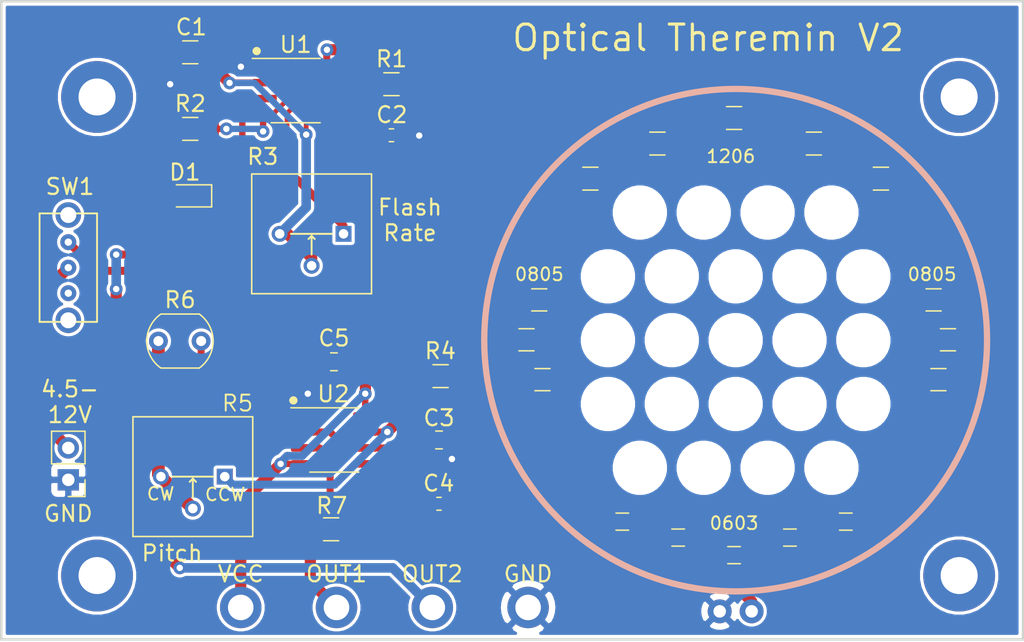
<source format=kicad_pcb>
(kicad_pcb (version 20171130) (host pcbnew "(5.1.5)-3")

  (general
    (thickness 1.6)
    (drawings 23)
    (tracks 161)
    (zones 0)
    (modules 42)
    (nets 15)
  )

  (page A4)
  (layers
    (0 F.Cu signal)
    (31 B.Cu signal)
    (32 B.Adhes user hide)
    (33 F.Adhes user hide)
    (34 B.Paste user hide)
    (35 F.Paste user hide)
    (36 B.SilkS user hide)
    (37 F.SilkS user)
    (38 B.Mask user hide)
    (39 F.Mask user hide)
    (40 Dwgs.User user hide)
    (41 Cmts.User user hide)
    (42 Eco1.User user hide)
    (43 Eco2.User user hide)
    (44 Edge.Cuts user)
    (45 Margin user hide)
    (46 B.CrtYd user hide)
    (47 F.CrtYd user)
    (48 B.Fab user hide)
    (49 F.Fab user hide)
  )

  (setup
    (last_trace_width 0.508)
    (user_trace_width 0.2032)
    (user_trace_width 0.381)
    (user_trace_width 0.508)
    (trace_clearance 0.2032)
    (zone_clearance 0.381)
    (zone_45_only no)
    (trace_min 0.1524)
    (via_size 1.016)
    (via_drill 0.508)
    (via_min_size 0.6096)
    (via_min_drill 0.3048)
    (user_via 0.635 0.3048)
    (user_via 1.016 0.508)
    (uvia_size 1.016)
    (uvia_drill 0.508)
    (uvias_allowed no)
    (uvia_min_size 0.6096)
    (uvia_min_drill 0.3048)
    (edge_width 0.2)
    (segment_width 0.2)
    (pcb_text_width 0.3)
    (pcb_text_size 1.5 1.5)
    (mod_edge_width 0.15)
    (mod_text_size 1 1)
    (mod_text_width 0.15)
    (pad_size 1.268 1.268)
    (pad_drill 0.76)
    (pad_to_mask_clearance 0.2032)
    (solder_mask_min_width 0.254)
    (aux_axis_origin 0 0)
    (grid_origin 111.633 82.1944)
    (visible_elements 7EFFBE7F)
    (pcbplotparams
      (layerselection 0x010e0_ffffffff)
      (usegerberextensions false)
      (usegerberattributes false)
      (usegerberadvancedattributes false)
      (creategerberjobfile false)
      (excludeedgelayer true)
      (linewidth 0.100000)
      (plotframeref false)
      (viasonmask false)
      (mode 1)
      (useauxorigin false)
      (hpglpennumber 1)
      (hpglpenspeed 20)
      (hpglpendiameter 15.000000)
      (psnegative false)
      (psa4output false)
      (plotreference true)
      (plotvalue true)
      (plotinvisibletext false)
      (padsonsilk false)
      (subtractmaskfromsilk false)
      (outputformat 1)
      (mirror false)
      (drillshape 0)
      (scaleselection 1)
      (outputdirectory "PCB-Order/"))
  )

  (net 0 "")
  (net 1 GND)
  (net 2 "Net-(C1-Pad1)")
  (net 3 "Net-(C2-Pad2)")
  (net 4 "Net-(C3-Pad2)")
  (net 5 "Net-(C4-Pad2)")
  (net 6 OUT1)
  (net 7 "Net-(D1-Pad2)")
  (net 8 "Net-(LS1-Pad1)")
  (net 9 "Net-(R1-Pad1)")
  (net 10 VCC)
  (net 11 OUT2)
  (net 12 "Net-(SW1-Pad2)")
  (net 13 "Net-(R4-Pad1)")
  (net 14 "Net-(R5-Pad2)")

  (net_class Default "This is the default net class."
    (clearance 0.2032)
    (trace_width 0.508)
    (via_dia 1.016)
    (via_drill 0.508)
    (uvia_dia 1.016)
    (uvia_drill 0.508)
    (diff_pair_width 2.54)
    (diff_pair_gap 2.54)
    (add_net GND)
    (add_net "Net-(C1-Pad1)")
    (add_net "Net-(C2-Pad2)")
    (add_net "Net-(C3-Pad2)")
    (add_net "Net-(C4-Pad2)")
    (add_net "Net-(D1-Pad2)")
    (add_net "Net-(LS1-Pad1)")
    (add_net "Net-(R1-Pad1)")
    (add_net "Net-(R4-Pad1)")
    (add_net "Net-(R5-Pad2)")
    (add_net "Net-(SW1-Pad2)")
    (add_net OUT1)
    (add_net OUT2)
    (add_net VCC)
  )

  (module "Rays Footprints:TP-Minigrabber-Edge-Via" (layer F.Cu) (tedit 5EE7D0EA) (tstamp 5FE07BF2)
    (at 102.743 115.2144)
    (path /5EFFBC2F)
    (fp_text reference TP4 (at 0.254 -5.715) (layer F.SilkS) hide
      (effects (font (size 1 1) (thickness 0.15)))
    )
    (fp_text value "EZ Hook Hole" (at 0 -3.81) (layer F.Fab)
      (effects (font (size 1 1) (thickness 0.15)))
    )
    (fp_circle (center 0 0) (end 1.27 1.27) (layer F.CrtYd) (width 0.12))
    (fp_text user "Board Edge" (at 6.35 1.905) (layer F.Fab)
      (effects (font (size 1 1) (thickness 0.15)))
    )
    (fp_line (start -1.905 1.905) (end 1.905 1.905) (layer F.Fab) (width 0.12))
    (pad 1 thru_hole circle (at 0 0) (size 3.302 3.302) (drill 2.032) (layers *.Cu *.Mask)
      (net 11 OUT2))
  )

  (module "Rays Footprints:Bourns-3386PT-xxx-xxxx" (layer F.Cu) (tedit 5FE00415) (tstamp 5FE078B2)
    (at 100.7618 85.471 180)
    (path /5EE91D28)
    (fp_text reference R3 (at 3.8862 6.1468) (layer F.SilkS)
      (effects (font (size 1.27 1.27) (thickness 0.1778)))
    )
    (fp_text value 100k (at 0 5.9) (layer F.Fab)
      (effects (font (size 1.001094 1.001094) (thickness 0.015)))
    )
    (fp_line (start -1.6256 0) (end 1.651 0) (layer F.SilkS) (width 0.1524))
    (fp_text user CCW (at -2.55 -0.07) (layer F.Fab)
      (effects (font (size 0.762 0.762) (thickness 0.1016)))
    )
    (fp_text user CW (at 2.45 -0.07) (layer F.Fab)
      (effects (font (size 0.762 0.762) (thickness 0.1016)))
    )
    (fp_line (start 0 -0.1606) (end -0.25 -0.4106) (layer F.SilkS) (width 0.1524))
    (fp_line (start 0 -0.1606) (end 0.25 -0.4106) (layer F.SilkS) (width 0.1524))
    (fp_line (start 0 -0.1606) (end 0 -1.651) (layer F.SilkS) (width 0.1524))
    (fp_line (start 5.015 5.015) (end -5.015 5.015) (layer F.CrtYd) (width 0.05))
    (fp_line (start 5.015 -5.015) (end 5.015 5.015) (layer F.CrtYd) (width 0.05))
    (fp_line (start -5.015 -5.015) (end 5.015 -5.015) (layer F.CrtYd) (width 0.05))
    (fp_line (start -5.015 5.015) (end -5.015 -5.015) (layer F.CrtYd) (width 0.05))
    (fp_line (start 4.765 -4.765) (end -4.7625 -4.765) (layer F.SilkS) (width 0.127))
    (fp_line (start 4.765 4.765) (end 4.765 -4.765) (layer F.SilkS) (width 0.127))
    (fp_line (start -4.765 4.765) (end 4.765 4.765) (layer F.SilkS) (width 0.127))
    (fp_line (start -4.765 -4.765) (end -4.765 4.765) (layer F.SilkS) (width 0.127))
    (fp_line (start 4.765 4.765) (end -4.765 4.765) (layer F.Fab) (width 0.127))
    (fp_line (start 4.765 -4.765) (end 4.765 4.765) (layer F.Fab) (width 0.127))
    (fp_line (start -4.765 -4.765) (end 4.765 -4.765) (layer F.Fab) (width 0.127))
    (fp_line (start -4.765 4.765) (end -4.765 -4.765) (layer F.Fab) (width 0.127))
    (pad 3 thru_hole circle (at 2.54 0 180) (size 1.268 1.268) (drill 0.76) (layers *.Cu *.Mask)
      (net 2 "Net-(C1-Pad1)"))
    (pad 2 thru_hole circle (at 0 -2.54 180) (size 1.268 1.268) (drill 0.76) (layers *.Cu *.Mask)
      (net 2 "Net-(C1-Pad1)"))
    (pad 1 thru_hole rect (at -2.54 0 180) (size 1.268 1.268) (drill 0.76) (layers *.Cu *.Mask)
      (net 9 "Net-(R1-Pad1)"))
    (model ${KICAD_USER_DIR}/3-3DModels/Bourns-3386PT.stp
      (offset (xyz 0 -0.8381999999999999 4.9022))
      (scale (xyz 1 1 1))
      (rotate (xyz 90 0 0))
    )
  )

  (module "Rays Footprints:D_0805_HandSoldering" (layer F.Cu) (tedit 5FDFF912) (tstamp 5FE080EF)
    (at 90.6018 82.4484 180)
    (descr "Resistor SMD 0805, hand soldering")
    (tags "resistor 0805")
    (path /5EEB2C9B)
    (attr smd)
    (fp_text reference D1 (at -0.0762 1.8796) (layer F.SilkS)
      (effects (font (size 1.27 1.27) (thickness 0.1778)))
    )
    (fp_text value LED (at 0 1.75) (layer F.Fab)
      (effects (font (size 1 1) (thickness 0.15)))
    )
    (fp_line (start -0.508 0) (end -0.254 0) (layer F.Fab) (width 0.0508))
    (fp_line (start -0.254 -0.381) (end -0.254 0.381) (layer F.Fab) (width 0.0508))
    (fp_line (start 0.254 -0.381) (end 0.254 0.381) (layer F.Fab) (width 0.0508))
    (fp_line (start 0.254 -0.381) (end -0.254 0) (layer F.Fab) (width 0.0508))
    (fp_line (start -2.2098 -0.88) (end -2.2098 0.88) (layer F.SilkS) (width 0.12))
    (fp_line (start 2.35 0.9) (end -2.35 0.9) (layer F.CrtYd) (width 0.05))
    (fp_line (start 2.35 0.9) (end 2.35 -0.9) (layer F.CrtYd) (width 0.05))
    (fp_line (start -2.35 -0.9) (end -2.35 0.9) (layer F.CrtYd) (width 0.05))
    (fp_line (start -2.35 -0.9) (end 2.35 -0.9) (layer F.CrtYd) (width 0.05))
    (fp_line (start -2.2098 -0.88) (end 0.6 -0.88) (layer F.SilkS) (width 0.12))
    (fp_line (start 0.6 0.88) (end -2.2098 0.88) (layer F.SilkS) (width 0.12))
    (fp_line (start 0.254 0) (end 0.508 0) (layer F.Fab) (width 0.0508))
    (fp_line (start 1 -0.62) (end 1 0.62) (layer F.Fab) (width 0.1))
    (fp_line (start 0.254 0.381) (end -0.254 0) (layer F.Fab) (width 0.0508))
    (fp_line (start -1 0.62) (end -1 -0.62) (layer F.Fab) (width 0.1))
    (fp_text user %R (at 0.0762 2.9718) (layer F.Fab)
      (effects (font (size 0.5 0.5) (thickness 0.075)))
    )
    (pad 2 smd rect (at 1.15 0 180) (size 1.3 1.3) (layers F.Cu F.Paste F.Mask)
      (net 7 "Net-(D1-Pad2)"))
    (pad 1 smd rect (at -1.15 0 180) (size 1.3 1.3) (layers F.Cu F.Paste F.Mask)
      (net 6 OUT1))
    (model ${KICAD_USER_DIR}/3-3DModels/R_0805.step
      (at (xyz 0 0 0))
      (scale (xyz 1 1 1))
      (rotate (xyz 0 0 0))
    )
  )

  (module "Rays Footprints:C_0603_HandSoldering" (layer F.Cu) (tedit 5FDFF8EB) (tstamp 5FE07F3A)
    (at 107.1118 77.6224 180)
    (descr "Capacitor SMD 0603 (1608 Metric), square (rectangular) end terminal, IPC_7351 nominal with elongated pad for handsoldering. (Body size source: http://www.tortai-tech.com/upload/download/2011102023233369053.pdf), generated with kicad-footprint-generator")
    (tags "capacitor handsolder")
    (path /5EF0390D)
    (attr smd)
    (fp_text reference C2 (at -0.0254 1.6256) (layer F.SilkS)
      (effects (font (size 1.27 1.27) (thickness 0.1778)))
    )
    (fp_text value 0.01u (at 0 1.43) (layer F.Fab)
      (effects (font (size 1 1) (thickness 0.15)))
    )
    (fp_text user %R (at 0 0) (layer F.Fab)
      (effects (font (size 0.4 0.4) (thickness 0.06)))
    )
    (fp_line (start 1.65 0.73) (end -1.65 0.73) (layer F.CrtYd) (width 0.05))
    (fp_line (start 1.65 -0.73) (end 1.65 0.73) (layer F.CrtYd) (width 0.05))
    (fp_line (start -1.65 -0.73) (end 1.65 -0.73) (layer F.CrtYd) (width 0.05))
    (fp_line (start -1.65 0.73) (end -1.65 -0.73) (layer F.CrtYd) (width 0.05))
    (fp_line (start -0.171267 0.51) (end 0.171267 0.51) (layer F.SilkS) (width 0.12))
    (fp_line (start -0.171267 -0.51) (end 0.171267 -0.51) (layer F.SilkS) (width 0.12))
    (fp_line (start 0.8 0.4) (end -0.8 0.4) (layer F.Fab) (width 0.1))
    (fp_line (start 0.8 -0.4) (end 0.8 0.4) (layer F.Fab) (width 0.1))
    (fp_line (start -0.8 -0.4) (end 0.8 -0.4) (layer F.Fab) (width 0.1))
    (fp_line (start -0.8 0.4) (end -0.8 -0.4) (layer F.Fab) (width 0.1))
    (pad 2 smd roundrect (at 0.875 0 180) (size 1.05 0.95) (layers F.Cu F.Paste F.Mask) (roundrect_rratio 0.25)
      (net 3 "Net-(C2-Pad2)"))
    (pad 1 smd roundrect (at -0.875 0 180) (size 1.05 0.95) (layers F.Cu F.Paste F.Mask) (roundrect_rratio 0.25)
      (net 1 GND))
    (model ${KICAD_USER_DIR}/3-3DModels/C_0603.step
      (at (xyz 0 0 0))
      (scale (xyz 1 1 1))
      (rotate (xyz 0 0 0))
    )
  )

  (module "Rays Footprints:C_0603_HandSoldering" (layer F.Cu) (tedit 5FDFF8EB) (tstamp 5FE0805A)
    (at 110.8964 106.9594 180)
    (descr "Capacitor SMD 0603 (1608 Metric), square (rectangular) end terminal, IPC_7351 nominal with elongated pad for handsoldering. (Body size source: http://www.tortai-tech.com/upload/download/2011102023233369053.pdf), generated with kicad-footprint-generator")
    (tags "capacitor handsolder")
    (path /5EF652FD)
    (attr smd)
    (fp_text reference C4 (at 0.0254 1.6256) (layer F.SilkS)
      (effects (font (size 1.27 1.27) (thickness 0.1778)))
    )
    (fp_text value 0.01u (at 0 1.43) (layer F.Fab)
      (effects (font (size 1 1) (thickness 0.15)))
    )
    (fp_text user %R (at 0 0) (layer F.Fab)
      (effects (font (size 0.4 0.4) (thickness 0.06)))
    )
    (fp_line (start 1.65 0.73) (end -1.65 0.73) (layer F.CrtYd) (width 0.05))
    (fp_line (start 1.65 -0.73) (end 1.65 0.73) (layer F.CrtYd) (width 0.05))
    (fp_line (start -1.65 -0.73) (end 1.65 -0.73) (layer F.CrtYd) (width 0.05))
    (fp_line (start -1.65 0.73) (end -1.65 -0.73) (layer F.CrtYd) (width 0.05))
    (fp_line (start -0.171267 0.51) (end 0.171267 0.51) (layer F.SilkS) (width 0.12))
    (fp_line (start -0.171267 -0.51) (end 0.171267 -0.51) (layer F.SilkS) (width 0.12))
    (fp_line (start 0.8 0.4) (end -0.8 0.4) (layer F.Fab) (width 0.1))
    (fp_line (start 0.8 -0.4) (end 0.8 0.4) (layer F.Fab) (width 0.1))
    (fp_line (start -0.8 -0.4) (end 0.8 -0.4) (layer F.Fab) (width 0.1))
    (fp_line (start -0.8 0.4) (end -0.8 -0.4) (layer F.Fab) (width 0.1))
    (pad 2 smd roundrect (at 0.875 0 180) (size 1.05 0.95) (layers F.Cu F.Paste F.Mask) (roundrect_rratio 0.25)
      (net 5 "Net-(C4-Pad2)"))
    (pad 1 smd roundrect (at -0.875 0 180) (size 1.05 0.95) (layers F.Cu F.Paste F.Mask) (roundrect_rratio 0.25)
      (net 1 GND))
    (model ${KICAD_USER_DIR}/3-3DModels/C_0603.step
      (at (xyz 0 0 0))
      (scale (xyz 1 1 1))
      (rotate (xyz 0 0 0))
    )
  )

  (module "Rays Footprints:C_0805_HandSoldering" (layer F.Cu) (tedit 5FDFF708) (tstamp 5FE0802A)
    (at 110.8964 101.8794 180)
    (descr "Capacitor SMD 0805 (2012 Metric), square (rectangular) end terminal, IPC_7351 nominal with elongated pad for handsoldering. (Body size source: https://docs.google.com/spreadsheets/d/1BsfQQcO9C6DZCsRaXUlFlo91Tg2WpOkGARC1WS5S8t0/edit?usp=sharing), generated with kicad-footprint-generator")
    (tags "capacitor handsolder")
    (path /5EF70326)
    (attr smd)
    (fp_text reference C3 (at 0 1.7526) (layer F.SilkS)
      (effects (font (size 1.27 1.27) (thickness 0.1778)))
    )
    (fp_text value 0.1u (at 0 1.65) (layer F.Fab)
      (effects (font (size 1 1) (thickness 0.15)))
    )
    (fp_text user %R (at 0 0) (layer F.Fab)
      (effects (font (size 0.5 0.5) (thickness 0.08)))
    )
    (fp_line (start 1.905 0.889) (end -1.9 0.9) (layer F.CrtYd) (width 0.05))
    (fp_line (start 1.905 -0.889) (end 1.905 0.889) (layer F.CrtYd) (width 0.05))
    (fp_line (start -1.9 -0.9) (end 1.905 -0.889) (layer F.CrtYd) (width 0.05))
    (fp_line (start -1.905 0.889) (end -1.905 -0.889) (layer F.CrtYd) (width 0.05))
    (fp_line (start -0.261252 0.71) (end 0.261252 0.71) (layer F.SilkS) (width 0.12))
    (fp_line (start -0.261252 -0.71) (end 0.261252 -0.71) (layer F.SilkS) (width 0.12))
    (fp_line (start 1 0.6) (end -1 0.6) (layer F.Fab) (width 0.1))
    (fp_line (start 1 -0.6) (end 1 0.6) (layer F.Fab) (width 0.1))
    (fp_line (start -1 -0.6) (end 1 -0.6) (layer F.Fab) (width 0.1))
    (fp_line (start -1 0.6) (end -1 -0.6) (layer F.Fab) (width 0.1))
    (pad 2 smd roundrect (at 1.143 0 180) (size 1.397 1.397) (layers F.Cu F.Paste F.Mask) (roundrect_rratio 0.217)
      (net 4 "Net-(C3-Pad2)"))
    (pad 1 smd roundrect (at -1.143 0 180) (size 1.397 1.397) (layers F.Cu F.Paste F.Mask) (roundrect_rratio 0.217)
      (net 1 GND))
    (model ${KICAD_USER_DIR}/3-3DModels/C_0805.step
      (at (xyz 0 0 0))
      (scale (xyz 1 1 1))
      (rotate (xyz 0 0 0))
    )
  )

  (module "Rays Footprints:C_0805_HandSoldering" (layer F.Cu) (tedit 5FDFF708) (tstamp 5FE07FFA)
    (at 102.5398 95.6564)
    (descr "Capacitor SMD 0805 (2012 Metric), square (rectangular) end terminal, IPC_7351 nominal with elongated pad for handsoldering. (Body size source: https://docs.google.com/spreadsheets/d/1BsfQQcO9C6DZCsRaXUlFlo91Tg2WpOkGARC1WS5S8t0/edit?usp=sharing), generated with kicad-footprint-generator")
    (tags "capacitor handsolder")
    (path /5F04EC08)
    (attr smd)
    (fp_text reference C5 (at 0 -1.8796) (layer F.SilkS)
      (effects (font (size 1.27 1.27) (thickness 0.1778)))
    )
    (fp_text value 0.1u (at 0 1.65) (layer F.Fab)
      (effects (font (size 1 1) (thickness 0.15)))
    )
    (fp_text user %R (at 0 0) (layer F.Fab)
      (effects (font (size 0.5 0.5) (thickness 0.08)))
    )
    (fp_line (start 1.905 0.889) (end -1.9 0.9) (layer F.CrtYd) (width 0.05))
    (fp_line (start 1.905 -0.889) (end 1.905 0.889) (layer F.CrtYd) (width 0.05))
    (fp_line (start -1.9 -0.9) (end 1.905 -0.889) (layer F.CrtYd) (width 0.05))
    (fp_line (start -1.905 0.889) (end -1.905 -0.889) (layer F.CrtYd) (width 0.05))
    (fp_line (start -0.261252 0.71) (end 0.261252 0.71) (layer F.SilkS) (width 0.12))
    (fp_line (start -0.261252 -0.71) (end 0.261252 -0.71) (layer F.SilkS) (width 0.12))
    (fp_line (start 1 0.6) (end -1 0.6) (layer F.Fab) (width 0.1))
    (fp_line (start 1 -0.6) (end 1 0.6) (layer F.Fab) (width 0.1))
    (fp_line (start -1 -0.6) (end 1 -0.6) (layer F.Fab) (width 0.1))
    (fp_line (start -1 0.6) (end -1 -0.6) (layer F.Fab) (width 0.1))
    (pad 2 smd roundrect (at 1.143 0) (size 1.397 1.397) (layers F.Cu F.Paste F.Mask) (roundrect_rratio 0.217)
      (net 10 VCC))
    (pad 1 smd roundrect (at -1.143 0) (size 1.397 1.397) (layers F.Cu F.Paste F.Mask) (roundrect_rratio 0.217)
      (net 1 GND))
    (model ${KICAD_USER_DIR}/3-3DModels/C_0805.step
      (at (xyz 0 0 0))
      (scale (xyz 1 1 1))
      (rotate (xyz 0 0 0))
    )
  )

  (module "Rays Footprints:C_1206_HandSoldering" (layer F.Cu) (tedit 5FDFCE7D) (tstamp 5FE07FCA)
    (at 91.1098 71.0184 180)
    (descr "Capacitor SMD 1206 (3216 Metric), square (rectangular) end terminal, IPC_7351 nominal with elongated pad for handsoldering. (Body size source: http://www.tortai-tech.com/upload/download/2011102023233369053.pdf), generated with kicad-footprint-generator")
    (tags "capacitor handsolder")
    (path /5EECC96C)
    (attr smd)
    (fp_text reference C1 (at -0.0762 2.0066) (layer F.SilkS)
      (effects (font (size 1.27 1.27) (thickness 0.1778)))
    )
    (fp_text value 10u (at 0 1.82) (layer F.Fab)
      (effects (font (size 1 1) (thickness 0.15)))
    )
    (fp_text user %R (at 0 0) (layer F.Fab)
      (effects (font (size 0.8 0.8) (thickness 0.12)))
    )
    (fp_line (start 2.667 1.143) (end -2.667 1.143) (layer F.CrtYd) (width 0.05))
    (fp_line (start 2.667 -1.143) (end 2.667 1.143) (layer F.CrtYd) (width 0.05))
    (fp_line (start -2.667 -1.143) (end 2.667 -1.143) (layer F.CrtYd) (width 0.05))
    (fp_line (start -2.667 1.143) (end -2.667 -1.143) (layer F.CrtYd) (width 0.05))
    (fp_line (start -0.602064 0.91) (end 0.602064 0.91) (layer F.SilkS) (width 0.12))
    (fp_line (start -0.602064 -0.91) (end 0.602064 -0.91) (layer F.SilkS) (width 0.12))
    (fp_line (start 1.6 0.8) (end -1.6 0.8) (layer F.Fab) (width 0.1))
    (fp_line (start 1.6 -0.8) (end 1.6 0.8) (layer F.Fab) (width 0.1))
    (fp_line (start -1.6 -0.8) (end 1.6 -0.8) (layer F.Fab) (width 0.1))
    (fp_line (start -1.6 0.8) (end -1.6 -0.8) (layer F.Fab) (width 0.1))
    (pad 2 smd roundrect (at 1.651 0 180) (size 1.778 1.778) (layers F.Cu F.Paste F.Mask) (roundrect_rratio 0.175)
      (net 1 GND))
    (pad 1 smd roundrect (at -1.651 0 180) (size 1.778 1.778) (layers F.Cu F.Paste F.Mask) (roundrect_rratio 0.175)
      (net 2 "Net-(C1-Pad1)"))
    (model ${KICAD_USER_DIR}/3-3DModels/C_1206.step
      (at (xyz 0 0 0))
      (scale (xyz 1 1 1))
      (rotate (xyz 0 0 0))
    )
  )

  (module "Rays Footprints:R_1206_HandSoldering" (layer F.Cu) (tedit 5FDFA309) (tstamp 5FE07F9A)
    (at 107.1118 73.5584)
    (descr "Resistor SMD 1206 (3216 Metric), square (rectangular) end terminal, IPC_7351 nominal, (Body size source: http://www.tortai-tech.com/upload/download/2011102023233369053.pdf), generated with kicad-footprint-generator")
    (tags resistor)
    (path /5F1B9070)
    (attr smd)
    (fp_text reference R1 (at 0 -2.0066) (layer F.SilkS)
      (effects (font (size 1.27 1.27) (thickness 0.1778)))
    )
    (fp_text value 1k (at 0 1.82) (layer F.Fab)
      (effects (font (size 1 1) (thickness 0.15)))
    )
    (fp_text user %R (at 0 0) (layer F.Fab)
      (effects (font (size 0.8 0.8) (thickness 0.12)))
    )
    (fp_line (start 2.413 1.143) (end -2.413 1.143) (layer F.CrtYd) (width 0.05))
    (fp_line (start 2.413 -1.143) (end 2.413 1.143) (layer F.CrtYd) (width 0.05))
    (fp_line (start -2.413 -1.143) (end 2.413 -1.143) (layer F.CrtYd) (width 0.05))
    (fp_line (start -2.413 1.143) (end -2.413 -1.143) (layer F.CrtYd) (width 0.05))
    (fp_line (start -0.602064 0.91) (end 0.602064 0.91) (layer F.SilkS) (width 0.12))
    (fp_line (start -0.602064 -0.91) (end 0.602064 -0.91) (layer F.SilkS) (width 0.12))
    (fp_line (start 1.6 0.8) (end -1.6 0.8) (layer F.Fab) (width 0.1))
    (fp_line (start 1.6 -0.8) (end 1.6 0.8) (layer F.Fab) (width 0.1))
    (fp_line (start -1.6 -0.8) (end 1.6 -0.8) (layer F.Fab) (width 0.1))
    (fp_line (start -1.6 0.8) (end -1.6 -0.8) (layer F.Fab) (width 0.1))
    (pad 2 smd roundrect (at 1.651 0) (size 1.24968 1.75006) (layers F.Cu F.Paste F.Mask) (roundrect_rratio 0.2)
      (net 10 VCC))
    (pad 1 smd roundrect (at -1.651 0) (size 1.24968 1.75006) (layers F.Cu F.Paste F.Mask) (roundrect_rratio 0.2)
      (net 9 "Net-(R1-Pad1)"))
    (model ${KISYS3DMOD}/Resistor_SMD.3dshapes/R_1206_3216Metric.wrl
      (at (xyz 0 0 0))
      (scale (xyz 1 1 1))
      (rotate (xyz 0 0 0))
    )
  )

  (module "Rays Footprints:R_1206_HandSoldering" (layer F.Cu) (tedit 5FDFA309) (tstamp 5FE080BA)
    (at 111.0234 96.7994 180)
    (descr "Resistor SMD 1206 (3216 Metric), square (rectangular) end terminal, IPC_7351 nominal, (Body size source: http://www.tortai-tech.com/upload/download/2011102023233369053.pdf), generated with kicad-footprint-generator")
    (tags resistor)
    (path /5EF65298)
    (attr smd)
    (fp_text reference R4 (at 0.0254 2.0066) (layer F.SilkS)
      (effects (font (size 1.27 1.27) (thickness 0.1778)))
    )
    (fp_text value 1k (at 0 1.82) (layer F.Fab)
      (effects (font (size 1 1) (thickness 0.15)))
    )
    (fp_text user %R (at 0 0) (layer F.Fab)
      (effects (font (size 0.8 0.8) (thickness 0.12)))
    )
    (fp_line (start 2.413 1.143) (end -2.413 1.143) (layer F.CrtYd) (width 0.05))
    (fp_line (start 2.413 -1.143) (end 2.413 1.143) (layer F.CrtYd) (width 0.05))
    (fp_line (start -2.413 -1.143) (end 2.413 -1.143) (layer F.CrtYd) (width 0.05))
    (fp_line (start -2.413 1.143) (end -2.413 -1.143) (layer F.CrtYd) (width 0.05))
    (fp_line (start -0.602064 0.91) (end 0.602064 0.91) (layer F.SilkS) (width 0.12))
    (fp_line (start -0.602064 -0.91) (end 0.602064 -0.91) (layer F.SilkS) (width 0.12))
    (fp_line (start 1.6 0.8) (end -1.6 0.8) (layer F.Fab) (width 0.1))
    (fp_line (start 1.6 -0.8) (end 1.6 0.8) (layer F.Fab) (width 0.1))
    (fp_line (start -1.6 -0.8) (end 1.6 -0.8) (layer F.Fab) (width 0.1))
    (fp_line (start -1.6 0.8) (end -1.6 -0.8) (layer F.Fab) (width 0.1))
    (pad 2 smd roundrect (at 1.651 0 180) (size 1.24968 1.75006) (layers F.Cu F.Paste F.Mask) (roundrect_rratio 0.2)
      (net 10 VCC))
    (pad 1 smd roundrect (at -1.651 0 180) (size 1.24968 1.75006) (layers F.Cu F.Paste F.Mask) (roundrect_rratio 0.2)
      (net 13 "Net-(R4-Pad1)"))
    (model ${KISYS3DMOD}/Resistor_SMD.3dshapes/R_1206_3216Metric.wrl
      (at (xyz 0 0 0))
      (scale (xyz 1 1 1))
      (rotate (xyz 0 0 0))
    )
  )

  (module "Rays Footprints:R_1206_HandSoldering" (layer F.Cu) (tedit 5FDFA309) (tstamp 5FE07F6A)
    (at 91.1098 77.1144)
    (descr "Resistor SMD 1206 (3216 Metric), square (rectangular) end terminal, IPC_7351 nominal, (Body size source: http://www.tortai-tech.com/upload/download/2011102023233369053.pdf), generated with kicad-footprint-generator")
    (tags resistor)
    (path /5EEA9AFA)
    (attr smd)
    (fp_text reference R2 (at 0 -2.0066) (layer F.SilkS)
      (effects (font (size 1.27 1.27) (thickness 0.1778)))
    )
    (fp_text value 1k (at 0 1.82) (layer F.Fab)
      (effects (font (size 1 1) (thickness 0.15)))
    )
    (fp_text user %R (at 0 0) (layer F.Fab)
      (effects (font (size 0.8 0.8) (thickness 0.12)))
    )
    (fp_line (start 2.413 1.143) (end -2.413 1.143) (layer F.CrtYd) (width 0.05))
    (fp_line (start 2.413 -1.143) (end 2.413 1.143) (layer F.CrtYd) (width 0.05))
    (fp_line (start -2.413 -1.143) (end 2.413 -1.143) (layer F.CrtYd) (width 0.05))
    (fp_line (start -2.413 1.143) (end -2.413 -1.143) (layer F.CrtYd) (width 0.05))
    (fp_line (start -0.602064 0.91) (end 0.602064 0.91) (layer F.SilkS) (width 0.12))
    (fp_line (start -0.602064 -0.91) (end 0.602064 -0.91) (layer F.SilkS) (width 0.12))
    (fp_line (start 1.6 0.8) (end -1.6 0.8) (layer F.Fab) (width 0.1))
    (fp_line (start 1.6 -0.8) (end 1.6 0.8) (layer F.Fab) (width 0.1))
    (fp_line (start -1.6 -0.8) (end 1.6 -0.8) (layer F.Fab) (width 0.1))
    (fp_line (start -1.6 0.8) (end -1.6 -0.8) (layer F.Fab) (width 0.1))
    (pad 2 smd roundrect (at 1.651 0) (size 1.24968 1.75006) (layers F.Cu F.Paste F.Mask) (roundrect_rratio 0.2)
      (net 10 VCC))
    (pad 1 smd roundrect (at -1.651 0) (size 1.24968 1.75006) (layers F.Cu F.Paste F.Mask) (roundrect_rratio 0.2)
      (net 7 "Net-(D1-Pad2)"))
    (model ${KISYS3DMOD}/Resistor_SMD.3dshapes/R_1206_3216Metric.wrl
      (at (xyz 0 0 0))
      (scale (xyz 1 1 1))
      (rotate (xyz 0 0 0))
    )
  )

  (module "Rays Footprints:R_1206_HandSoldering" (layer F.Cu) (tedit 5FDFA309) (tstamp 5FE0808A)
    (at 102.3112 108.9914 180)
    (descr "Resistor SMD 1206 (3216 Metric), square (rectangular) end terminal, IPC_7351 nominal, (Body size source: http://www.tortai-tech.com/upload/download/2011102023233369053.pdf), generated with kicad-footprint-generator")
    (tags resistor)
    (path /5F0883C8)
    (attr smd)
    (fp_text reference R7 (at -0.0508 1.8796) (layer F.SilkS)
      (effects (font (size 1.27 1.27) (thickness 0.1778)))
    )
    (fp_text value 100 (at 0 1.82) (layer F.Fab)
      (effects (font (size 1 1) (thickness 0.15)))
    )
    (fp_text user %R (at 0 0) (layer F.Fab)
      (effects (font (size 0.8 0.8) (thickness 0.12)))
    )
    (fp_line (start 2.413 1.143) (end -2.413 1.143) (layer F.CrtYd) (width 0.05))
    (fp_line (start 2.413 -1.143) (end 2.413 1.143) (layer F.CrtYd) (width 0.05))
    (fp_line (start -2.413 -1.143) (end 2.413 -1.143) (layer F.CrtYd) (width 0.05))
    (fp_line (start -2.413 1.143) (end -2.413 -1.143) (layer F.CrtYd) (width 0.05))
    (fp_line (start -0.602064 0.91) (end 0.602064 0.91) (layer F.SilkS) (width 0.12))
    (fp_line (start -0.602064 -0.91) (end 0.602064 -0.91) (layer F.SilkS) (width 0.12))
    (fp_line (start 1.6 0.8) (end -1.6 0.8) (layer F.Fab) (width 0.1))
    (fp_line (start 1.6 -0.8) (end 1.6 0.8) (layer F.Fab) (width 0.1))
    (fp_line (start -1.6 -0.8) (end 1.6 -0.8) (layer F.Fab) (width 0.1))
    (fp_line (start -1.6 0.8) (end -1.6 -0.8) (layer F.Fab) (width 0.1))
    (pad 2 smd roundrect (at 1.651 0 180) (size 1.24968 1.75006) (layers F.Cu F.Paste F.Mask) (roundrect_rratio 0.2)
      (net 11 OUT2))
    (pad 1 smd roundrect (at -1.651 0 180) (size 1.24968 1.75006) (layers F.Cu F.Paste F.Mask) (roundrect_rratio 0.2)
      (net 8 "Net-(LS1-Pad1)"))
    (model ${KISYS3DMOD}/Resistor_SMD.3dshapes/R_1206_3216Metric.wrl
      (at (xyz 0 0 0))
      (scale (xyz 1 1 1))
      (rotate (xyz 0 0 0))
    )
  )

  (module "Rays Footprints:R_1206_HandSoldering" (layer F.Cu) (tedit 5FDFA309) (tstamp 5FE07EDA)
    (at 134.366 76.2508)
    (descr "Resistor SMD 1206 (3216 Metric), square (rectangular) end terminal, IPC_7351 nominal, (Body size source: http://www.tortai-tech.com/upload/download/2011102023233369053.pdf), generated with kicad-footprint-generator")
    (tags resistor)
    (path /5FBB6676)
    (attr smd)
    (fp_text reference R8 (at 0 -1.82) (layer F.SilkS) hide
      (effects (font (size 1 1) (thickness 0.15)))
    )
    (fp_text value 1k (at 0 1.82) (layer F.Fab)
      (effects (font (size 1 1) (thickness 0.15)))
    )
    (fp_text user %R (at 0 0) (layer F.Fab)
      (effects (font (size 0.8 0.8) (thickness 0.12)))
    )
    (fp_line (start 2.413 1.143) (end -2.413 1.143) (layer F.CrtYd) (width 0.05))
    (fp_line (start 2.413 -1.143) (end 2.413 1.143) (layer F.CrtYd) (width 0.05))
    (fp_line (start -2.413 -1.143) (end 2.413 -1.143) (layer F.CrtYd) (width 0.05))
    (fp_line (start -2.413 1.143) (end -2.413 -1.143) (layer F.CrtYd) (width 0.05))
    (fp_line (start -0.602064 0.91) (end 0.602064 0.91) (layer F.SilkS) (width 0.12))
    (fp_line (start -0.602064 -0.91) (end 0.602064 -0.91) (layer F.SilkS) (width 0.12))
    (fp_line (start 1.6 0.8) (end -1.6 0.8) (layer F.Fab) (width 0.1))
    (fp_line (start 1.6 -0.8) (end 1.6 0.8) (layer F.Fab) (width 0.1))
    (fp_line (start -1.6 -0.8) (end 1.6 -0.8) (layer F.Fab) (width 0.1))
    (fp_line (start -1.6 0.8) (end -1.6 -0.8) (layer F.Fab) (width 0.1))
    (pad 2 smd roundrect (at 1.651 0) (size 1.24968 1.75006) (layers F.Cu F.Paste F.Mask) (roundrect_rratio 0.2))
    (pad 1 smd roundrect (at -1.651 0) (size 1.24968 1.75006) (layers F.Cu F.Paste F.Mask) (roundrect_rratio 0.2))
    (model ${KISYS3DMOD}/Resistor_SMD.3dshapes/R_1206_3216Metric.wrl
      (at (xyz 0 0 0))
      (scale (xyz 1 1 1))
      (rotate (xyz 0 0 0))
    )
  )

  (module "Rays Footprints:R_1206_HandSoldering" (layer F.Cu) (tedit 5FDFA309) (tstamp 5FE07F0A)
    (at 140.716 78.2828)
    (descr "Resistor SMD 1206 (3216 Metric), square (rectangular) end terminal, IPC_7351 nominal, (Body size source: http://www.tortai-tech.com/upload/download/2011102023233369053.pdf), generated with kicad-footprint-generator")
    (tags resistor)
    (path /5FBB6D96)
    (attr smd)
    (fp_text reference R9 (at 0 -1.82) (layer F.SilkS) hide
      (effects (font (size 1 1) (thickness 0.15)))
    )
    (fp_text value 1k (at 0 1.82) (layer F.Fab)
      (effects (font (size 1 1) (thickness 0.15)))
    )
    (fp_text user %R (at 0 0) (layer F.Fab)
      (effects (font (size 0.8 0.8) (thickness 0.12)))
    )
    (fp_line (start 2.413 1.143) (end -2.413 1.143) (layer F.CrtYd) (width 0.05))
    (fp_line (start 2.413 -1.143) (end 2.413 1.143) (layer F.CrtYd) (width 0.05))
    (fp_line (start -2.413 -1.143) (end 2.413 -1.143) (layer F.CrtYd) (width 0.05))
    (fp_line (start -2.413 1.143) (end -2.413 -1.143) (layer F.CrtYd) (width 0.05))
    (fp_line (start -0.602064 0.91) (end 0.602064 0.91) (layer F.SilkS) (width 0.12))
    (fp_line (start -0.602064 -0.91) (end 0.602064 -0.91) (layer F.SilkS) (width 0.12))
    (fp_line (start 1.6 0.8) (end -1.6 0.8) (layer F.Fab) (width 0.1))
    (fp_line (start 1.6 -0.8) (end 1.6 0.8) (layer F.Fab) (width 0.1))
    (fp_line (start -1.6 -0.8) (end 1.6 -0.8) (layer F.Fab) (width 0.1))
    (fp_line (start -1.6 0.8) (end -1.6 -0.8) (layer F.Fab) (width 0.1))
    (pad 2 smd roundrect (at 1.651 0) (size 1.24968 1.75006) (layers F.Cu F.Paste F.Mask) (roundrect_rratio 0.2))
    (pad 1 smd roundrect (at -1.651 0) (size 1.24968 1.75006) (layers F.Cu F.Paste F.Mask) (roundrect_rratio 0.2))
    (model ${KISYS3DMOD}/Resistor_SMD.3dshapes/R_1206_3216Metric.wrl
      (at (xyz 0 0 0))
      (scale (xyz 1 1 1))
      (rotate (xyz 0 0 0))
    )
  )

  (module "Rays Footprints:R_1206_HandSoldering" (layer F.Cu) (tedit 5FDFA309) (tstamp 5FE07AF6)
    (at 128.27 78.2828)
    (descr "Resistor SMD 1206 (3216 Metric), square (rectangular) end terminal, IPC_7351 nominal, (Body size source: http://www.tortai-tech.com/upload/download/2011102023233369053.pdf), generated with kicad-footprint-generator")
    (tags resistor)
    (path /5FBB715B)
    (attr smd)
    (fp_text reference R10 (at 0 -1.82) (layer F.SilkS) hide
      (effects (font (size 1 1) (thickness 0.15)))
    )
    (fp_text value 1k (at 0 1.82) (layer F.Fab)
      (effects (font (size 1 1) (thickness 0.15)))
    )
    (fp_text user %R (at 0 0) (layer F.Fab)
      (effects (font (size 0.8 0.8) (thickness 0.12)))
    )
    (fp_line (start 2.413 1.143) (end -2.413 1.143) (layer F.CrtYd) (width 0.05))
    (fp_line (start 2.413 -1.143) (end 2.413 1.143) (layer F.CrtYd) (width 0.05))
    (fp_line (start -2.413 -1.143) (end 2.413 -1.143) (layer F.CrtYd) (width 0.05))
    (fp_line (start -2.413 1.143) (end -2.413 -1.143) (layer F.CrtYd) (width 0.05))
    (fp_line (start -0.602064 0.91) (end 0.602064 0.91) (layer F.SilkS) (width 0.12))
    (fp_line (start -0.602064 -0.91) (end 0.602064 -0.91) (layer F.SilkS) (width 0.12))
    (fp_line (start 1.6 0.8) (end -1.6 0.8) (layer F.Fab) (width 0.1))
    (fp_line (start 1.6 -0.8) (end 1.6 0.8) (layer F.Fab) (width 0.1))
    (fp_line (start -1.6 -0.8) (end 1.6 -0.8) (layer F.Fab) (width 0.1))
    (fp_line (start -1.6 0.8) (end -1.6 -0.8) (layer F.Fab) (width 0.1))
    (pad 2 smd roundrect (at 1.651 0) (size 1.24968 1.75006) (layers F.Cu F.Paste F.Mask) (roundrect_rratio 0.2))
    (pad 1 smd roundrect (at -1.651 0) (size 1.24968 1.75006) (layers F.Cu F.Paste F.Mask) (roundrect_rratio 0.2))
    (model ${KISYS3DMOD}/Resistor_SMD.3dshapes/R_1206_3216Metric.wrl
      (at (xyz 0 0 0))
      (scale (xyz 1 1 1))
      (rotate (xyz 0 0 0))
    )
  )

  (module "Rays Footprints:R_1206_HandSoldering" (layer F.Cu) (tedit 5FDFA309) (tstamp 5FE07C10)
    (at 146.05 81.0768)
    (descr "Resistor SMD 1206 (3216 Metric), square (rectangular) end terminal, IPC_7351 nominal, (Body size source: http://www.tortai-tech.com/upload/download/2011102023233369053.pdf), generated with kicad-footprint-generator")
    (tags resistor)
    (path /5FBB72FA)
    (attr smd)
    (fp_text reference R11 (at 0 -1.82) (layer F.SilkS) hide
      (effects (font (size 1 1) (thickness 0.15)))
    )
    (fp_text value 1k (at 0 1.82) (layer F.Fab)
      (effects (font (size 1 1) (thickness 0.15)))
    )
    (fp_text user %R (at 0 0) (layer F.Fab)
      (effects (font (size 0.8 0.8) (thickness 0.12)))
    )
    (fp_line (start 2.413 1.143) (end -2.413 1.143) (layer F.CrtYd) (width 0.05))
    (fp_line (start 2.413 -1.143) (end 2.413 1.143) (layer F.CrtYd) (width 0.05))
    (fp_line (start -2.413 -1.143) (end 2.413 -1.143) (layer F.CrtYd) (width 0.05))
    (fp_line (start -2.413 1.143) (end -2.413 -1.143) (layer F.CrtYd) (width 0.05))
    (fp_line (start -0.602064 0.91) (end 0.602064 0.91) (layer F.SilkS) (width 0.12))
    (fp_line (start -0.602064 -0.91) (end 0.602064 -0.91) (layer F.SilkS) (width 0.12))
    (fp_line (start 1.6 0.8) (end -1.6 0.8) (layer F.Fab) (width 0.1))
    (fp_line (start 1.6 -0.8) (end 1.6 0.8) (layer F.Fab) (width 0.1))
    (fp_line (start -1.6 -0.8) (end 1.6 -0.8) (layer F.Fab) (width 0.1))
    (fp_line (start -1.6 0.8) (end -1.6 -0.8) (layer F.Fab) (width 0.1))
    (pad 2 smd roundrect (at 1.651 0) (size 1.24968 1.75006) (layers F.Cu F.Paste F.Mask) (roundrect_rratio 0.2))
    (pad 1 smd roundrect (at -1.651 0) (size 1.24968 1.75006) (layers F.Cu F.Paste F.Mask) (roundrect_rratio 0.2))
    (model ${KISYS3DMOD}/Resistor_SMD.3dshapes/R_1206_3216Metric.wrl
      (at (xyz 0 0 0))
      (scale (xyz 1 1 1))
      (rotate (xyz 0 0 0))
    )
  )

  (module "Rays Footprints:R_1206_HandSoldering" (layer F.Cu) (tedit 5FDFA309) (tstamp 5FE07B86)
    (at 122.936 81.0768)
    (descr "Resistor SMD 1206 (3216 Metric), square (rectangular) end terminal, IPC_7351 nominal, (Body size source: http://www.tortai-tech.com/upload/download/2011102023233369053.pdf), generated with kicad-footprint-generator")
    (tags resistor)
    (path /5FBB777C)
    (attr smd)
    (fp_text reference R12 (at 0 -1.82) (layer F.SilkS) hide
      (effects (font (size 1 1) (thickness 0.15)))
    )
    (fp_text value 1k (at 0 1.82) (layer F.Fab)
      (effects (font (size 1 1) (thickness 0.15)))
    )
    (fp_text user %R (at 0 0) (layer F.Fab)
      (effects (font (size 0.8 0.8) (thickness 0.12)))
    )
    (fp_line (start 2.413 1.143) (end -2.413 1.143) (layer F.CrtYd) (width 0.05))
    (fp_line (start 2.413 -1.143) (end 2.413 1.143) (layer F.CrtYd) (width 0.05))
    (fp_line (start -2.413 -1.143) (end 2.413 -1.143) (layer F.CrtYd) (width 0.05))
    (fp_line (start -2.413 1.143) (end -2.413 -1.143) (layer F.CrtYd) (width 0.05))
    (fp_line (start -0.602064 0.91) (end 0.602064 0.91) (layer F.SilkS) (width 0.12))
    (fp_line (start -0.602064 -0.91) (end 0.602064 -0.91) (layer F.SilkS) (width 0.12))
    (fp_line (start 1.6 0.8) (end -1.6 0.8) (layer F.Fab) (width 0.1))
    (fp_line (start 1.6 -0.8) (end 1.6 0.8) (layer F.Fab) (width 0.1))
    (fp_line (start -1.6 -0.8) (end 1.6 -0.8) (layer F.Fab) (width 0.1))
    (fp_line (start -1.6 0.8) (end -1.6 -0.8) (layer F.Fab) (width 0.1))
    (pad 2 smd roundrect (at 1.651 0) (size 1.24968 1.75006) (layers F.Cu F.Paste F.Mask) (roundrect_rratio 0.2))
    (pad 1 smd roundrect (at -1.651 0) (size 1.24968 1.75006) (layers F.Cu F.Paste F.Mask) (roundrect_rratio 0.2))
    (model ${KISYS3DMOD}/Resistor_SMD.3dshapes/R_1206_3216Metric.wrl
      (at (xyz 0 0 0))
      (scale (xyz 1 1 1))
      (rotate (xyz 0 0 0))
    )
  )

  (module "Rays Footprints:R_0603_HandSoldering" (layer F.Cu) (tedit 5FDFF896) (tstamp 5FE07B56)
    (at 143.256 108.3818)
    (descr "Resistor SMD 0603, hand soldering")
    (tags "resistor 0603")
    (path /5FBBB417)
    (attr smd)
    (fp_text reference R22 (at 0 -1.45) (layer F.SilkS) hide
      (effects (font (size 1 1) (thickness 0.15)))
    )
    (fp_text value 1k (at 0 1.55) (layer F.Fab)
      (effects (font (size 1 1) (thickness 0.15)))
    )
    (fp_text user %R (at 0 0) (layer F.Fab)
      (effects (font (size 0.4 0.4) (thickness 0.075)))
    )
    (fp_line (start -0.8 0.4) (end -0.8 -0.4) (layer F.Fab) (width 0.1))
    (fp_line (start 0.8 0.4) (end -0.8 0.4) (layer F.Fab) (width 0.1))
    (fp_line (start 0.8 -0.4) (end 0.8 0.4) (layer F.Fab) (width 0.1))
    (fp_line (start -0.8 -0.4) (end 0.8 -0.4) (layer F.Fab) (width 0.1))
    (fp_line (start 0.5 0.68) (end -0.5 0.68) (layer F.SilkS) (width 0.12))
    (fp_line (start -0.5 -0.68) (end 0.5 -0.68) (layer F.SilkS) (width 0.12))
    (fp_line (start -1.524 -0.7) (end 1.524 -0.7) (layer F.CrtYd) (width 0.05))
    (fp_line (start -1.524 -0.7) (end -1.524 0.7) (layer F.CrtYd) (width 0.05))
    (fp_line (start 1.524 0.7) (end 1.524 -0.7) (layer F.CrtYd) (width 0.05))
    (fp_line (start 1.524 0.7) (end -1.524 0.7) (layer F.CrtYd) (width 0.05))
    (pad 1 smd rect (at -0.85 0) (size 0.95 0.9) (layers F.Cu F.Paste F.Mask))
    (pad 2 smd rect (at 0.85 0) (size 0.95 0.9) (layers F.Cu F.Paste F.Mask))
    (model ${KICAD_USER_DIR}/3-3DModels/R_0603.step
      (at (xyz 0 0 0))
      (scale (xyz 1 1 1))
      (rotate (xyz 0 0 0))
    )
  )

  (module "Rays Footprints:R_0603_HandSoldering" (layer F.Cu) (tedit 5FDFF896) (tstamp 5FE07B26)
    (at 129.921 109.6518)
    (descr "Resistor SMD 0603, hand soldering")
    (tags "resistor 0603")
    (path /5FBBAA7D)
    (attr smd)
    (fp_text reference R19 (at 0 -1.45) (layer F.SilkS) hide
      (effects (font (size 1 1) (thickness 0.15)))
    )
    (fp_text value 1k (at 0 1.55) (layer F.Fab)
      (effects (font (size 1 1) (thickness 0.15)))
    )
    (fp_text user %R (at 0 0) (layer F.Fab)
      (effects (font (size 0.4 0.4) (thickness 0.075)))
    )
    (fp_line (start -0.8 0.4) (end -0.8 -0.4) (layer F.Fab) (width 0.1))
    (fp_line (start 0.8 0.4) (end -0.8 0.4) (layer F.Fab) (width 0.1))
    (fp_line (start 0.8 -0.4) (end 0.8 0.4) (layer F.Fab) (width 0.1))
    (fp_line (start -0.8 -0.4) (end 0.8 -0.4) (layer F.Fab) (width 0.1))
    (fp_line (start 0.5 0.68) (end -0.5 0.68) (layer F.SilkS) (width 0.12))
    (fp_line (start -0.5 -0.68) (end 0.5 -0.68) (layer F.SilkS) (width 0.12))
    (fp_line (start -1.524 -0.7) (end 1.524 -0.7) (layer F.CrtYd) (width 0.05))
    (fp_line (start -1.524 -0.7) (end -1.524 0.7) (layer F.CrtYd) (width 0.05))
    (fp_line (start 1.524 0.7) (end 1.524 -0.7) (layer F.CrtYd) (width 0.05))
    (fp_line (start 1.524 0.7) (end -1.524 0.7) (layer F.CrtYd) (width 0.05))
    (pad 1 smd rect (at -0.85 0) (size 0.95 0.9) (layers F.Cu F.Paste F.Mask))
    (pad 2 smd rect (at 0.85 0) (size 0.95 0.9) (layers F.Cu F.Paste F.Mask))
    (model ${KICAD_USER_DIR}/3-3DModels/R_0603.step
      (at (xyz 0 0 0))
      (scale (xyz 1 1 1))
      (rotate (xyz 0 0 0))
    )
  )

  (module "Rays Footprints:R_0603_HandSoldering" (layer F.Cu) (tedit 5FDFF896) (tstamp 5FE07CA0)
    (at 125.476 108.3818)
    (descr "Resistor SMD 0603, hand soldering")
    (tags "resistor 0603")
    (path /5FBBA637)
    (attr smd)
    (fp_text reference R23 (at 0 -1.45) (layer F.SilkS) hide
      (effects (font (size 1 1) (thickness 0.15)))
    )
    (fp_text value 1k (at 0 1.55) (layer F.Fab)
      (effects (font (size 1 1) (thickness 0.15)))
    )
    (fp_text user %R (at 0 0) (layer F.Fab)
      (effects (font (size 0.4 0.4) (thickness 0.075)))
    )
    (fp_line (start -0.8 0.4) (end -0.8 -0.4) (layer F.Fab) (width 0.1))
    (fp_line (start 0.8 0.4) (end -0.8 0.4) (layer F.Fab) (width 0.1))
    (fp_line (start 0.8 -0.4) (end 0.8 0.4) (layer F.Fab) (width 0.1))
    (fp_line (start -0.8 -0.4) (end 0.8 -0.4) (layer F.Fab) (width 0.1))
    (fp_line (start 0.5 0.68) (end -0.5 0.68) (layer F.SilkS) (width 0.12))
    (fp_line (start -0.5 -0.68) (end 0.5 -0.68) (layer F.SilkS) (width 0.12))
    (fp_line (start -1.524 -0.7) (end 1.524 -0.7) (layer F.CrtYd) (width 0.05))
    (fp_line (start -1.524 -0.7) (end -1.524 0.7) (layer F.CrtYd) (width 0.05))
    (fp_line (start 1.524 0.7) (end 1.524 -0.7) (layer F.CrtYd) (width 0.05))
    (fp_line (start 1.524 0.7) (end -1.524 0.7) (layer F.CrtYd) (width 0.05))
    (pad 1 smd rect (at -0.85 0) (size 0.95 0.9) (layers F.Cu F.Paste F.Mask))
    (pad 2 smd rect (at 0.85 0) (size 0.95 0.9) (layers F.Cu F.Paste F.Mask))
    (model ${KICAD_USER_DIR}/3-3DModels/R_0603.step
      (at (xyz 0 0 0))
      (scale (xyz 1 1 1))
      (rotate (xyz 0 0 0))
    )
  )

  (module "Rays Footprints:R_0603_HandSoldering" (layer F.Cu) (tedit 5FDFF896) (tstamp 5FE079C7)
    (at 134.366 111.0488)
    (descr "Resistor SMD 0603, hand soldering")
    (tags "resistor 0603")
    (path /5FBBAD88)
    (attr smd)
    (fp_text reference R20 (at 0 -1.45) (layer F.SilkS) hide
      (effects (font (size 1 1) (thickness 0.15)))
    )
    (fp_text value 1k (at 0 1.55) (layer F.Fab)
      (effects (font (size 1 1) (thickness 0.15)))
    )
    (fp_text user %R (at 0 0) (layer F.Fab)
      (effects (font (size 0.4 0.4) (thickness 0.075)))
    )
    (fp_line (start -0.8 0.4) (end -0.8 -0.4) (layer F.Fab) (width 0.1))
    (fp_line (start 0.8 0.4) (end -0.8 0.4) (layer F.Fab) (width 0.1))
    (fp_line (start 0.8 -0.4) (end 0.8 0.4) (layer F.Fab) (width 0.1))
    (fp_line (start -0.8 -0.4) (end 0.8 -0.4) (layer F.Fab) (width 0.1))
    (fp_line (start 0.5 0.68) (end -0.5 0.68) (layer F.SilkS) (width 0.12))
    (fp_line (start -0.5 -0.68) (end 0.5 -0.68) (layer F.SilkS) (width 0.12))
    (fp_line (start -1.524 -0.7) (end 1.524 -0.7) (layer F.CrtYd) (width 0.05))
    (fp_line (start -1.524 -0.7) (end -1.524 0.7) (layer F.CrtYd) (width 0.05))
    (fp_line (start 1.524 0.7) (end 1.524 -0.7) (layer F.CrtYd) (width 0.05))
    (fp_line (start 1.524 0.7) (end -1.524 0.7) (layer F.CrtYd) (width 0.05))
    (pad 1 smd rect (at -0.85 0) (size 0.95 0.9) (layers F.Cu F.Paste F.Mask))
    (pad 2 smd rect (at 0.85 0) (size 0.95 0.9) (layers F.Cu F.Paste F.Mask))
    (model ${KICAD_USER_DIR}/3-3DModels/R_0603.step
      (at (xyz 0 0 0))
      (scale (xyz 1 1 1))
      (rotate (xyz 0 0 0))
    )
  )

  (module "Rays Footprints:R_0603_HandSoldering" (layer F.Cu) (tedit 5FDFF896) (tstamp 5FE07C40)
    (at 138.811 109.6518)
    (descr "Resistor SMD 0603, hand soldering")
    (tags "resistor 0603")
    (path /5FBBB0F3)
    (attr smd)
    (fp_text reference R21 (at 0 -1.45) (layer F.SilkS) hide
      (effects (font (size 1 1) (thickness 0.15)))
    )
    (fp_text value 1k (at 0 1.55) (layer F.Fab)
      (effects (font (size 1 1) (thickness 0.15)))
    )
    (fp_text user %R (at 0 0) (layer F.Fab)
      (effects (font (size 0.4 0.4) (thickness 0.075)))
    )
    (fp_line (start -0.8 0.4) (end -0.8 -0.4) (layer F.Fab) (width 0.1))
    (fp_line (start 0.8 0.4) (end -0.8 0.4) (layer F.Fab) (width 0.1))
    (fp_line (start 0.8 -0.4) (end 0.8 0.4) (layer F.Fab) (width 0.1))
    (fp_line (start -0.8 -0.4) (end 0.8 -0.4) (layer F.Fab) (width 0.1))
    (fp_line (start 0.5 0.68) (end -0.5 0.68) (layer F.SilkS) (width 0.12))
    (fp_line (start -0.5 -0.68) (end 0.5 -0.68) (layer F.SilkS) (width 0.12))
    (fp_line (start -1.524 -0.7) (end 1.524 -0.7) (layer F.CrtYd) (width 0.05))
    (fp_line (start -1.524 -0.7) (end -1.524 0.7) (layer F.CrtYd) (width 0.05))
    (fp_line (start 1.524 0.7) (end 1.524 -0.7) (layer F.CrtYd) (width 0.05))
    (fp_line (start 1.524 0.7) (end -1.524 0.7) (layer F.CrtYd) (width 0.05))
    (pad 1 smd rect (at -0.85 0) (size 0.95 0.9) (layers F.Cu F.Paste F.Mask))
    (pad 2 smd rect (at 0.85 0) (size 0.95 0.9) (layers F.Cu F.Paste F.Mask))
    (model ${KICAD_USER_DIR}/3-3DModels/R_0603.step
      (at (xyz 0 0 0))
      (scale (xyz 1 1 1))
      (rotate (xyz 0 0 0))
    )
  )

  (module "Rays Footprints:Speaker-40mm" (layer B.Cu) (tedit 5EE7D27A) (tstamp 5FE07AAA)
    (at 134.493 93.935401 180)
    (path /5EF2FAD5)
    (fp_text reference LS1 (at 0 -0.5) (layer B.SilkS) hide
      (effects (font (size 1 1) (thickness 0.15)) (justify mirror))
    )
    (fp_text value Speaker (at 0 0.5) (layer B.Fab)
      (effects (font (size 1 1) (thickness 0.15)) (justify mirror))
    )
    (fp_circle (center 0 0) (end 0.254 -21.59) (layer B.CrtYd) (width 0.12))
    (fp_circle (center 0 0) (end 20 0) (layer B.SilkS) (width 0.5))
    (pad 2 thru_hole circle (at 1.27 -21.59 180) (size 1.905 1.905) (drill 0.999998) (layers *.Cu *.Mask)
      (net 1 GND))
    (pad 1 thru_hole circle (at -1.27 -21.59 180) (size 1.905 1.905) (drill 0.999998) (layers *.Cu *.Mask)
      (net 8 "Net-(LS1-Pad1)"))
    (pad "" np_thru_hole circle (at 7.62 10.16 180) (size 3.81 3.81) (drill 3.81) (layers *.Cu *.Mask))
    (pad "" np_thru_hole circle (at 5.08 5.08 180) (size 3.81 3.81) (drill 3.81) (layers *.Cu *.Mask))
    (pad "" np_thru_hole circle (at 10.16 5.08 180) (size 3.81 3.81) (drill 3.81) (layers *.Cu *.Mask))
    (pad "" np_thru_hole circle (at 5.08 0 180) (size 3.81 3.81) (drill 3.81) (layers *.Cu *.Mask))
    (pad "" np_thru_hole circle (at 10.16 0 180) (size 3.81 3.81) (drill 3.81) (layers *.Cu *.Mask))
    (pad "" np_thru_hole circle (at 10.16 -5.08 180) (size 3.81 3.81) (drill 3.81) (layers *.Cu *.Mask))
    (pad "" np_thru_hole circle (at 5.08 -5.08 180) (size 3.81 3.81) (drill 3.81) (layers *.Cu *.Mask))
    (pad "" np_thru_hole circle (at 7.62 -10.16 180) (size 3.81 3.81) (drill 3.81) (layers *.Cu *.Mask))
    (pad "" np_thru_hole circle (at -7.62 -10.16 180) (size 3.81 3.81) (drill 3.81) (layers *.Cu *.Mask))
    (pad "" np_thru_hole circle (at 2.54 -10.16 180) (size 3.81 3.81) (drill 3.81) (layers *.Cu *.Mask))
    (pad "" np_thru_hole circle (at -2.54 -10.16 180) (size 3.81 3.81) (drill 3.81) (layers *.Cu *.Mask))
    (pad "" np_thru_hole circle (at -5.08 -5.08 180) (size 3.81 3.81) (drill 3.81) (layers *.Cu *.Mask))
    (pad "" np_thru_hole circle (at 0 -5.08 180) (size 3.81 3.81) (drill 3.81) (layers *.Cu *.Mask))
    (pad "" np_thru_hole circle (at -10.16 -5.08 180) (size 3.81 3.81) (drill 3.81) (layers *.Cu *.Mask))
    (pad "" np_thru_hole circle (at -5.08 0 180) (size 3.81 3.81) (drill 3.81) (layers *.Cu *.Mask))
    (pad "" np_thru_hole circle (at -10.16 0 180) (size 3.81 3.81) (drill 3.81) (layers *.Cu *.Mask))
    (pad "" np_thru_hole circle (at 0 0 180) (size 3.81 3.81) (drill 3.81) (layers *.Cu *.Mask))
    (pad "" np_thru_hole circle (at -5.08 5.08 180) (size 3.81 3.81) (drill 3.81) (layers *.Cu *.Mask))
    (pad "" np_thru_hole circle (at -10.16 5.08 180) (size 3.81 3.81) (drill 3.81) (layers *.Cu *.Mask))
    (pad "" np_thru_hole circle (at 0 5.08 180) (size 3.81 3.81) (drill 3.81) (layers *.Cu *.Mask))
    (pad "" np_thru_hole circle (at -2.54 10.16 180) (size 3.81 3.81) (drill 3.81) (layers *.Cu *.Mask))
    (pad "" np_thru_hole circle (at -7.62 10.16 180) (size 3.81 3.81) (drill 3.81) (layers *.Cu *.Mask))
    (pad "" np_thru_hole circle (at 2.54 10.16 180) (size 3.81 3.81) (drill 3.81) (layers *.Cu *.Mask))
    (model C:/Users/ray/OneDrive/Projects/kicad/3-3DModels/Speaker-40mm.step
      (at (xyz 0 0 0))
      (scale (xyz 1 1 1))
      (rotate (xyz 0 0 0))
    )
  )

  (module "Rays Footprints:R_0805_HandSoldering" (layer F.Cu) (tedit 5FDFF7BC) (tstamp 5FE07A6C)
    (at 150.241 90.7288)
    (descr "Resistor SMD 0805, hand soldering")
    (tags "resistor 0805")
    (path /5FBB9406)
    (attr smd)
    (fp_text reference R13 (at 0 -1.7) (layer F.SilkS) hide
      (effects (font (size 1 1) (thickness 0.15)))
    )
    (fp_text value 1k (at 0 1.75) (layer F.Fab)
      (effects (font (size 1 1) (thickness 0.15)))
    )
    (fp_line (start 2.35 0.9) (end -2.35 0.9) (layer F.CrtYd) (width 0.05))
    (fp_line (start 2.35 0.9) (end 2.35 -0.9) (layer F.CrtYd) (width 0.05))
    (fp_line (start -2.35 -0.9) (end -2.35 0.9) (layer F.CrtYd) (width 0.05))
    (fp_line (start -2.35 -0.9) (end 2.35 -0.9) (layer F.CrtYd) (width 0.05))
    (fp_line (start -0.6 -0.88) (end 0.6 -0.88) (layer F.SilkS) (width 0.12))
    (fp_line (start 0.6 0.88) (end -0.6 0.88) (layer F.SilkS) (width 0.12))
    (fp_line (start -1 -0.62) (end 1 -0.62) (layer F.Fab) (width 0.1))
    (fp_line (start 1 -0.62) (end 1 0.62) (layer F.Fab) (width 0.1))
    (fp_line (start 1 0.62) (end -1 0.62) (layer F.Fab) (width 0.1))
    (fp_line (start -1 0.62) (end -1 -0.62) (layer F.Fab) (width 0.1))
    (fp_text user %R (at 0 0) (layer F.Fab)
      (effects (font (size 0.5 0.5) (thickness 0.075)))
    )
    (pad 2 smd rect (at 1.15 0) (size 1.3 1.3) (layers F.Cu F.Paste F.Mask))
    (pad 1 smd rect (at -1.15 0) (size 1.3 1.3) (layers F.Cu F.Paste F.Mask))
    (model ${KICAD_USER_DIR}/3-3DModels/R_0805.step
      (at (xyz 0 0 0))
      (scale (xyz 1 1 1))
      (rotate (xyz 0 0 0))
    )
  )

  (module "Rays Footprints:R_0805_HandSoldering" (layer F.Cu) (tedit 5FDFF7BC) (tstamp 5FE07A3C)
    (at 117.856 93.9038)
    (descr "Resistor SMD 0805, hand soldering")
    (tags "resistor 0805")
    (path /5FBB991B)
    (attr smd)
    (fp_text reference R14 (at 0 -1.7) (layer F.SilkS) hide
      (effects (font (size 1 1) (thickness 0.15)))
    )
    (fp_text value 1k (at 0 1.75) (layer F.Fab)
      (effects (font (size 1 1) (thickness 0.15)))
    )
    (fp_line (start 2.35 0.9) (end -2.35 0.9) (layer F.CrtYd) (width 0.05))
    (fp_line (start 2.35 0.9) (end 2.35 -0.9) (layer F.CrtYd) (width 0.05))
    (fp_line (start -2.35 -0.9) (end -2.35 0.9) (layer F.CrtYd) (width 0.05))
    (fp_line (start -2.35 -0.9) (end 2.35 -0.9) (layer F.CrtYd) (width 0.05))
    (fp_line (start -0.6 -0.88) (end 0.6 -0.88) (layer F.SilkS) (width 0.12))
    (fp_line (start 0.6 0.88) (end -0.6 0.88) (layer F.SilkS) (width 0.12))
    (fp_line (start -1 -0.62) (end 1 -0.62) (layer F.Fab) (width 0.1))
    (fp_line (start 1 -0.62) (end 1 0.62) (layer F.Fab) (width 0.1))
    (fp_line (start 1 0.62) (end -1 0.62) (layer F.Fab) (width 0.1))
    (fp_line (start -1 0.62) (end -1 -0.62) (layer F.Fab) (width 0.1))
    (fp_text user %R (at 0 0) (layer F.Fab)
      (effects (font (size 0.5 0.5) (thickness 0.075)))
    )
    (pad 2 smd rect (at 1.15 0) (size 1.3 1.3) (layers F.Cu F.Paste F.Mask))
    (pad 1 smd rect (at -1.15 0) (size 1.3 1.3) (layers F.Cu F.Paste F.Mask))
    (model ${KICAD_USER_DIR}/3-3DModels/R_0805.step
      (at (xyz 0 0 0))
      (scale (xyz 1 1 1))
      (rotate (xyz 0 0 0))
    )
  )

  (module "Rays Footprints:R_0805_HandSoldering" (layer F.Cu) (tedit 5FDFF7BC) (tstamp 5FE07CD0)
    (at 151.384 93.9038)
    (descr "Resistor SMD 0805, hand soldering")
    (tags "resistor 0805")
    (path /5FBB9CA7)
    (attr smd)
    (fp_text reference R15 (at 0 -1.7) (layer F.SilkS) hide
      (effects (font (size 1 1) (thickness 0.15)))
    )
    (fp_text value 1k (at 0 1.75) (layer F.Fab)
      (effects (font (size 1 1) (thickness 0.15)))
    )
    (fp_line (start 2.35 0.9) (end -2.35 0.9) (layer F.CrtYd) (width 0.05))
    (fp_line (start 2.35 0.9) (end 2.35 -0.9) (layer F.CrtYd) (width 0.05))
    (fp_line (start -2.35 -0.9) (end -2.35 0.9) (layer F.CrtYd) (width 0.05))
    (fp_line (start -2.35 -0.9) (end 2.35 -0.9) (layer F.CrtYd) (width 0.05))
    (fp_line (start -0.6 -0.88) (end 0.6 -0.88) (layer F.SilkS) (width 0.12))
    (fp_line (start 0.6 0.88) (end -0.6 0.88) (layer F.SilkS) (width 0.12))
    (fp_line (start -1 -0.62) (end 1 -0.62) (layer F.Fab) (width 0.1))
    (fp_line (start 1 -0.62) (end 1 0.62) (layer F.Fab) (width 0.1))
    (fp_line (start 1 0.62) (end -1 0.62) (layer F.Fab) (width 0.1))
    (fp_line (start -1 0.62) (end -1 -0.62) (layer F.Fab) (width 0.1))
    (fp_text user %R (at 0 0) (layer F.Fab)
      (effects (font (size 0.5 0.5) (thickness 0.075)))
    )
    (pad 2 smd rect (at 1.15 0) (size 1.3 1.3) (layers F.Cu F.Paste F.Mask))
    (pad 1 smd rect (at -1.15 0) (size 1.3 1.3) (layers F.Cu F.Paste F.Mask))
    (model ${KICAD_USER_DIR}/3-3DModels/R_0805.step
      (at (xyz 0 0 0))
      (scale (xyz 1 1 1))
      (rotate (xyz 0 0 0))
    )
  )

  (module "Rays Footprints:R_0805_HandSoldering" (layer F.Cu) (tedit 5FDFF7BC) (tstamp 5FE07C70)
    (at 119.126 97.0788)
    (descr "Resistor SMD 0805, hand soldering")
    (tags "resistor 0805")
    (path /5FBB9FA9)
    (attr smd)
    (fp_text reference R16 (at 0 -1.7) (layer F.SilkS) hide
      (effects (font (size 1 1) (thickness 0.15)))
    )
    (fp_text value 1k (at 0 1.75) (layer F.Fab)
      (effects (font (size 1 1) (thickness 0.15)))
    )
    (fp_line (start 2.35 0.9) (end -2.35 0.9) (layer F.CrtYd) (width 0.05))
    (fp_line (start 2.35 0.9) (end 2.35 -0.9) (layer F.CrtYd) (width 0.05))
    (fp_line (start -2.35 -0.9) (end -2.35 0.9) (layer F.CrtYd) (width 0.05))
    (fp_line (start -2.35 -0.9) (end 2.35 -0.9) (layer F.CrtYd) (width 0.05))
    (fp_line (start -0.6 -0.88) (end 0.6 -0.88) (layer F.SilkS) (width 0.12))
    (fp_line (start 0.6 0.88) (end -0.6 0.88) (layer F.SilkS) (width 0.12))
    (fp_line (start -1 -0.62) (end 1 -0.62) (layer F.Fab) (width 0.1))
    (fp_line (start 1 -0.62) (end 1 0.62) (layer F.Fab) (width 0.1))
    (fp_line (start 1 0.62) (end -1 0.62) (layer F.Fab) (width 0.1))
    (fp_line (start -1 0.62) (end -1 -0.62) (layer F.Fab) (width 0.1))
    (fp_text user %R (at 0 0) (layer F.Fab)
      (effects (font (size 0.5 0.5) (thickness 0.075)))
    )
    (pad 2 smd rect (at 1.15 0) (size 1.3 1.3) (layers F.Cu F.Paste F.Mask))
    (pad 1 smd rect (at -1.15 0) (size 1.3 1.3) (layers F.Cu F.Paste F.Mask))
    (model ${KICAD_USER_DIR}/3-3DModels/R_0805.step
      (at (xyz 0 0 0))
      (scale (xyz 1 1 1))
      (rotate (xyz 0 0 0))
    )
  )

  (module "Rays Footprints:R_0805_HandSoldering" (layer F.Cu) (tedit 5FDFF7BC) (tstamp 5FE07A0C)
    (at 150.622 97.0788)
    (descr "Resistor SMD 0805, hand soldering")
    (tags "resistor 0805")
    (path /5FBBA2C1)
    (attr smd)
    (fp_text reference R17 (at 0 -1.7) (layer F.SilkS) hide
      (effects (font (size 1 1) (thickness 0.15)))
    )
    (fp_text value 1k (at 0 1.75) (layer F.Fab)
      (effects (font (size 1 1) (thickness 0.15)))
    )
    (fp_line (start 2.35 0.9) (end -2.35 0.9) (layer F.CrtYd) (width 0.05))
    (fp_line (start 2.35 0.9) (end 2.35 -0.9) (layer F.CrtYd) (width 0.05))
    (fp_line (start -2.35 -0.9) (end -2.35 0.9) (layer F.CrtYd) (width 0.05))
    (fp_line (start -2.35 -0.9) (end 2.35 -0.9) (layer F.CrtYd) (width 0.05))
    (fp_line (start -0.6 -0.88) (end 0.6 -0.88) (layer F.SilkS) (width 0.12))
    (fp_line (start 0.6 0.88) (end -0.6 0.88) (layer F.SilkS) (width 0.12))
    (fp_line (start -1 -0.62) (end 1 -0.62) (layer F.Fab) (width 0.1))
    (fp_line (start 1 -0.62) (end 1 0.62) (layer F.Fab) (width 0.1))
    (fp_line (start 1 0.62) (end -1 0.62) (layer F.Fab) (width 0.1))
    (fp_line (start -1 0.62) (end -1 -0.62) (layer F.Fab) (width 0.1))
    (fp_text user %R (at 0 0) (layer F.Fab)
      (effects (font (size 0.5 0.5) (thickness 0.075)))
    )
    (pad 2 smd rect (at 1.15 0) (size 1.3 1.3) (layers F.Cu F.Paste F.Mask))
    (pad 1 smd rect (at -1.15 0) (size 1.3 1.3) (layers F.Cu F.Paste F.Mask))
    (model ${KICAD_USER_DIR}/3-3DModels/R_0805.step
      (at (xyz 0 0 0))
      (scale (xyz 1 1 1))
      (rotate (xyz 0 0 0))
    )
  )

  (module "Rays Footprints:R_0805_HandSoldering" (layer F.Cu) (tedit 5FDFF7BC) (tstamp 5FE07BB6)
    (at 118.872 90.7288)
    (descr "Resistor SMD 0805, hand soldering")
    (tags "resistor 0805")
    (path /5FBD33FA)
    (attr smd)
    (fp_text reference R18 (at 0 -1.7) (layer F.SilkS) hide
      (effects (font (size 1 1) (thickness 0.15)))
    )
    (fp_text value 1k (at 0 1.75) (layer F.Fab)
      (effects (font (size 1 1) (thickness 0.15)))
    )
    (fp_line (start 2.35 0.9) (end -2.35 0.9) (layer F.CrtYd) (width 0.05))
    (fp_line (start 2.35 0.9) (end 2.35 -0.9) (layer F.CrtYd) (width 0.05))
    (fp_line (start -2.35 -0.9) (end -2.35 0.9) (layer F.CrtYd) (width 0.05))
    (fp_line (start -2.35 -0.9) (end 2.35 -0.9) (layer F.CrtYd) (width 0.05))
    (fp_line (start -0.6 -0.88) (end 0.6 -0.88) (layer F.SilkS) (width 0.12))
    (fp_line (start 0.6 0.88) (end -0.6 0.88) (layer F.SilkS) (width 0.12))
    (fp_line (start -1 -0.62) (end 1 -0.62) (layer F.Fab) (width 0.1))
    (fp_line (start 1 -0.62) (end 1 0.62) (layer F.Fab) (width 0.1))
    (fp_line (start 1 0.62) (end -1 0.62) (layer F.Fab) (width 0.1))
    (fp_line (start -1 0.62) (end -1 -0.62) (layer F.Fab) (width 0.1))
    (fp_text user %R (at 0 0) (layer F.Fab)
      (effects (font (size 0.5 0.5) (thickness 0.075)))
    )
    (pad 2 smd rect (at 1.15 0) (size 1.3 1.3) (layers F.Cu F.Paste F.Mask))
    (pad 1 smd rect (at -1.15 0) (size 1.3 1.3) (layers F.Cu F.Paste F.Mask))
    (model ${KICAD_USER_DIR}/3-3DModels/R_0805.step
      (at (xyz 0 0 0))
      (scale (xyz 1 1 1))
      (rotate (xyz 0 0 0))
    )
  )

  (module "Rays Footprints:TP-Minigrabber-Edge-Via" (layer F.Cu) (tedit 5EE7D0EA) (tstamp 5FE079EE)
    (at 95.123 115.2144)
    (path /5EFE14FB)
    (fp_text reference TP1 (at 0.254 -5.715) (layer F.SilkS) hide
      (effects (font (size 1 1) (thickness 0.15)))
    )
    (fp_text value "EZ Hook Hole" (at 0 -3.81) (layer F.Fab)
      (effects (font (size 1 1) (thickness 0.15)))
    )
    (fp_circle (center 0 0) (end 1.27 1.27) (layer F.CrtYd) (width 0.12))
    (fp_text user "Board Edge" (at 6.35 1.905) (layer F.Fab)
      (effects (font (size 1 1) (thickness 0.15)))
    )
    (fp_line (start -1.905 1.905) (end 1.905 1.905) (layer F.Fab) (width 0.12))
    (pad 1 thru_hole circle (at 0 0) (size 3.302 3.302) (drill 2.032) (layers *.Cu *.Mask)
      (net 10 VCC))
  )

  (module "Rays Footprints:TP-Minigrabber-Edge-Via" (layer F.Cu) (tedit 5EE7D0EA) (tstamp 5FE07BDD)
    (at 110.363 115.2144)
    (path /5EFFBA34)
    (fp_text reference TP3 (at 0.254 -5.715) (layer F.SilkS) hide
      (effects (font (size 1 1) (thickness 0.15)))
    )
    (fp_text value "EZ Hook Hole" (at 0 -3.81) (layer F.Fab)
      (effects (font (size 1 1) (thickness 0.15)))
    )
    (fp_circle (center 0 0) (end 1.27 1.27) (layer F.CrtYd) (width 0.12))
    (fp_text user "Board Edge" (at 6.35 1.905) (layer F.Fab)
      (effects (font (size 1 1) (thickness 0.15)))
    )
    (fp_line (start -1.905 1.905) (end 1.905 1.905) (layer F.Fab) (width 0.12))
    (pad 1 thru_hole circle (at 0 0) (size 3.302 3.302) (drill 2.032) (layers *.Cu *.Mask)
      (net 6 OUT1))
  )

  (module "Rays Footprints:TP-Minigrabber-Edge-Via" (layer F.Cu) (tedit 5EE7D0EA) (tstamp 5FE07D54)
    (at 117.983 115.2144)
    (path /5EFE2840)
    (fp_text reference TP2 (at 0.254 -5.715) (layer F.SilkS) hide
      (effects (font (size 1 1) (thickness 0.15)))
    )
    (fp_text value "EZ Hook Hole" (at 0 -3.81) (layer F.Fab)
      (effects (font (size 1 1) (thickness 0.15)))
    )
    (fp_circle (center 0 0) (end 1.27 1.27) (layer F.CrtYd) (width 0.12))
    (fp_text user "Board Edge" (at 6.35 1.905) (layer F.Fab)
      (effects (font (size 1 1) (thickness 0.15)))
    )
    (fp_line (start -1.905 1.905) (end 1.905 1.905) (layer F.Fab) (width 0.12))
    (pad 1 thru_hole circle (at 0 0) (size 3.302 3.302) (drill 2.032) (layers *.Cu *.Mask)
      (net 1 GND))
  )

  (module "Rays Footprints:Mount-Hole-#4" (layer F.Cu) (tedit 5DF25AB1) (tstamp 5FE07DC1)
    (at 83.693 112.6744)
    (path /5C7BEE0B)
    (fp_text reference MTH1 (at 0 0.5) (layer F.SilkS) hide
      (effects (font (size 1 1) (thickness 0.15)))
    )
    (fp_text value "Mount Hole" (at 1.143 -4.064) (layer F.Fab)
      (effects (font (size 1 1) (thickness 0.15)))
    )
    (fp_circle (center 0 0) (end 2.921 0) (layer F.CrtYd) (width 0.127))
    (pad 1 thru_hole circle (at 0 0) (size 5.715 5.715) (drill 2.9464) (layers *.Cu *.Mask)
      (zone_connect 2))
  )

  (module "Rays Footprints:Mount-Hole-#4" (layer F.Cu) (tedit 5DF25AB1) (tstamp 5FE07D67)
    (at 152.273 74.5744)
    (path /5C7C3F39)
    (fp_text reference MTH4 (at 0 0.5) (layer F.SilkS) hide
      (effects (font (size 1 1) (thickness 0.15)))
    )
    (fp_text value "Mount Hole" (at -3.429 -2.54) (layer F.Fab)
      (effects (font (size 1 1) (thickness 0.15)))
    )
    (fp_circle (center 0 0) (end 2.921 0) (layer F.CrtYd) (width 0.127))
    (pad 1 thru_hole circle (at 0 0) (size 5.715 5.715) (drill 2.9464) (layers *.Cu *.Mask)
      (zone_connect 2))
  )

  (module "Rays Footprints:Mount-Hole-#4" (layer F.Cu) (tedit 5DF25AB1) (tstamp 5FE07CF5)
    (at 152.273 112.6744)
    (path /5C7C3ED3)
    (fp_text reference MTH2 (at 0 0.5) (layer F.SilkS) hide
      (effects (font (size 1 1) (thickness 0.15)))
    )
    (fp_text value "Mount Hole" (at -2.159 -4.064) (layer F.Fab)
      (effects (font (size 1 1) (thickness 0.15)))
    )
    (fp_circle (center 0 0) (end 2.921 0) (layer F.CrtYd) (width 0.127))
    (pad 1 thru_hole circle (at 0 0) (size 5.715 5.715) (drill 2.9464) (layers *.Cu *.Mask)
      (zone_connect 2))
  )

  (module "Rays Footprints:Mount-Hole-#4" (layer F.Cu) (tedit 5DF25AB1) (tstamp 5FE07D43)
    (at 83.693 74.5744)
    (path /5C7C3E6F)
    (fp_text reference MTH3 (at 0 0.5) (layer F.SilkS) hide
      (effects (font (size 1 1) (thickness 0.15)))
    )
    (fp_text value "Mount Hole" (at 1.143 -2.921) (layer F.Fab)
      (effects (font (size 1 1) (thickness 0.15)))
    )
    (fp_circle (center 0 0) (end 2.921 0) (layer F.CrtYd) (width 0.127))
    (pad 1 thru_hole circle (at 0 0) (size 5.715 5.715) (drill 2.9464) (layers *.Cu *.Mask)
      (zone_connect 2))
  )

  (module OptoDevice:R_LDR_5.1x4.3mm_P3.4mm_Vertical (layer F.Cu) (tedit 5B8603DB) (tstamp 5FE07DEA)
    (at 91.9734 94.0054 180)
    (descr "Resistor, LDR 5.1x3.4mm, see http://yourduino.com/docs/Photoresistor-5516-datasheet.pdf")
    (tags "Resistor LDR5.1x3.4mm")
    (path /5EFE57AA)
    (fp_text reference R6 (at 1.6764 3.2766) (layer F.SilkS)
      (effects (font (size 1.27 1.27) (thickness 0.1778)))
    )
    (fp_text value R_PHOTO (at 1.5 3) (layer F.Fab)
      (effects (font (size 1 1) (thickness 0.15)))
    )
    (fp_text user %R (at 1.7 -2.9) (layer F.Fab)
      (effects (font (size 1 1) (thickness 0.15)))
    )
    (fp_line (start 0.15 2.15) (end 3.2 2.15) (layer F.SilkS) (width 0.12))
    (fp_line (start 0.15 -2.15) (end 3.2 -2.15) (layer F.SilkS) (width 0.12))
    (fp_line (start 1 0) (end 2.3 0) (layer F.Fab) (width 0.1))
    (fp_line (start 2.3 0) (end 2.3 -0.6) (layer F.Fab) (width 0.1))
    (fp_line (start 2.3 -0.6) (end 0.8 -0.6) (layer F.Fab) (width 0.1))
    (fp_line (start 2.6 0.6) (end 1 0.6) (layer F.Fab) (width 0.1))
    (fp_line (start 0.8 -1.8) (end 2.6 -1.8) (layer F.Fab) (width 0.1))
    (fp_line (start 2.6 -1.8) (end 2.6 -1.2) (layer F.Fab) (width 0.1))
    (fp_line (start 2.6 -1.2) (end 0.8 -1.2) (layer F.Fab) (width 0.1))
    (fp_line (start 0.8 -1.2) (end 0.8 -0.6) (layer F.Fab) (width 0.1))
    (fp_line (start 1 0) (end 1 0.6) (layer F.Fab) (width 0.1))
    (fp_line (start 2.6 0.6) (end 2.6 1.2) (layer F.Fab) (width 0.1))
    (fp_line (start 2.6 1.2) (end 0.8 1.2) (layer F.Fab) (width 0.1))
    (fp_line (start 0.8 1.2) (end 0.8 1.8) (layer F.Fab) (width 0.1))
    (fp_line (start 0.8 1.8) (end 2.6 1.8) (layer F.Fab) (width 0.1))
    (fp_line (start 3.2 2.1) (end 0.2 2.1) (layer F.Fab) (width 0.1))
    (fp_line (start 0.2 -2.1) (end 3.2 -2.1) (layer F.Fab) (width 0.1))
    (fp_line (start -1.13 -2.35) (end 4.53 -2.35) (layer F.CrtYd) (width 0.05))
    (fp_line (start -1.13 -2.35) (end -1.13 2.35) (layer F.CrtYd) (width 0.05))
    (fp_line (start 4.53 2.35) (end 4.53 -2.35) (layer F.CrtYd) (width 0.05))
    (fp_line (start 4.53 2.35) (end -1.13 2.35) (layer F.CrtYd) (width 0.05))
    (fp_arc (start 1.7 0) (end 0.15 2.15) (angle 109) (layer F.SilkS) (width 0.12))
    (fp_arc (start 1.7 0) (end 3.2 -2.15) (angle 109) (layer F.SilkS) (width 0.12))
    (fp_arc (start 1.7 0) (end 3.2 -2.1) (angle 109) (layer F.Fab) (width 0.1))
    (fp_arc (start 1.7 0) (end 0.2 2.1) (angle 109) (layer F.Fab) (width 0.1))
    (pad 1 thru_hole circle (at 0 0 180) (size 1.5 1.5) (drill 0.8) (layers *.Cu *.Mask)
      (net 4 "Net-(C3-Pad2)"))
    (pad 2 thru_hole circle (at 3.4 0 180) (size 1.5 1.5) (drill 0.8) (layers *.Cu *.Mask)
      (net 14 "Net-(R5-Pad2)"))
    (model ${KISYS3DMOD}/OptoDevice.3dshapes/R_LDR_5.1x4.3mm_P3.4mm_Vertical.wrl
      (at (xyz 0 0 0))
      (scale (xyz 1 1 1))
      (rotate (xyz 0 0 0))
    )
  )

  (module Package_SO:SOIC-8_3.9x4.9mm_P1.27mm (layer F.Cu) (tedit 5D9F72B1) (tstamp 5FE07D8A)
    (at 99.4918 74.0664)
    (descr "SOIC, 8 Pin (JEDEC MS-012AA, https://www.analog.com/media/en/package-pcb-resources/package/pkg_pdf/soic_narrow-r/r_8.pdf), generated with kicad-footprint-generator ipc_gullwing_generator.py")
    (tags "SOIC SO")
    (path /5EE98C1B)
    (attr smd)
    (fp_text reference U1 (at 0 -3.6576) (layer F.SilkS)
      (effects (font (size 1.27 1.27) (thickness 0.1778)))
    )
    (fp_text value NE555 (at 0 3.4) (layer F.Fab)
      (effects (font (size 1 1) (thickness 0.15)))
    )
    (fp_text user %R (at 0 0) (layer F.Fab)
      (effects (font (size 0.98 0.98) (thickness 0.15)))
    )
    (fp_line (start 3.7 -2.7) (end -3.7 -2.7) (layer F.CrtYd) (width 0.05))
    (fp_line (start 3.7 2.7) (end 3.7 -2.7) (layer F.CrtYd) (width 0.05))
    (fp_line (start -3.7 2.7) (end 3.7 2.7) (layer F.CrtYd) (width 0.05))
    (fp_line (start -3.7 -2.7) (end -3.7 2.7) (layer F.CrtYd) (width 0.05))
    (fp_line (start -1.95 -1.475) (end -0.975 -2.45) (layer F.Fab) (width 0.1))
    (fp_line (start -1.95 2.45) (end -1.95 -1.475) (layer F.Fab) (width 0.1))
    (fp_line (start 1.95 2.45) (end -1.95 2.45) (layer F.Fab) (width 0.1))
    (fp_line (start 1.95 -2.45) (end 1.95 2.45) (layer F.Fab) (width 0.1))
    (fp_line (start -0.975 -2.45) (end 1.95 -2.45) (layer F.Fab) (width 0.1))
    (fp_line (start 0 -2.56) (end -3.45 -2.56) (layer F.SilkS) (width 0.12))
    (fp_line (start 0 -2.56) (end 1.95 -2.56) (layer F.SilkS) (width 0.12))
    (fp_line (start 0 2.56) (end -1.95 2.56) (layer F.SilkS) (width 0.12))
    (fp_line (start 0 2.56) (end 1.95 2.56) (layer F.SilkS) (width 0.12))
    (pad 8 smd roundrect (at 2.475 -1.905) (size 1.95 0.6) (layers F.Cu F.Paste F.Mask) (roundrect_rratio 0.25)
      (net 10 VCC))
    (pad 7 smd roundrect (at 2.475 -0.635) (size 1.95 0.6) (layers F.Cu F.Paste F.Mask) (roundrect_rratio 0.25)
      (net 9 "Net-(R1-Pad1)"))
    (pad 6 smd roundrect (at 2.475 0.635) (size 1.95 0.6) (layers F.Cu F.Paste F.Mask) (roundrect_rratio 0.25)
      (net 2 "Net-(C1-Pad1)"))
    (pad 5 smd roundrect (at 2.475 1.905) (size 1.95 0.6) (layers F.Cu F.Paste F.Mask) (roundrect_rratio 0.25)
      (net 3 "Net-(C2-Pad2)"))
    (pad 4 smd roundrect (at -2.475 1.905) (size 1.95 0.6) (layers F.Cu F.Paste F.Mask) (roundrect_rratio 0.25)
      (net 10 VCC))
    (pad 3 smd roundrect (at -2.475 0.635) (size 1.95 0.6) (layers F.Cu F.Paste F.Mask) (roundrect_rratio 0.25)
      (net 6 OUT1))
    (pad 2 smd roundrect (at -2.475 -0.635) (size 1.95 0.6) (layers F.Cu F.Paste F.Mask) (roundrect_rratio 0.25)
      (net 2 "Net-(C1-Pad1)"))
    (pad 1 smd roundrect (at -2.475 -1.905) (size 1.95 0.6) (layers F.Cu F.Paste F.Mask) (roundrect_rratio 0.25)
      (net 1 GND))
    (model ${KISYS3DMOD}/Package_SO.3dshapes/SOIC-8_3.9x4.9mm_P1.27mm.wrl
      (at (xyz 0 0 0))
      (scale (xyz 1 1 1))
      (rotate (xyz 0 0 0))
    )
  )

  (module Package_SO:SOIC-8_3.9x4.9mm_P1.27mm (layer F.Cu) (tedit 5D9F72B1) (tstamp 5FE07E71)
    (at 102.5652 101.8794)
    (descr "SOIC, 8 Pin (JEDEC MS-012AA, https://www.analog.com/media/en/package-pcb-resources/package/pkg_pdf/soic_narrow-r/r_8.pdf), generated with kicad-footprint-generator ipc_gullwing_generator.py")
    (tags "SOIC SO")
    (path /5EF652B6)
    (attr smd)
    (fp_text reference U2 (at -0.0762 -3.6576) (layer F.SilkS)
      (effects (font (size 1.27 1.27) (thickness 0.1778)))
    )
    (fp_text value NE555 (at 0 3.4) (layer F.Fab)
      (effects (font (size 1 1) (thickness 0.15)))
    )
    (fp_line (start 0 2.56) (end 1.95 2.56) (layer F.SilkS) (width 0.12))
    (fp_line (start 0 2.56) (end -1.95 2.56) (layer F.SilkS) (width 0.12))
    (fp_line (start 0 -2.56) (end 1.95 -2.56) (layer F.SilkS) (width 0.12))
    (fp_line (start 0 -2.56) (end -3.45 -2.56) (layer F.SilkS) (width 0.12))
    (fp_line (start -0.975 -2.45) (end 1.95 -2.45) (layer F.Fab) (width 0.1))
    (fp_line (start 1.95 -2.45) (end 1.95 2.45) (layer F.Fab) (width 0.1))
    (fp_line (start 1.95 2.45) (end -1.95 2.45) (layer F.Fab) (width 0.1))
    (fp_line (start -1.95 2.45) (end -1.95 -1.475) (layer F.Fab) (width 0.1))
    (fp_line (start -1.95 -1.475) (end -0.975 -2.45) (layer F.Fab) (width 0.1))
    (fp_line (start -3.7 -2.7) (end -3.7 2.7) (layer F.CrtYd) (width 0.05))
    (fp_line (start -3.7 2.7) (end 3.7 2.7) (layer F.CrtYd) (width 0.05))
    (fp_line (start 3.7 2.7) (end 3.7 -2.7) (layer F.CrtYd) (width 0.05))
    (fp_line (start 3.7 -2.7) (end -3.7 -2.7) (layer F.CrtYd) (width 0.05))
    (fp_text user %R (at 0 0) (layer F.Fab)
      (effects (font (size 0.98 0.98) (thickness 0.15)))
    )
    (pad 1 smd roundrect (at -2.475 -1.905) (size 1.95 0.6) (layers F.Cu F.Paste F.Mask) (roundrect_rratio 0.25)
      (net 1 GND))
    (pad 2 smd roundrect (at -2.475 -0.635) (size 1.95 0.6) (layers F.Cu F.Paste F.Mask) (roundrect_rratio 0.25)
      (net 4 "Net-(C3-Pad2)"))
    (pad 3 smd roundrect (at -2.475 0.635) (size 1.95 0.6) (layers F.Cu F.Paste F.Mask) (roundrect_rratio 0.25)
      (net 11 OUT2))
    (pad 4 smd roundrect (at -2.475 1.905) (size 1.95 0.6) (layers F.Cu F.Paste F.Mask) (roundrect_rratio 0.25)
      (net 10 VCC))
    (pad 5 smd roundrect (at 2.475 1.905) (size 1.95 0.6) (layers F.Cu F.Paste F.Mask) (roundrect_rratio 0.25)
      (net 5 "Net-(C4-Pad2)"))
    (pad 6 smd roundrect (at 2.475 0.635) (size 1.95 0.6) (layers F.Cu F.Paste F.Mask) (roundrect_rratio 0.25)
      (net 4 "Net-(C3-Pad2)"))
    (pad 7 smd roundrect (at 2.475 -0.635) (size 1.95 0.6) (layers F.Cu F.Paste F.Mask) (roundrect_rratio 0.25)
      (net 13 "Net-(R4-Pad1)"))
    (pad 8 smd roundrect (at 2.475 -1.905) (size 1.95 0.6) (layers F.Cu F.Paste F.Mask) (roundrect_rratio 0.25)
      (net 10 VCC))
    (model ${KISYS3DMOD}/Package_SO.3dshapes/SOIC-8_3.9x4.9mm_P1.27mm.wrl
      (at (xyz 0 0 0))
      (scale (xyz 1 1 1))
      (rotate (xyz 0 0 0))
    )
  )

  (module Connector_PinHeader_2.54mm:PinHeader_1x02_P2.54mm_Vertical (layer F.Cu) (tedit 59FED5CC) (tstamp 5FE07D14)
    (at 81.407 105.0544 180)
    (descr "Through hole straight pin header, 1x02, 2.54mm pitch, single row")
    (tags "Through hole pin header THT 1x02 2.54mm single row")
    (path /5F079BA9)
    (fp_text reference TP5 (at 0 0.21) (layer F.SilkS) hide
      (effects (font (size 1 1) (thickness 0.15)))
    )
    (fp_text value "9V Battery" (at 0 4.87) (layer F.Fab)
      (effects (font (size 1 1) (thickness 0.15)))
    )
    (fp_line (start -0.635 -1.27) (end 1.27 -1.27) (layer F.Fab) (width 0.1))
    (fp_line (start 1.27 -1.27) (end 1.27 3.81) (layer F.Fab) (width 0.1))
    (fp_line (start 1.27 3.81) (end -1.27 3.81) (layer F.Fab) (width 0.1))
    (fp_line (start -1.27 3.81) (end -1.27 -0.635) (layer F.Fab) (width 0.1))
    (fp_line (start -1.27 -0.635) (end -0.635 -1.27) (layer F.Fab) (width 0.1))
    (fp_line (start -1.33 3.87) (end 1.33 3.87) (layer F.SilkS) (width 0.12))
    (fp_line (start -1.33 1.27) (end -1.33 3.87) (layer F.SilkS) (width 0.12))
    (fp_line (start 1.33 1.27) (end 1.33 3.87) (layer F.SilkS) (width 0.12))
    (fp_line (start -1.33 1.27) (end 1.33 1.27) (layer F.SilkS) (width 0.12))
    (fp_line (start -1.33 0) (end -1.33 -1.33) (layer F.SilkS) (width 0.12))
    (fp_line (start -1.33 -1.33) (end 0 -1.33) (layer F.SilkS) (width 0.12))
    (fp_line (start -1.8 -1.8) (end -1.8 4.35) (layer F.CrtYd) (width 0.05))
    (fp_line (start -1.8 4.35) (end 1.8 4.35) (layer F.CrtYd) (width 0.05))
    (fp_line (start 1.8 4.35) (end 1.8 -1.8) (layer F.CrtYd) (width 0.05))
    (fp_line (start 1.8 -1.8) (end -1.8 -1.8) (layer F.CrtYd) (width 0.05))
    (fp_text user %R (at 0 1.27 90) (layer F.Fab)
      (effects (font (size 1 1) (thickness 0.15)))
    )
    (pad 1 thru_hole rect (at 0 0 180) (size 1.7 1.7) (drill 1) (layers *.Cu *.Mask)
      (net 1 GND))
    (pad 2 thru_hole oval (at 0 2.54 180) (size 1.7 1.7) (drill 1) (layers *.Cu *.Mask)
      (net 12 "Net-(SW1-Pad2)"))
    (model ${KISYS3DMOD}/Connector_PinHeader_2.54mm.3dshapes/PinHeader_1x02_P2.54mm_Vertical.wrl
      (at (xyz 0 0 0))
      (scale (xyz 1 1 1))
      (rotate (xyz 0 0 0))
    )
  )

  (module "Rays Footprints:KM-SPDT-Slide" (layer F.Cu) (tedit 5EA49895) (tstamp 5FE07E38)
    (at 81.407 88.1634 90)
    (path /5F08AE04)
    (fp_text reference SW1 (at 6.4516 0.127 180) (layer F.SilkS)
      (effects (font (size 1.27 1.27) (thickness 0.1778)))
    )
    (fp_text value SW_SPDT (at 0 4.572 90) (layer F.Fab)
      (effects (font (size 1 1) (thickness 0.15)))
    )
    (fp_line (start -4.318 -2.286) (end 4.318 -2.286) (layer F.SilkS) (width 0.15))
    (fp_line (start 4.318 -2.286) (end 4.318 2.286) (layer F.SilkS) (width 0.15))
    (fp_line (start 4.318 2.286) (end -4.318 2.286) (layer F.SilkS) (width 0.15))
    (fp_line (start -4.318 2.286) (end -4.318 -2.286) (layer F.SilkS) (width 0.15))
    (fp_line (start -4.572 -2.54) (end 4.572 -2.54) (layer F.CrtYd) (width 0.15))
    (fp_line (start 4.572 -2.54) (end 4.572 2.54) (layer F.CrtYd) (width 0.15))
    (fp_line (start 4.572 2.54) (end -4.572 2.54) (layer F.CrtYd) (width 0.15))
    (fp_line (start -4.572 2.54) (end -4.572 -2.54) (layer F.CrtYd) (width 0.15))
    (pad 1 thru_hole circle (at -2.032 0 90) (size 1.27 1.27) (drill 0.5842) (layers *.Cu *.Mask))
    (pad 2 thru_hole circle (at 0 0 90) (size 1.27 1.27) (drill 0.5842) (layers *.Cu *.Mask)
      (net 12 "Net-(SW1-Pad2)"))
    (pad 3 thru_hole circle (at 2.032 0 90) (size 1.27 1.27) (drill 0.5842) (layers *.Cu *.Mask)
      (net 10 VCC))
    (pad 4 thru_hole circle (at -4.191 0 90) (size 2.032 2.032) (drill 1.27) (layers *.Cu *.Mask))
    (pad 4 thru_hole circle (at 4.191 0 90) (size 2.032 2.032) (drill 1.27) (layers *.Cu *.Mask))
    (model C:/Users/ray/OneDrive/Projects/kicad/3-3DModels/KM-SPDT-Slide.stp
      (offset (xyz 0 0 4.216400000000001))
      (scale (xyz 1 1 1))
      (rotate (xyz -90 0 0))
    )
  )

  (module "Rays Footprints:Bourns-3386PT-xxx-xxxx" (layer F.Cu) (tedit 5FE00415) (tstamp 5FE0786A)
    (at 91.313 104.8004 180)
    (path /5FE62569)
    (fp_text reference R5 (at -3.556 5.842) (layer F.SilkS)
      (effects (font (size 1.27 1.27) (thickness 0.1524)))
    )
    (fp_text value 100k (at 0 5.9) (layer F.Fab)
      (effects (font (size 1.001094 1.001094) (thickness 0.015)))
    )
    (fp_line (start -4.765 4.765) (end -4.765 -4.765) (layer F.Fab) (width 0.127))
    (fp_line (start -4.765 -4.765) (end 4.765 -4.765) (layer F.Fab) (width 0.127))
    (fp_line (start 4.765 -4.765) (end 4.765 4.765) (layer F.Fab) (width 0.127))
    (fp_line (start 4.765 4.765) (end -4.765 4.765) (layer F.Fab) (width 0.127))
    (fp_line (start -4.765 -4.765) (end -4.765 4.765) (layer F.SilkS) (width 0.127))
    (fp_line (start -4.765 4.765) (end 4.765 4.765) (layer F.SilkS) (width 0.127))
    (fp_line (start 4.765 4.765) (end 4.765 -4.765) (layer F.SilkS) (width 0.127))
    (fp_line (start 4.765 -4.765) (end -4.7625 -4.765) (layer F.SilkS) (width 0.127))
    (fp_line (start -5.015 5.015) (end -5.015 -5.015) (layer F.CrtYd) (width 0.05))
    (fp_line (start -5.015 -5.015) (end 5.015 -5.015) (layer F.CrtYd) (width 0.05))
    (fp_line (start 5.015 -5.015) (end 5.015 5.015) (layer F.CrtYd) (width 0.05))
    (fp_line (start 5.015 5.015) (end -5.015 5.015) (layer F.CrtYd) (width 0.05))
    (fp_line (start 0 -0.1606) (end 0 -1.651) (layer F.SilkS) (width 0.1524))
    (fp_line (start 0 -0.1606) (end 0.25 -0.4106) (layer F.SilkS) (width 0.1524))
    (fp_line (start 0 -0.1606) (end -0.25 -0.4106) (layer F.SilkS) (width 0.1524))
    (fp_text user CW (at 2.5654 -1.3716) (layer F.SilkS)
      (effects (font (size 1.016 1.016) (thickness 0.1524)))
    )
    (fp_text user CCW (at -2.5654 -1.4224) (layer F.SilkS)
      (effects (font (size 1.016 1.016) (thickness 0.1524)))
    )
    (fp_line (start -1.6256 0) (end 1.651 0) (layer F.SilkS) (width 0.1524))
    (pad 1 thru_hole rect (at -2.54 0 180) (size 1.268 1.268) (drill 0.76) (layers *.Cu *.Mask)
      (net 13 "Net-(R4-Pad1)"))
    (pad 2 thru_hole circle (at 0 -2.54 180) (size 1.268 1.268) (drill 0.76) (layers *.Cu *.Mask)
      (net 14 "Net-(R5-Pad2)"))
    (pad 3 thru_hole circle (at 2.54 0 180) (size 1.268 1.268) (drill 0.76) (layers *.Cu *.Mask)
      (net 14 "Net-(R5-Pad2)"))
    (model ${KICAD_USER_DIR}/3-3DModels/Bourns-3386PT.stp
      (offset (xyz 0 -0.8381999999999999 4.9022))
      (scale (xyz 1 1 1))
      (rotate (xyz 90 0 0))
    )
  )

  (gr_circle (center 99.314 98.7298) (end 99.314 98.9838) (layer F.SilkS) (width 0.15) (tstamp 5FE0783E))
  (gr_circle (center 99.314 98.7298) (end 99.314 98.8568) (layer F.SilkS) (width 0.15) (tstamp 5FE07841))
  (gr_circle (center 99.187 98.7298) (end 99.314 98.7298) (layer F.SilkS) (width 0.15) (tstamp 5FE0783B))
  (gr_circle (center 96.266 70.9168) (end 96.393 70.9168) (layer F.SilkS) (width 0.15) (tstamp 5FE07814))
  (gr_circle (center 96.393 70.9168) (end 96.393 71.1708) (layer F.SilkS) (width 0.15) (tstamp 5FE0780E))
  (gr_circle (center 96.393 70.9168) (end 96.393 71.0438) (layer F.SilkS) (width 0.15) (tstamp 5FE07811))
  (gr_text 0805 (at 118.872 88.6968) (layer F.SilkS) (tstamp 5FE07EBF)
    (effects (font (size 1.016 1.016) (thickness 0.1524)))
  )
  (gr_text 0805 (at 150.114 88.6968) (layer F.SilkS) (tstamp 5FE07EBC)
    (effects (font (size 1.016 1.016) (thickness 0.1524)))
  )
  (gr_text 0603 (at 134.366 108.5088) (layer F.SilkS) (tstamp 5FE07EC2)
    (effects (font (size 1.016 1.016) (thickness 0.1524)))
  )
  (gr_text 1206 (at 134.112 79.2988) (layer F.SilkS) (tstamp 5FE07EC8)
    (effects (font (size 1.016 1.016) (thickness 0.1524)))
  )
  (gr_text GND (at 117.983 112.5474) (layer F.SilkS) (tstamp 5FE07EC5)
    (effects (font (size 1.27 1.27) (thickness 0.1778)))
  )
  (gr_text OUT2 (at 110.363 112.5474) (layer F.SilkS) (tstamp 5FE07EB3)
    (effects (font (size 1.27 1.27) (thickness 0.1778)))
  )
  (gr_text OUT1 (at 102.743 112.5474) (layer F.SilkS) (tstamp 5FE07EB9)
    (effects (font (size 1.27 1.27) (thickness 0.1778)))
  )
  (gr_text VCC (at 95.123 112.5474) (layer F.SilkS) (tstamp 5FE07EA7)
    (effects (font (size 1.27 1.27) (thickness 0.1778)))
  )
  (gr_text Pitch (at 89.662 110.8964) (layer F.SilkS) (tstamp 5FE07EB6)
    (effects (font (size 1.27 1.27) (thickness 0.1778)))
  )
  (gr_text "Flash\nRate" (at 108.585 84.3788) (layer F.SilkS) (tstamp 5FE07EA4)
    (effects (font (size 1.27 1.27) (thickness 0.1778)))
  )
  (gr_text "4.5-\n12V" (at 81.534 98.8568) (layer F.SilkS) (tstamp 5FE07EAA)
    (effects (font (size 1.27 1.27) (thickness 0.1778)))
  )
  (gr_text GND (at 81.407 107.7468) (layer F.SilkS) (tstamp 5FE07EAD)
    (effects (font (size 1.27 1.27) (thickness 0.1778)))
  )
  (gr_text "Optical Theremin V2" (at 132.3086 69.8754) (layer F.SilkS) (tstamp 5FE07EB0)
    (effects (font (size 2.032 2.032) (thickness 0.254)))
  )
  (gr_line (start 157.353 66.9544) (end 76.073 66.9544) (layer Edge.Cuts) (width 0.2) (tstamp 5FE07850))
  (gr_line (start 157.353 117.7544) (end 157.353 66.9544) (layer Edge.Cuts) (width 0.2) (tstamp 5FE0784A))
  (gr_line (start 76.073 117.7544) (end 157.353 117.7544) (layer Edge.Cuts) (width 0.2) (tstamp 5FE07847))
  (gr_line (start 76.073 66.9544) (end 76.073 117.7544) (layer Edge.Cuts) (width 0.2) (tstamp 5FE0784D))

  (segment (start 109.2962 77.6732) (end 109.3216 77.6478) (width 0.508) (layer F.Cu) (net 1) (tstamp 5FE07919))
  (segment (start 107.9868 77.6732) (end 109.2962 77.6732) (width 0.508) (layer F.Cu) (net 1) (tstamp 5FE07931) (status 10))
  (via (at 109.3216 77.6478) (size 1.016) (drill 0.508) (layers F.Cu B.Cu) (net 1) (tstamp 5FE08129))
  (via (at 89.5096 73.5584) (size 1.016) (drill 0.508) (layers F.Cu B.Cu) (net 1) (tstamp 5FE08126))
  (segment (start 89.5223 73.5457) (end 89.5096 73.5584) (width 0.508) (layer F.Cu) (net 1) (tstamp 5FE07916))
  (segment (start 89.5223 71.0184) (end 89.5223 73.5457) (width 1.016) (layer F.Cu) (net 1) (tstamp 5FE0791F) (status 10))
  (via (at 111.9214 103.394398) (size 1.016) (drill 0.508) (layers F.Cu B.Cu) (net 1) (tstamp 5FE08132))
  (segment (start 111.9214 103.394398) (end 111.9214 101.854) (width 0.889) (layer F.Cu) (net 1) (tstamp 5FE07937) (status 20))
  (segment (start 111.9214 106.8094) (end 111.9214 103.394398) (width 0.889) (layer F.Cu) (net 1) (tstamp 5FE07934) (status 10))
  (segment (start 111.7714 106.9594) (end 111.9214 106.8094) (width 0.635) (layer F.Cu) (net 1) (tstamp 5FE0792E) (status 30))
  (segment (start 100.457 98.1964) (end 100.445798 98.185198) (width 0.508) (layer F.Cu) (net 1) (tstamp 5FE077FF))
  (via (at 100.457 98.1964) (size 1.016) (drill 0.508) (layers F.Cu B.Cu) (net 1) (tstamp 5FE08123))
  (segment (start 100.457 96.7142) (end 101.5148 95.6564) (width 0.5588) (layer F.Cu) (net 1) (tstamp 5FE077FC) (status 20))
  (segment (start 100.457 98.1964) (end 100.457 96.7142) (width 0.5588) (layer F.Cu) (net 1) (tstamp 5FE077F9))
  (segment (start 100.457 99.5314) (end 100.457 98.1964) (width 0.5588) (layer F.Cu) (net 1) (tstamp 5FE077F3))
  (segment (start 100.0394 99.949) (end 100.457 99.5314) (width 0.5588) (layer F.Cu) (net 1) (tstamp 5FE077F6) (status 10))
  (segment (start 97.0168 72.1614) (end 95.141687 72.1614) (width 0.508) (layer F.Cu) (net 1) (tstamp 5FE07754) (status 10))
  (via (at 95.134178 72.168909) (size 1.016) (drill 0.508) (layers F.Cu B.Cu) (net 1) (tstamp 5FE0778D))
  (segment (start 95.141687 72.1614) (end 95.134178 72.168909) (width 0.508) (layer F.Cu) (net 1) (tstamp 5FE07760))
  (via (at 100.33 77.571596) (size 1.016) (drill 0.508) (layers F.Cu B.Cu) (net 2) (tstamp 5FE0811A))
  (segment (start 100.33 76.853176) (end 100.33 77.571596) (width 0.381) (layer F.Cu) (net 2) (tstamp 5FE0792B))
  (segment (start 100.33 75.4648) (end 100.33 76.853176) (width 0.381) (layer F.Cu) (net 2) (tstamp 5FE07928))
  (segment (start 101.0934 74.7014) (end 100.33 75.4648) (width 0.381) (layer F.Cu) (net 2) (tstamp 5FE07925) (status 10))
  (segment (start 101.9668 74.803) (end 101.8652 74.7014) (width 0.381) (layer F.Cu) (net 2) (tstamp 5FE07922) (status 30))
  (segment (start 101.8652 74.7014) (end 101.0934 74.7014) (width 0.381) (layer F.Cu) (net 2) (tstamp 5FE0791C) (status 30))
  (segment (start 97.0168 73.4314) (end 94.2594 73.4314) (width 0.508) (layer F.Cu) (net 2) (tstamp 5FE0776F) (status 10))
  (segment (start 100.33 77.571596) (end 96.215204 73.4568) (width 0.508) (layer B.Cu) (net 2) (tstamp 5FE0776C))
  (segment (start 92.6973 71.0184) (end 92.6973 71.9201) (width 0.889) (layer F.Cu) (net 2) (tstamp 5FE07766) (status 10))
  (segment (start 96.215204 73.4568) (end 94.95242 73.4568) (width 0.508) (layer B.Cu) (net 2) (tstamp 5FE07763))
  (segment (start 94.2594 73.4314) (end 94.234 73.4568) (width 0.508) (layer F.Cu) (net 2) (tstamp 5FE0775A))
  (via (at 94.234 73.4568) (size 1.016) (drill 0.508) (layers F.Cu B.Cu) (net 2) (tstamp 5FE07790))
  (segment (start 92.6973 71.9201) (end 93.726001 72.948801) (width 0.889) (layer F.Cu) (net 2) (tstamp 5FE07757))
  (segment (start 93.726001 72.948801) (end 94.234 73.4568) (width 0.889) (layer F.Cu) (net 2) (tstamp 5FE07769))
  (segment (start 94.95242 73.4568) (end 94.234 73.4568) (width 0.508) (layer B.Cu) (net 2) (tstamp 5FE0775D))
  (segment (start 100.7618 87.376) (end 100.7618 88.011) (width 0.889) (layer F.Cu) (net 2))
  (segment (start 98.2218 85.471) (end 98.8568 85.471) (width 0.889) (layer F.Cu) (net 2))
  (segment (start 98.8568 85.471) (end 100.7618 87.376) (width 0.889) (layer F.Cu) (net 2))
  (segment (start 100.33 83.3628) (end 98.2218 85.471) (width 0.762) (layer B.Cu) (net 2))
  (segment (start 100.33 77.571596) (end 100.33 83.3628) (width 0.762) (layer B.Cu) (net 2))
  (segment (start 106.2368 77.6224) (end 106.2368 77.6732) (width 0.508) (layer F.Cu) (net 3) (tstamp 5FE078F5) (status 30))
  (segment (start 104.5858 75.9714) (end 106.2368 77.6224) (width 0.508) (layer F.Cu) (net 3) (tstamp 5FE07823) (status 20))
  (segment (start 101.9668 75.9714) (end 104.5858 75.9714) (width 0.508) (layer F.Cu) (net 3) (tstamp 5FE0782C) (status 10))
  (segment (start 105.9644 102.489) (end 104.9894 102.489) (width 0.508) (layer F.Cu) (net 4) (tstamp 5FE07913) (status 30))
  (segment (start 109.211 102.5144) (end 105.0402 102.5144) (width 0.5588) (layer F.Cu) (net 4) (tstamp 5FE078F8) (status 30))
  (segment (start 109.8714 101.854) (end 109.211 102.5144) (width 0.5588) (layer F.Cu) (net 4) (tstamp 5FE078F2) (status 30))
  (segment (start 91.9734 94.0054) (end 91.9734 98.2218) (width 0.5588) (layer F.Cu) (net 4))
  (segment (start 91.9734 98.2218) (end 94.996 101.2444) (width 0.5588) (layer F.Cu) (net 4))
  (segment (start 94.996 101.2444) (end 100.457 101.2444) (width 0.5588) (layer F.Cu) (net 4))
  (segment (start 104.964 102.5144) (end 104.9894 102.489) (width 0.5588) (layer F.Cu) (net 4))
  (segment (start 103.505 102.5144) (end 104.964 102.5144) (width 0.5588) (layer F.Cu) (net 4))
  (segment (start 100.0902 101.2444) (end 102.235 101.2444) (width 0.5588) (layer F.Cu) (net 4))
  (segment (start 102.235 101.2444) (end 103.505 102.5144) (width 0.5588) (layer F.Cu) (net 4))
  (segment (start 105.0148 103.759) (end 104.9894 103.759) (width 0.508) (layer F.Cu) (net 5) (tstamp 5FE07907) (status 30))
  (segment (start 105.0402 103.7844) (end 105.0148 103.759) (width 0.508) (layer F.Cu) (net 5) (tstamp 5FE078FE) (status 30))
  (segment (start 108.6358 103.759) (end 105.9644 103.759) (width 0.5588) (layer F.Cu) (net 5) (tstamp 5FE078EF) (status 20))
  (segment (start 110.0214 106.9594) (end 110.0214 105.1446) (width 0.5588) (layer F.Cu) (net 5) (tstamp 5FE078E3) (status 10))
  (segment (start 110.0214 105.1446) (end 108.6358 103.759) (width 0.5588) (layer F.Cu) (net 5) (tstamp 5FE078E9))
  (via (at 85.217 89.8652) (size 1.016) (drill 0.508) (layers F.Cu B.Cu) (net 6) (tstamp 5FE0812F))
  (via (at 90.2716 112.0648) (size 1.016) (drill 0.508) (layers F.Cu B.Cu) (net 6) (tstamp 5FE0812C))
  (via (at 85.217 87.122) (size 1.016) (drill 0.508) (layers F.Cu B.Cu) (net 6) (tstamp 5FE08120))
  (segment (start 85.217 87.122) (end 85.217 89.8652) (width 0.762) (layer B.Cu) (net 6) (tstamp 5FE0790A))
  (segment (start 85.217 107.0102) (end 90.2716 112.0648) (width 0.889) (layer F.Cu) (net 6) (tstamp 5FE07910))
  (segment (start 85.217 89.8652) (end 85.217 107.0102) (width 0.889) (layer F.Cu) (net 6) (tstamp 5FE07904))
  (segment (start 88.1634 87.122) (end 85.217 87.122) (width 0.635) (layer F.Cu) (net 6))
  (segment (start 91.7518 82.4484) (end 91.7518 83.5336) (width 0.635) (layer F.Cu) (net 6))
  (segment (start 91.7518 83.5336) (end 88.1634 87.122) (width 0.635) (layer F.Cu) (net 6))
  (segment (start 107.2134 112.0648) (end 110.363 115.2144) (width 0.762) (layer B.Cu) (net 6))
  (segment (start 90.2716 112.0648) (end 107.2134 112.0648) (width 0.762) (layer B.Cu) (net 6))
  (segment (start 95.25 78.9502) (end 91.7518 82.4484) (width 0.508) (layer F.Cu) (net 6))
  (segment (start 96.9152 74.7014) (end 95.758 74.7014) (width 0.508) (layer F.Cu) (net 6))
  (segment (start 95.25 75.2094) (end 95.25 78.9502) (width 0.508) (layer F.Cu) (net 6))
  (segment (start 95.758 74.7014) (end 95.25 75.2094) (width 0.508) (layer F.Cu) (net 6))
  (segment (start 89.4518 77.1214) (end 89.4588 77.1144) (width 0.889) (layer F.Cu) (net 7))
  (segment (start 89.4518 82.4484) (end 89.4518 77.1214) (width 0.889) (layer F.Cu) (net 7))
  (segment (start 117.116299 108.9914) (end 103.9622 108.9914) (width 0.889) (layer F.Cu) (net 8))
  (segment (start 134.0835 113.0554) (end 121.180299 113.0554) (width 0.889) (layer F.Cu) (net 8))
  (segment (start 135.763 115.525401) (end 135.763 114.7349) (width 0.889) (layer F.Cu) (net 8))
  (segment (start 121.180299 113.0554) (end 117.116299 108.9914) (width 0.889) (layer F.Cu) (net 8))
  (segment (start 135.763 114.7349) (end 134.0835 113.0554) (width 0.889) (layer F.Cu) (net 8))
  (segment (start 105.3338 73.4314) (end 105.4608 73.5584) (width 0.508) (layer F.Cu) (net 9) (tstamp 5FE07820) (status 30))
  (segment (start 101.9668 73.4314) (end 105.3338 73.4314) (width 0.508) (layer F.Cu) (net 9) (tstamp 5FE0781A) (status 30))
  (segment (start 98.806 80.3402) (end 99.6188 81.153) (width 0.508) (layer F.Cu) (net 9) (tstamp 5FE077CC))
  (segment (start 98.806 78.1558) (end 98.806 80.3402) (width 0.508) (layer F.Cu) (net 9) (tstamp 5FE077CF))
  (segment (start 98.806 75.8825) (end 98.806 78.1558) (width 0.381) (layer F.Cu) (net 9) (tstamp 5FE07835))
  (segment (start 101.9668 73.4314) (end 101.2571 73.4314) (width 0.381) (layer F.Cu) (net 9) (tstamp 5FE07832) (status 30))
  (segment (start 101.2571 73.4314) (end 98.806 75.8825) (width 0.381) (layer F.Cu) (net 9) (tstamp 5FE0782F) (status 10))
  (segment (start 103.3018 84.836) (end 103.3018 85.471) (width 0.635) (layer F.Cu) (net 9))
  (segment (start 99.6188 81.153) (end 103.3018 84.836) (width 0.635) (layer F.Cu) (net 9))
  (via (at 105.029 98.1964) (size 1.016) (drill 0.508) (layers F.Cu B.Cu) (net 10) (tstamp 5FE0811D))
  (segment (start 96.9152 76.073) (end 96.901 76.0872) (width 0.508) (layer F.Cu) (net 10) (tstamp 5FE079AF) (status 30))
  (via (at 96.901 77.3176) (size 1.016) (drill 0.508) (layers F.Cu B.Cu) (net 10) (tstamp 5FE08135))
  (segment (start 96.901 76.0872) (end 96.901 76.59918) (width 0.508) (layer F.Cu) (net 10) (tstamp 5FE07988) (status 10))
  (segment (start 96.901 76.59918) (end 96.901 77.3176) (width 0.508) (layer F.Cu) (net 10) (tstamp 5FE079AC))
  (segment (start 101.9668 72.1614) (end 101.9668 70.8294) (width 0.5588) (layer F.Cu) (net 10) (tstamp 5FE0799D) (status 10))
  (segment (start 101.9668 70.8294) (end 101.981 70.8152) (width 0.508) (layer F.Cu) (net 10) (tstamp 5FE07994))
  (via (at 101.981 70.8152) (size 1.016) (drill 0.508) (layers F.Cu B.Cu) (net 10) (tstamp 5FE08147))
  (segment (start 104.2296 95.6564) (end 103.5648 95.6564) (width 0.889) (layer F.Cu) (net 10) (tstamp 5FE07955) (status 30))
  (segment (start 105.0402 96.467) (end 104.2296 95.6564) (width 0.889) (layer F.Cu) (net 10) (tstamp 5FE07943) (status 20))
  (segment (start 108.7628 73.5584) (end 108.7628 71.7296) (width 0.889) (layer F.Cu) (net 10) (tstamp 5FE0781D) (status 10))
  (segment (start 107.8484 70.8152) (end 101.981 70.8152) (width 0.889) (layer F.Cu) (net 10) (tstamp 5FE07817))
  (segment (start 108.7628 71.7296) (end 107.8484 70.8152) (width 0.889) (layer F.Cu) (net 10) (tstamp 5FE07844))
  (segment (start 97.649601 75.9714) (end 97.1184 75.9714) (width 0.381) (layer F.Cu) (net 10) (tstamp 5FE0774E) (status 30))
  (segment (start 99.656201 73.9648) (end 97.649601 75.9714) (width 0.381) (layer F.Cu) (net 10) (tstamp 5FE07748) (status 20))
  (segment (start 99.656201 72.733599) (end 99.656201 73.9648) (width 0.381) (layer F.Cu) (net 10) (tstamp 5FE07742))
  (segment (start 101.9668 72.1614) (end 100.2284 72.1614) (width 0.381) (layer F.Cu) (net 10) (tstamp 5FE0774B) (status 10))
  (segment (start 100.2284 72.1614) (end 99.656201 72.733599) (width 0.381) (layer F.Cu) (net 10) (tstamp 5FE07745))
  (segment (start 106.3244 91.7194) (end 106.3244 96.7994) (width 0.889) (layer F.Cu) (net 10))
  (segment (start 106.3244 89.1794) (end 106.3244 91.7194) (width 0.889) (layer F.Cu) (net 10))
  (segment (start 110.744 84.7598) (end 106.3244 89.1794) (width 0.889) (layer F.Cu) (net 10))
  (segment (start 108.7628 73.5584) (end 110.744 75.5396) (width 0.889) (layer F.Cu) (net 10))
  (segment (start 110.744 75.5396) (end 110.744 84.7598) (width 0.889) (layer F.Cu) (net 10))
  (segment (start 109.3724 96.7994) (end 105.3726 96.7994) (width 0.889) (layer F.Cu) (net 10))
  (segment (start 105.3726 96.7994) (end 105.0402 96.467) (width 0.889) (layer F.Cu) (net 10))
  (segment (start 105.0402 98.1852) (end 105.029 98.1964) (width 0.889) (layer F.Cu) (net 10))
  (segment (start 105.0402 96.467) (end 105.0402 98.1852) (width 0.889) (layer F.Cu) (net 10))
  (segment (start 105.029 99.9632) (end 105.0402 99.9744) (width 0.508) (layer F.Cu) (net 10))
  (segment (start 105.029 98.1964) (end 105.029 99.9632) (width 0.508) (layer F.Cu) (net 10))
  (via (at 98.298 103.784392) (size 1.016) (drill 0.508) (layers F.Cu B.Cu) (net 10))
  (segment (start 100.0902 103.7844) (end 98.298008 103.7844) (width 0.508) (layer F.Cu) (net 10))
  (segment (start 98.298008 103.7844) (end 98.298 103.784392) (width 0.508) (layer F.Cu) (net 10))
  (segment (start 98.298 103.6574) (end 98.298 103.784392) (width 0.635) (layer B.Cu) (net 10))
  (segment (start 98.806 103.1494) (end 98.298 103.6574) (width 0.635) (layer B.Cu) (net 10))
  (segment (start 104.9528 98.210598) (end 100.013998 103.1494) (width 0.635) (layer B.Cu) (net 10))
  (segment (start 100.013998 103.1494) (end 98.806 103.1494) (width 0.635) (layer B.Cu) (net 10))
  (segment (start 97.790001 104.292391) (end 98.298 103.784392) (width 0.889) (layer F.Cu) (net 10))
  (segment (start 95.123 115.2144) (end 95.123 106.959392) (width 0.889) (layer F.Cu) (net 10))
  (segment (start 95.123 106.959392) (end 97.790001 104.292391) (width 0.889) (layer F.Cu) (net 10))
  (via (at 93.98 77.114394) (size 1.016) (drill 0.508) (layers F.Cu B.Cu) (net 10))
  (segment (start 92.760806 77.114394) (end 93.98 77.114394) (width 0.508) (layer F.Cu) (net 10))
  (segment (start 92.7608 77.1144) (end 92.760806 77.114394) (width 0.508) (layer F.Cu) (net 10))
  (segment (start 96.697794 77.114394) (end 93.98 77.114394) (width 0.508) (layer B.Cu) (net 10))
  (segment (start 96.901 77.3176) (end 96.697794 77.114394) (width 0.508) (layer B.Cu) (net 10))
  (segment (start 83.693 88.4174) (end 81.407 86.1314) (width 0.635) (layer F.Cu) (net 10))
  (segment (start 97.663 88.4174) (end 83.693 88.4174) (width 0.635) (layer F.Cu) (net 10))
  (segment (start 103.6828 95.6564) (end 103.6828 94.4372) (width 0.635) (layer F.Cu) (net 10))
  (segment (start 103.6828 94.4372) (end 97.663 88.4174) (width 0.635) (layer F.Cu) (net 10))
  (segment (start 100.6602 107.7722) (end 100.6602 108.9914) (width 0.5588) (layer F.Cu) (net 11))
  (segment (start 100.0648 102.5144) (end 101.3968 102.5144) (width 0.5588) (layer F.Cu) (net 11))
  (segment (start 102.235 103.3526) (end 102.235 106.1974) (width 0.5588) (layer F.Cu) (net 11))
  (segment (start 100.0394 102.489) (end 100.0648 102.5144) (width 0.5588) (layer F.Cu) (net 11))
  (segment (start 101.3968 102.5144) (end 102.235 103.3526) (width 0.5588) (layer F.Cu) (net 11))
  (segment (start 102.235 106.1974) (end 100.6602 107.7722) (width 0.5588) (layer F.Cu) (net 11))
  (segment (start 100.6602 113.1316) (end 102.743 115.2144) (width 0.889) (layer F.Cu) (net 11))
  (segment (start 100.6602 108.9914) (end 100.6602 113.1316) (width 0.889) (layer F.Cu) (net 11))
  (segment (start 80.1116 101.219) (end 81.407 102.5144) (width 0.889) (layer F.Cu) (net 12) (tstamp 5FE0793A) (status 20))
  (segment (start 79.5782 100.6856) (end 80.1116 101.219) (width 0.889) (layer F.Cu) (net 12) (tstamp 5FE0796A))
  (segment (start 81.407 88.1634) (end 79.5782 89.9922) (width 0.889) (layer F.Cu) (net 12) (tstamp 5FE0797C) (status 10))
  (segment (start 79.5782 89.9922) (end 79.5782 100.6856) (width 0.889) (layer F.Cu) (net 12) (tstamp 5FE0795E))
  (via (at 106.7816 101.2444) (size 1.016) (drill 0.508) (layers F.Cu B.Cu) (net 13) (tstamp 5FE08144))
  (segment (start 105.0148 101.2444) (end 106.7816 101.2444) (width 0.5588) (layer F.Cu) (net 13) (tstamp 5FE0793D) (status 10))
  (segment (start 104.9894 101.219) (end 105.0148 101.2444) (width 0.5588) (layer F.Cu) (net 13) (tstamp 5FE07952) (status 30))
  (segment (start 111.887 98.9838) (end 109.0422 98.9838) (width 0.889) (layer F.Cu) (net 13) (tstamp 5FE07973))
  (segment (start 109.0422 98.9838) (end 106.7816 101.2444) (width 0.889) (layer F.Cu) (net 13) (tstamp 5FE07946))
  (segment (start 112.4234 96.7994) (end 112.4234 98.4474) (width 0.889) (layer F.Cu) (net 13) (tstamp 5FE0794F) (status 10))
  (segment (start 112.4234 98.4474) (end 111.887 98.9838) (width 0.889) (layer F.Cu) (net 13) (tstamp 5FE07970))
  (segment (start 93.853 104.8004) (end 94.488 105.4354) (width 0.635) (layer B.Cu) (net 13))
  (segment (start 102.5906 105.4354) (end 106.7816 101.2444) (width 0.635) (layer B.Cu) (net 13))
  (segment (start 94.488 105.4354) (end 102.5906 105.4354) (width 0.635) (layer B.Cu) (net 13))
  (segment (start 88.773 104.8004) (end 91.313 107.3404) (width 1.016) (layer F.Cu) (net 14))
  (segment (start 88.5734 104.6008) (end 88.773 104.8004) (width 1.016) (layer F.Cu) (net 14))
  (segment (start 88.5734 94.0054) (end 88.5734 104.6008) (width 1.016) (layer F.Cu) (net 14))

  (zone (net 1) (net_name GND) (layer B.Cu) (tstamp 5FE0813E) (hatch edge 0.508)
    (connect_pads thru_hole_only (clearance 0.254))
    (min_thickness 0.254)
    (fill yes (arc_segments 32) (thermal_gap 0.508) (thermal_bridge_width 0.508))
    (polygon
      (pts
        (xy 157.353 117.7544) (xy 76.073 117.7544) (xy 76.073 66.9544) (xy 157.353 66.9544)
      )
    )
    (filled_polygon
      (pts
        (xy 156.872 117.2734) (xy 118.987339 117.2734) (xy 119.228368 117.144567) (xy 119.402542 116.813547) (xy 117.983 115.394005)
        (xy 116.563458 116.813547) (xy 116.737632 117.144567) (xy 116.988253 117.2734) (xy 76.554 117.2734) (xy 76.554 112.355436)
        (xy 80.4545 112.355436) (xy 80.4545 112.993364) (xy 80.578953 113.619036) (xy 80.823078 114.208405) (xy 81.177493 114.738824)
        (xy 81.628576 115.189907) (xy 82.158995 115.544322) (xy 82.748364 115.788447) (xy 83.374036 115.9129) (xy 84.011964 115.9129)
        (xy 84.637636 115.788447) (xy 85.227005 115.544322) (xy 85.757424 115.189907) (xy 85.933066 115.014265) (xy 93.091 115.014265)
        (xy 93.091 115.414535) (xy 93.169089 115.807113) (xy 93.322265 116.176913) (xy 93.544643 116.509725) (xy 93.827675 116.792757)
        (xy 94.160487 117.015135) (xy 94.530287 117.168311) (xy 94.922865 117.2464) (xy 95.323135 117.2464) (xy 95.715713 117.168311)
        (xy 96.085513 117.015135) (xy 96.418325 116.792757) (xy 96.701357 116.509725) (xy 96.923735 116.176913) (xy 97.076911 115.807113)
        (xy 97.155 115.414535) (xy 97.155 115.014265) (xy 100.711 115.014265) (xy 100.711 115.414535) (xy 100.789089 115.807113)
        (xy 100.942265 116.176913) (xy 101.164643 116.509725) (xy 101.447675 116.792757) (xy 101.780487 117.015135) (xy 102.150287 117.168311)
        (xy 102.542865 117.2464) (xy 102.943135 117.2464) (xy 103.335713 117.168311) (xy 103.705513 117.015135) (xy 104.038325 116.792757)
        (xy 104.321357 116.509725) (xy 104.543735 116.176913) (xy 104.696911 115.807113) (xy 104.775 115.414535) (xy 104.775 115.014265)
        (xy 104.696911 114.621687) (xy 104.543735 114.251887) (xy 104.321357 113.919075) (xy 104.038325 113.636043) (xy 103.705513 113.413665)
        (xy 103.335713 113.260489) (xy 102.943135 113.1824) (xy 102.542865 113.1824) (xy 102.150287 113.260489) (xy 101.780487 113.413665)
        (xy 101.447675 113.636043) (xy 101.164643 113.919075) (xy 100.942265 114.251887) (xy 100.789089 114.621687) (xy 100.711 115.014265)
        (xy 97.155 115.014265) (xy 97.076911 114.621687) (xy 96.923735 114.251887) (xy 96.701357 113.919075) (xy 96.418325 113.636043)
        (xy 96.085513 113.413665) (xy 95.715713 113.260489) (xy 95.323135 113.1824) (xy 94.922865 113.1824) (xy 94.530287 113.260489)
        (xy 94.160487 113.413665) (xy 93.827675 113.636043) (xy 93.544643 113.919075) (xy 93.322265 114.251887) (xy 93.169089 114.621687)
        (xy 93.091 115.014265) (xy 85.933066 115.014265) (xy 86.208507 114.738824) (xy 86.562922 114.208405) (xy 86.807047 113.619036)
        (xy 86.9315 112.993364) (xy 86.9315 112.355436) (xy 86.856273 111.977241) (xy 89.3826 111.977241) (xy 89.3826 112.152359)
        (xy 89.416764 112.324112) (xy 89.483779 112.485899) (xy 89.581069 112.631504) (xy 89.704896 112.755331) (xy 89.850501 112.852621)
        (xy 90.012288 112.919636) (xy 90.184041 112.9538) (xy 90.359159 112.9538) (xy 90.530912 112.919636) (xy 90.692699 112.852621)
        (xy 90.731343 112.8268) (xy 106.89777 112.8268) (xy 108.492144 114.421174) (xy 108.409089 114.621687) (xy 108.331 115.014265)
        (xy 108.331 115.414535) (xy 108.409089 115.807113) (xy 108.562265 116.176913) (xy 108.784643 116.509725) (xy 109.067675 116.792757)
        (xy 109.400487 117.015135) (xy 109.770287 117.168311) (xy 110.162865 117.2464) (xy 110.563135 117.2464) (xy 110.955713 117.168311)
        (xy 111.325513 117.015135) (xy 111.658325 116.792757) (xy 111.941357 116.509725) (xy 112.163735 116.176913) (xy 112.316911 115.807113)
        (xy 112.395 115.414535) (xy 112.395 115.251257) (xy 115.686234 115.251257) (xy 115.737557 115.698625) (xy 115.87517 116.127385)
        (xy 116.052833 116.459768) (xy 116.383853 116.633942) (xy 117.803395 115.2144) (xy 118.162605 115.2144) (xy 119.582147 116.633942)
        (xy 119.595461 116.626936) (xy 132.30107 116.626936) (xy 132.391098 116.886482) (xy 132.672616 117.022625) (xy 132.975286 117.10123)
        (xy 133.287474 117.119278) (xy 133.597185 117.076073) (xy 133.892516 116.973278) (xy 134.054902 116.886482) (xy 134.14493 116.626936)
        (xy 133.223 115.705006) (xy 132.30107 116.626936) (xy 119.595461 116.626936) (xy 119.913167 116.459768) (xy 120.119039 116.059282)
        (xy 120.242824 115.626328) (xy 120.245824 115.589875) (xy 131.629123 115.589875) (xy 131.672328 115.899586) (xy 131.775123 116.194917)
        (xy 131.861919 116.357303) (xy 132.121465 116.447331) (xy 133.043395 115.525401) (xy 133.402605 115.525401) (xy 134.324535 116.447331)
        (xy 134.584081 116.357303) (xy 134.639081 116.243574) (xy 134.727203 116.375458) (xy 134.912943 116.561198) (xy 135.131351 116.707133)
        (xy 135.374032 116.807655) (xy 135.631662 116.858901) (xy 135.894338 116.858901) (xy 136.151968 116.807655) (xy 136.394649 116.707133)
        (xy 136.613057 116.561198) (xy 136.798797 116.375458) (xy 136.944732 116.15705) (xy 137.045254 115.914369) (xy 137.0965 115.656739)
        (xy 137.0965 115.394063) (xy 137.045254 115.136433) (xy 136.944732 114.893752) (xy 136.798797 114.675344) (xy 136.613057 114.489604)
        (xy 136.394649 114.343669) (xy 136.151968 114.243147) (xy 135.894338 114.191901) (xy 135.631662 114.191901) (xy 135.374032 114.243147)
        (xy 135.131351 114.343669) (xy 134.912943 114.489604) (xy 134.727203 114.675344) (xy 134.642297 114.802415) (xy 134.584081 114.693499)
        (xy 134.324535 114.603471) (xy 133.402605 115.525401) (xy 133.043395 115.525401) (xy 132.121465 114.603471) (xy 131.861919 114.693499)
        (xy 131.725776 114.975017) (xy 131.647171 115.277687) (xy 131.629123 115.589875) (xy 120.245824 115.589875) (xy 120.279766 115.177543)
        (xy 120.228443 114.730175) (xy 120.130132 114.423866) (xy 132.30107 114.423866) (xy 133.223 115.345796) (xy 134.14493 114.423866)
        (xy 134.054902 114.16432) (xy 133.773384 114.028177) (xy 133.470714 113.949572) (xy 133.158526 113.931524) (xy 132.848815 113.974729)
        (xy 132.553484 114.077524) (xy 132.391098 114.16432) (xy 132.30107 114.423866) (xy 120.130132 114.423866) (xy 120.09083 114.301415)
        (xy 119.913167 113.969032) (xy 119.582147 113.794858) (xy 118.162605 115.2144) (xy 117.803395 115.2144) (xy 116.383853 113.794858)
        (xy 116.052833 113.969032) (xy 115.846961 114.369518) (xy 115.723176 114.802472) (xy 115.686234 115.251257) (xy 112.395 115.251257)
        (xy 112.395 115.014265) (xy 112.316911 114.621687) (xy 112.163735 114.251887) (xy 111.941357 113.919075) (xy 111.658325 113.636043)
        (xy 111.627211 113.615253) (xy 116.563458 113.615253) (xy 117.983 115.034795) (xy 119.402542 113.615253) (xy 119.228368 113.284233)
        (xy 118.827882 113.078361) (xy 118.394928 112.954576) (xy 117.946143 112.917634) (xy 117.498775 112.968957) (xy 117.070015 113.10657)
        (xy 116.737632 113.284233) (xy 116.563458 113.615253) (xy 111.627211 113.615253) (xy 111.325513 113.413665) (xy 110.955713 113.260489)
        (xy 110.563135 113.1824) (xy 110.162865 113.1824) (xy 109.770287 113.260489) (xy 109.569774 113.343544) (xy 108.581666 112.355436)
        (xy 149.0345 112.355436) (xy 149.0345 112.993364) (xy 149.158953 113.619036) (xy 149.403078 114.208405) (xy 149.757493 114.738824)
        (xy 150.208576 115.189907) (xy 150.738995 115.544322) (xy 151.328364 115.788447) (xy 151.954036 115.9129) (xy 152.591964 115.9129)
        (xy 153.217636 115.788447) (xy 153.807005 115.544322) (xy 154.337424 115.189907) (xy 154.788507 114.738824) (xy 155.142922 114.208405)
        (xy 155.387047 113.619036) (xy 155.5115 112.993364) (xy 155.5115 112.355436) (xy 155.387047 111.729764) (xy 155.142922 111.140395)
        (xy 154.788507 110.609976) (xy 154.337424 110.158893) (xy 153.807005 109.804478) (xy 153.217636 109.560353) (xy 152.591964 109.4359)
        (xy 151.954036 109.4359) (xy 151.328364 109.560353) (xy 150.738995 109.804478) (xy 150.208576 110.158893) (xy 149.757493 110.609976)
        (xy 149.403078 111.140395) (xy 149.158953 111.729764) (xy 149.0345 112.355436) (xy 108.581666 112.355436) (xy 107.778684 111.552454)
        (xy 107.754822 111.523378) (xy 107.638792 111.428155) (xy 107.506415 111.357398) (xy 107.362778 111.313826) (xy 107.250826 111.3028)
        (xy 107.250823 111.3028) (xy 107.2134 111.299114) (xy 107.175977 111.3028) (xy 90.731343 111.3028) (xy 90.692699 111.276979)
        (xy 90.530912 111.209964) (xy 90.359159 111.1758) (xy 90.184041 111.1758) (xy 90.012288 111.209964) (xy 89.850501 111.276979)
        (xy 89.704896 111.374269) (xy 89.581069 111.498096) (xy 89.483779 111.643701) (xy 89.416764 111.805488) (xy 89.3826 111.977241)
        (xy 86.856273 111.977241) (xy 86.807047 111.729764) (xy 86.562922 111.140395) (xy 86.208507 110.609976) (xy 85.757424 110.158893)
        (xy 85.227005 109.804478) (xy 84.637636 109.560353) (xy 84.011964 109.4359) (xy 83.374036 109.4359) (xy 82.748364 109.560353)
        (xy 82.158995 109.804478) (xy 81.628576 110.158893) (xy 81.177493 110.609976) (xy 80.823078 111.140395) (xy 80.578953 111.729764)
        (xy 80.4545 112.355436) (xy 76.554 112.355436) (xy 76.554 107.240431) (xy 90.298 107.240431) (xy 90.298 107.440369)
        (xy 90.337006 107.636465) (xy 90.413519 107.821183) (xy 90.524598 107.987425) (xy 90.665975 108.128802) (xy 90.832217 108.239881)
        (xy 91.016935 108.316394) (xy 91.213031 108.3554) (xy 91.412969 108.3554) (xy 91.609065 108.316394) (xy 91.793783 108.239881)
        (xy 91.960025 108.128802) (xy 92.101402 107.987425) (xy 92.212481 107.821183) (xy 92.288994 107.636465) (xy 92.328 107.440369)
        (xy 92.328 107.240431) (xy 92.288994 107.044335) (xy 92.212481 106.859617) (xy 92.101402 106.693375) (xy 91.960025 106.551998)
        (xy 91.793783 106.440919) (xy 91.609065 106.364406) (xy 91.412969 106.3254) (xy 91.213031 106.3254) (xy 91.016935 106.364406)
        (xy 90.832217 106.440919) (xy 90.665975 106.551998) (xy 90.524598 106.693375) (xy 90.413519 106.859617) (xy 90.337006 107.044335)
        (xy 90.298 107.240431) (xy 76.554 107.240431) (xy 76.554 105.9044) (xy 79.918928 105.9044) (xy 79.931188 106.028882)
        (xy 79.967498 106.14858) (xy 80.026463 106.258894) (xy 80.105815 106.355585) (xy 80.202506 106.434937) (xy 80.31282 106.493902)
        (xy 80.432518 106.530212) (xy 80.557 106.542472) (xy 81.12125 106.5394) (xy 81.28 106.38065) (xy 81.28 105.1814)
        (xy 81.534 105.1814) (xy 81.534 106.38065) (xy 81.69275 106.5394) (xy 82.257 106.542472) (xy 82.381482 106.530212)
        (xy 82.50118 106.493902) (xy 82.611494 106.434937) (xy 82.708185 106.355585) (xy 82.787537 106.258894) (xy 82.846502 106.14858)
        (xy 82.882812 106.028882) (xy 82.895072 105.9044) (xy 82.892 105.34015) (xy 82.73325 105.1814) (xy 81.534 105.1814)
        (xy 81.28 105.1814) (xy 80.08075 105.1814) (xy 79.922 105.34015) (xy 79.918928 105.9044) (xy 76.554 105.9044)
        (xy 76.554 104.2044) (xy 79.918928 104.2044) (xy 79.922 104.76865) (xy 80.08075 104.9274) (xy 81.28 104.9274)
        (xy 81.28 104.9074) (xy 81.534 104.9074) (xy 81.534 104.9274) (xy 82.73325 104.9274) (xy 82.892 104.76865)
        (xy 82.892371 104.700431) (xy 87.758 104.700431) (xy 87.758 104.900369) (xy 87.797006 105.096465) (xy 87.873519 105.281183)
        (xy 87.984598 105.447425) (xy 88.125975 105.588802) (xy 88.292217 105.699881) (xy 88.476935 105.776394) (xy 88.673031 105.8154)
        (xy 88.872969 105.8154) (xy 89.069065 105.776394) (xy 89.253783 105.699881) (xy 89.420025 105.588802) (xy 89.561402 105.447425)
        (xy 89.672481 105.281183) (xy 89.748994 105.096465) (xy 89.788 104.900369) (xy 89.788 104.700431) (xy 89.748994 104.504335)
        (xy 89.672481 104.319617) (xy 89.570105 104.1664) (xy 92.836157 104.1664) (xy 92.836157 105.4344) (xy 92.843513 105.509089)
        (xy 92.865299 105.580908) (xy 92.900678 105.647096) (xy 92.948289 105.705111) (xy 93.006304 105.752722) (xy 93.072492 105.788101)
        (xy 93.144311 105.809887) (xy 93.219 105.817243) (xy 93.882015 105.817243) (xy 93.969829 105.905057) (xy 93.991697 105.931703)
        (xy 94.018343 105.953571) (xy 94.018346 105.953574) (xy 94.098057 106.018991) (xy 94.219403 106.083852) (xy 94.35107 106.123793)
        (xy 94.453691 106.1339) (xy 94.453702 106.1339) (xy 94.488 106.137278) (xy 94.522298 106.1339) (xy 102.556302 106.1339)
        (xy 102.5906 106.137278) (xy 102.624898 106.1339) (xy 102.624909 106.1339) (xy 102.72753 106.123793) (xy 102.859197 106.083852)
        (xy 102.980543 106.018991) (xy 103.086903 105.931703) (xy 103.108775 105.905052) (xy 105.143577 103.87025) (xy 124.587 103.87025)
        (xy 124.587 104.320552) (xy 124.67485 104.762203) (xy 124.847173 105.178228) (xy 125.097348 105.552641) (xy 125.41576 105.871053)
        (xy 125.790173 106.121228) (xy 126.206198 106.293551) (xy 126.647849 106.381401) (xy 127.098151 106.381401) (xy 127.539802 106.293551)
        (xy 127.955827 106.121228) (xy 128.33024 105.871053) (xy 128.648652 105.552641) (xy 128.898827 105.178228) (xy 129.07115 104.762203)
        (xy 129.159 104.320552) (xy 129.159 103.87025) (xy 129.667 103.87025) (xy 129.667 104.320552) (xy 129.75485 104.762203)
        (xy 129.927173 105.178228) (xy 130.177348 105.552641) (xy 130.49576 105.871053) (xy 130.870173 106.121228) (xy 131.286198 106.293551)
        (xy 131.727849 106.381401) (xy 132.178151 106.381401) (xy 132.619802 106.293551) (xy 133.035827 106.121228) (xy 133.41024 105.871053)
        (xy 133.728652 105.552641) (xy 133.978827 105.178228) (xy 134.15115 104.762203) (xy 134.239 104.320552) (xy 134.239 103.87025)
        (xy 134.747 103.87025) (xy 134.747 104.320552) (xy 134.83485 104.762203) (xy 135.007173 105.178228) (xy 135.257348 105.552641)
        (xy 135.57576 105.871053) (xy 135.950173 106.121228) (xy 136.366198 106.293551) (xy 136.807849 106.381401) (xy 137.258151 106.381401)
        (xy 137.699802 106.293551) (xy 138.115827 106.121228) (xy 138.49024 105.871053) (xy 138.808652 105.552641) (xy 139.058827 105.178228)
        (xy 139.23115 104.762203) (xy 139.319 104.320552) (xy 139.319 103.87025) (xy 139.827 103.87025) (xy 139.827 104.320552)
        (xy 139.91485 104.762203) (xy 140.087173 105.178228) (xy 140.337348 105.552641) (xy 140.65576 105.871053) (xy 141.030173 106.121228)
        (xy 141.446198 106.293551) (xy 141.887849 106.381401) (xy 142.338151 106.381401) (xy 142.779802 106.293551) (xy 143.195827 106.121228)
        (xy 143.57024 105.871053) (xy 143.888652 105.552641) (xy 144.138827 105.178228) (xy 144.31115 104.762203) (xy 144.399 104.320552)
        (xy 144.399 103.87025) (xy 144.31115 103.428599) (xy 144.138827 103.012574) (xy 143.888652 102.638161) (xy 143.57024 102.319749)
        (xy 143.195827 102.069574) (xy 142.779802 101.897251) (xy 142.338151 101.809401) (xy 141.887849 101.809401) (xy 141.446198 101.897251)
        (xy 141.030173 102.069574) (xy 140.65576 102.319749) (xy 140.337348 102.638161) (xy 140.087173 103.012574) (xy 139.91485 103.428599)
        (xy 139.827 103.87025) (xy 139.319 103.87025) (xy 139.23115 103.428599) (xy 139.058827 103.012574) (xy 138.808652 102.638161)
        (xy 138.49024 102.319749) (xy 138.115827 102.069574) (xy 137.699802 101.897251) (xy 137.258151 101.809401) (xy 136.807849 101.809401)
        (xy 136.366198 101.897251) (xy 135.950173 102.069574) (xy 135.57576 102.319749) (xy 135.257348 102.638161) (xy 135.007173 103.012574)
        (xy 134.83485 103.428599) (xy 134.747 103.87025) (xy 134.239 103.87025) (xy 134.15115 103.428599) (xy 133.978827 103.012574)
        (xy 133.728652 102.638161) (xy 133.41024 102.319749) (xy 133.035827 102.069574) (xy 132.619802 101.897251) (xy 132.178151 101.809401)
        (xy 131.727849 101.809401) (xy 131.286198 101.897251) (xy 130.870173 102.069574) (xy 130.49576 102.319749) (xy 130.177348 102.638161)
        (xy 129.927173 103.012574) (xy 129.75485 103.428599) (xy 129.667 103.87025) (xy 129.159 103.87025) (xy 129.07115 103.428599)
        (xy 128.898827 103.012574) (xy 128.648652 102.638161) (xy 128.33024 102.319749) (xy 127.955827 102.069574) (xy 127.539802 101.897251)
        (xy 127.098151 101.809401) (xy 126.647849 101.809401) (xy 126.206198 101.897251) (xy 125.790173 102.069574) (xy 125.41576 102.319749)
        (xy 125.097348 102.638161) (xy 124.847173 103.012574) (xy 124.67485 103.428599) (xy 124.587 103.87025) (xy 105.143577 103.87025)
        (xy 106.883226 102.130602) (xy 107.040912 102.099236) (xy 107.202699 102.032221) (xy 107.348304 101.934931) (xy 107.472131 101.811104)
        (xy 107.569421 101.665499) (xy 107.636436 101.503712) (xy 107.6706 101.331959) (xy 107.6706 101.156841) (xy 107.636436 100.985088)
        (xy 107.569421 100.823301) (xy 107.472131 100.677696) (xy 107.348304 100.553869) (xy 107.202699 100.456579) (xy 107.040912 100.389564)
        (xy 106.869159 100.3554) (xy 106.694041 100.3554) (xy 106.522288 100.389564) (xy 106.360501 100.456579) (xy 106.214896 100.553869)
        (xy 106.091069 100.677696) (xy 105.993779 100.823301) (xy 105.926764 100.985088) (xy 105.895398 101.142774) (xy 102.301273 104.7369)
        (xy 94.869843 104.7369) (xy 94.869843 104.1664) (xy 94.862487 104.091711) (xy 94.840701 104.019892) (xy 94.805322 103.953704)
        (xy 94.757711 103.895689) (xy 94.699696 103.848078) (xy 94.633508 103.812699) (xy 94.561689 103.790913) (xy 94.487 103.783557)
        (xy 93.219 103.783557) (xy 93.144311 103.790913) (xy 93.072492 103.812699) (xy 93.006304 103.848078) (xy 92.948289 103.895689)
        (xy 92.900678 103.953704) (xy 92.865299 104.019892) (xy 92.843513 104.091711) (xy 92.836157 104.1664) (xy 89.570105 104.1664)
        (xy 89.561402 104.153375) (xy 89.420025 104.011998) (xy 89.253783 103.900919) (xy 89.069065 103.824406) (xy 88.872969 103.7854)
        (xy 88.673031 103.7854) (xy 88.476935 103.824406) (xy 88.292217 103.900919) (xy 88.125975 104.011998) (xy 87.984598 104.153375)
        (xy 87.873519 104.319617) (xy 87.797006 104.504335) (xy 87.758 104.700431) (xy 82.892371 104.700431) (xy 82.895072 104.2044)
        (xy 82.882812 104.079918) (xy 82.846502 103.96022) (xy 82.787537 103.849906) (xy 82.708185 103.753215) (xy 82.639484 103.696833)
        (xy 97.409 103.696833) (xy 97.409 103.871951) (xy 97.443164 104.043704) (xy 97.510179 104.205491) (xy 97.607469 104.351096)
        (xy 97.731296 104.474923) (xy 97.876901 104.572213) (xy 98.038688 104.639228) (xy 98.210441 104.673392) (xy 98.385559 104.673392)
        (xy 98.557312 104.639228) (xy 98.719099 104.572213) (xy 98.864704 104.474923) (xy 98.988531 104.351096) (xy 99.085821 104.205491)
        (xy 99.152836 104.043704) (xy 99.187 103.871951) (xy 99.187 103.8479) (xy 99.9797 103.8479) (xy 100.013998 103.851278)
        (xy 100.048296 103.8479) (xy 100.048307 103.8479) (xy 100.150928 103.837793) (xy 100.282595 103.797852) (xy 100.403941 103.732991)
        (xy 100.510301 103.645703) (xy 100.532173 103.619052) (xy 105.065826 99.0854) (xy 105.116559 99.0854) (xy 105.288312 99.051236)
        (xy 105.450099 98.984221) (xy 105.595704 98.886931) (xy 105.692385 98.79025) (xy 122.047 98.79025) (xy 122.047 99.240552)
        (xy 122.13485 99.682203) (xy 122.307173 100.098228) (xy 122.557348 100.472641) (xy 122.87576 100.791053) (xy 123.250173 101.041228)
        (xy 123.666198 101.213551) (xy 124.107849 101.301401) (xy 124.558151 101.301401) (xy 124.999802 101.213551) (xy 125.415827 101.041228)
        (xy 125.79024 100.791053) (xy 126.108652 100.472641) (xy 126.358827 100.098228) (xy 126.53115 99.682203) (xy 126.619 99.240552)
        (xy 126.619 98.79025) (xy 127.127 98.79025) (xy 127.127 99.240552) (xy 127.21485 99.682203) (xy 127.387173 100.098228)
        (xy 127.637348 100.472641) (xy 127.95576 100.791053) (xy 128.330173 101.041228) (xy 128.746198 101.213551) (xy 129.187849 101.301401)
        (xy 129.638151 101.301401) (xy 130.079802 101.213551) (xy 130.495827 101.041228) (xy 130.87024 100.791053) (xy 131.188652 100.472641)
        (xy 131.438827 100.098228) (xy 131.61115 99.682203) (xy 131.699 99.240552) (xy 131.699 98.79025) (xy 132.207 98.79025)
        (xy 132.207 99.240552) (xy 132.29485 99.682203) (xy 132.467173 100.098228) (xy 132.717348 100.472641) (xy 133.03576 100.791053)
        (xy 133.410173 101.041228) (xy 133.826198 101.213551) (xy 134.267849 101.301401) (xy 134.718151 101.301401) (xy 135.159802 101.213551)
        (xy 135.575827 101.041228) (xy 135.95024 100.791053) (xy 136.268652 100.472641) (xy 136.518827 100.098228) (xy 136.69115 99.682203)
        (xy 136.779 99.240552) (xy 136.779 98.79025) (xy 137.287 98.79025) (xy 137.287 99.240552) (xy 137.37485 99.682203)
        (xy 137.547173 100.098228) (xy 137.797348 100.472641) (xy 138.11576 100.791053) (xy 138.490173 101.041228) (xy 138.906198 101.213551)
        (xy 139.347849 101.301401) (xy 139.798151 101.301401) (xy 140.239802 101.213551) (xy 140.655827 101.041228) (xy 141.03024 100.791053)
        (xy 141.348652 100.472641) (xy 141.598827 100.098228) (xy 141.77115 99.682203) (xy 141.859 99.240552) (xy 141.859 98.79025)
        (xy 142.367 98.79025) (xy 142.367 99.240552) (xy 142.45485 99.682203) (xy 142.627173 100.098228) (xy 142.877348 100.472641)
        (xy 143.19576 100.791053) (xy 143.570173 101.041228) (xy 143.986198 101.213551) (xy 144.427849 101.301401) (xy 144.878151 101.301401)
        (xy 145.319802 101.213551) (xy 145.735827 101.041228) (xy 146.11024 100.791053) (xy 146.428652 100.472641) (xy 146.678827 100.098228)
        (xy 146.85115 99.682203) (xy 146.939 99.240552) (xy 146.939 98.79025) (xy 146.85115 98.348599) (xy 146.678827 97.932574)
        (xy 146.428652 97.558161) (xy 146.11024 97.239749) (xy 145.735827 96.989574) (xy 145.319802 96.817251) (xy 144.878151 96.729401)
        (xy 144.427849 96.729401) (xy 143.986198 96.817251) (xy 143.570173 96.989574) (xy 143.19576 97.239749) (xy 142.877348 97.558161)
        (xy 142.627173 97.932574) (xy 142.45485 98.348599) (xy 142.367 98.79025) (xy 141.859 98.79025) (xy 141.77115 98.348599)
        (xy 141.598827 97.932574) (xy 141.348652 97.558161) (xy 141.03024 97.239749) (xy 140.655827 96.989574) (xy 140.239802 96.817251)
        (xy 139.798151 96.729401) (xy 139.347849 96.729401) (xy 138.906198 96.817251) (xy 138.490173 96.989574) (xy 138.11576 97.239749)
        (xy 137.797348 97.558161) (xy 137.547173 97.932574) (xy 137.37485 98.348599) (xy 137.287 98.79025) (xy 136.779 98.79025)
        (xy 136.69115 98.348599) (xy 136.518827 97.932574) (xy 136.268652 97.558161) (xy 135.95024 97.239749) (xy 135.575827 96.989574)
        (xy 135.159802 96.817251) (xy 134.718151 96.729401) (xy 134.267849 96.729401) (xy 133.826198 96.817251) (xy 133.410173 96.989574)
        (xy 133.03576 97.239749) (xy 132.717348 97.558161) (xy 132.467173 97.932574) (xy 132.29485 98.348599) (xy 132.207 98.79025)
        (xy 131.699 98.79025) (xy 131.61115 98.348599) (xy 131.438827 97.932574) (xy 131.188652 97.558161) (xy 130.87024 97.239749)
        (xy 130.495827 96.989574) (xy 130.079802 96.817251) (xy 129.638151 96.729401) (xy 129.187849 96.729401) (xy 128.746198 96.817251)
        (xy 128.330173 96.989574) (xy 127.95576 97.239749) (xy 127.637348 97.558161) (xy 127.387173 97.932574) (xy 127.21485 98.348599)
        (xy 127.127 98.79025) (xy 126.619 98.79025) (xy 126.53115 98.348599) (xy 126.358827 97.932574) (xy 126.108652 97.558161)
        (xy 125.79024 97.239749) (xy 125.415827 96.989574) (xy 124.999802 96.817251) (xy 124.558151 96.729401) (xy 124.107849 96.729401)
        (xy 123.666198 96.817251) (xy 123.250173 96.989574) (xy 122.87576 97.239749) (xy 122.557348 97.558161) (xy 122.307173 97.932574)
        (xy 122.13485 98.348599) (xy 122.047 98.79025) (xy 105.692385 98.79025) (xy 105.719531 98.763104) (xy 105.816821 98.617499)
        (xy 105.883836 98.455712) (xy 105.918 98.283959) (xy 105.918 98.108841) (xy 105.883836 97.937088) (xy 105.816821 97.775301)
        (xy 105.719531 97.629696) (xy 105.595704 97.505869) (xy 105.450099 97.408579) (xy 105.288312 97.341564) (xy 105.116559 97.3074)
        (xy 104.941441 97.3074) (xy 104.769688 97.341564) (xy 104.607901 97.408579) (xy 104.462296 97.505869) (xy 104.338469 97.629696)
        (xy 104.241179 97.775301) (xy 104.174164 97.937088) (xy 104.158194 98.017377) (xy 99.724671 102.4509) (xy 98.840297 102.4509)
        (xy 98.805999 102.447522) (xy 98.771701 102.4509) (xy 98.771691 102.4509) (xy 98.66907 102.461007) (xy 98.537403 102.500948)
        (xy 98.537401 102.500949) (xy 98.416056 102.565809) (xy 98.336345 102.631227) (xy 98.309697 102.653097) (xy 98.287829 102.679743)
        (xy 98.037542 102.930031) (xy 97.876901 102.996571) (xy 97.731296 103.093861) (xy 97.607469 103.217688) (xy 97.510179 103.363293)
        (xy 97.443164 103.52508) (xy 97.409 103.696833) (xy 82.639484 103.696833) (xy 82.611494 103.673863) (xy 82.50118 103.614898)
        (xy 82.381482 103.578588) (xy 82.257 103.566328) (xy 82.046706 103.567473) (xy 82.191717 103.47058) (xy 82.36318 103.299117)
        (xy 82.497898 103.097497) (xy 82.590693 102.873469) (xy 82.638 102.635643) (xy 82.638 102.393157) (xy 82.590693 102.155331)
        (xy 82.497898 101.931303) (xy 82.36318 101.729683) (xy 82.191717 101.55822) (xy 81.990097 101.423502) (xy 81.766069 101.330707)
        (xy 81.528243 101.2834) (xy 81.285757 101.2834) (xy 81.047931 101.330707) (xy 80.823903 101.423502) (xy 80.622283 101.55822)
        (xy 80.45082 101.729683) (xy 80.316102 101.931303) (xy 80.223307 102.155331) (xy 80.176 102.393157) (xy 80.176 102.635643)
        (xy 80.223307 102.873469) (xy 80.316102 103.097497) (xy 80.45082 103.299117) (xy 80.622283 103.47058) (xy 80.767294 103.567473)
        (xy 80.557 103.566328) (xy 80.432518 103.578588) (xy 80.31282 103.614898) (xy 80.202506 103.673863) (xy 80.105815 103.753215)
        (xy 80.026463 103.849906) (xy 79.967498 103.96022) (xy 79.931188 104.079918) (xy 79.918928 104.2044) (xy 76.554 104.2044)
        (xy 76.554 93.894006) (xy 87.4424 93.894006) (xy 87.4424 94.116794) (xy 87.485864 94.3353) (xy 87.571121 94.541129)
        (xy 87.694895 94.72637) (xy 87.85243 94.883905) (xy 88.037671 95.007679) (xy 88.2435 95.092936) (xy 88.462006 95.1364)
        (xy 88.684794 95.1364) (xy 88.9033 95.092936) (xy 89.109129 95.007679) (xy 89.29437 94.883905) (xy 89.451905 94.72637)
        (xy 89.575679 94.541129) (xy 89.660936 94.3353) (xy 89.7044 94.116794) (xy 89.7044 93.894006) (xy 90.8424 93.894006)
        (xy 90.8424 94.116794) (xy 90.885864 94.3353) (xy 90.971121 94.541129) (xy 91.094895 94.72637) (xy 91.25243 94.883905)
        (xy 91.437671 95.007679) (xy 91.6435 95.092936) (xy 91.862006 95.1364) (xy 92.084794 95.1364) (xy 92.3033 95.092936)
        (xy 92.509129 95.007679) (xy 92.69437 94.883905) (xy 92.851905 94.72637) (xy 92.975679 94.541129) (xy 93.060936 94.3353)
        (xy 93.1044 94.116794) (xy 93.1044 93.894006) (xy 93.067849 93.71025) (xy 122.047 93.71025) (xy 122.047 94.160552)
        (xy 122.13485 94.602203) (xy 122.307173 95.018228) (xy 122.557348 95.392641) (xy 122.87576 95.711053) (xy 123.250173 95.961228)
        (xy 123.666198 96.133551) (xy 124.107849 96.221401) (xy 124.558151 96.221401) (xy 124.999802 96.133551) (xy 125.415827 95.961228)
        (xy 125.79024 95.711053) (xy 126.108652 95.392641) (xy 126.358827 95.018228) (xy 126.53115 94.602203) (xy 126.619 94.160552)
        (xy 126.619 93.71025) (xy 127.127 93.71025) (xy 127.127 94.160552) (xy 127.21485 94.602203) (xy 127.387173 95.018228)
        (xy 127.637348 95.392641) (xy 127.95576 95.711053) (xy 128.330173 95.961228) (xy 128.746198 96.133551) (xy 129.187849 96.221401)
        (xy 129.638151 96.221401) (xy 130.079802 96.133551) (xy 130.495827 95.961228) (xy 130.87024 95.711053) (xy 131.188652 95.392641)
        (xy 131.438827 95.018228) (xy 131.61115 94.602203) (xy 131.699 94.160552) (xy 131.699 93.71025) (xy 132.207 93.71025)
        (xy 132.207 94.160552) (xy 132.29485 94.602203) (xy 132.467173 95.018228) (xy 132.717348 95.392641) (xy 133.03576 95.711053)
        (xy 133.410173 95.961228) (xy 133.826198 96.133551) (xy 134.267849 96.221401) (xy 134.718151 96.221401) (xy 135.159802 96.133551)
        (xy 135.575827 95.961228) (xy 135.95024 95.711053) (xy 136.268652 95.392641) (xy 136.518827 95.018228) (xy 136.69115 94.602203)
        (xy 136.779 94.160552) (xy 136.779 93.71025) (xy 137.287 93.71025) (xy 137.287 94.160552) (xy 137.37485 94.602203)
        (xy 137.547173 95.018228) (xy 137.797348 95.392641) (xy 138.11576 95.711053) (xy 138.490173 95.961228) (xy 138.906198 96.133551)
        (xy 139.347849 96.221401) (xy 139.798151 96.221401) (xy 140.239802 96.133551) (xy 140.655827 95.961228) (xy 141.03024 95.711053)
        (xy 141.348652 95.392641) (xy 141.598827 95.018228) (xy 141.77115 94.602203) (xy 141.859 94.160552) (xy 141.859 93.71025)
        (xy 142.367 93.71025) (xy 142.367 94.160552) (xy 142.45485 94.602203) (xy 142.627173 95.018228) (xy 142.877348 95.392641)
        (xy 143.19576 95.711053) (xy 143.570173 95.961228) (xy 143.986198 96.133551) (xy 144.427849 96.221401) (xy 144.878151 96.221401)
        (xy 145.319802 96.133551) (xy 145.735827 95.961228) (xy 146.11024 95.711053) (xy 146.428652 95.392641) (xy 146.678827 95.018228)
        (xy 146.85115 94.602203) (xy 146.939 94.160552) (xy 146.939 93.71025) (xy 146.85115 93.268599) (xy 146.678827 92.852574)
        (xy 146.428652 92.478161) (xy 146.11024 92.159749) (xy 145.735827 91.909574) (xy 145.319802 91.737251) (xy 144.878151 91.649401)
        (xy 144.427849 91.649401) (xy 143.986198 91.737251) (xy 143.570173 91.909574) (xy 143.19576 92.159749) (xy 142.877348 92.478161)
        (xy 142.627173 92.852574) (xy 142.45485 93.268599) (xy 142.367 93.71025) (xy 141.859 93.71025) (xy 141.77115 93.268599)
        (xy 141.598827 92.852574) (xy 141.348652 92.478161) (xy 141.03024 92.159749) (xy 140.655827 91.909574) (xy 140.239802 91.737251)
        (xy 139.798151 91.649401) (xy 139.347849 91.649401) (xy 138.906198 91.737251) (xy 138.490173 91.909574) (xy 138.11576 92.159749)
        (xy 137.797348 92.478161) (xy 137.547173 92.852574) (xy 137.37485 93.268599) (xy 137.287 93.71025) (xy 136.779 93.71025)
        (xy 136.69115 93.268599) (xy 136.518827 92.852574) (xy 136.268652 92.478161) (xy 135.95024 92.159749) (xy 135.575827 91.909574)
        (xy 135.159802 91.737251) (xy 134.718151 91.649401) (xy 134.267849 91.649401) (xy 133.826198 91.737251) (xy 133.410173 91.909574)
        (xy 133.03576 92.159749) (xy 132.717348 92.478161) (xy 132.467173 92.852574) (xy 132.29485 93.268599) (xy 132.207 93.71025)
        (xy 131.699 93.71025) (xy 131.61115 93.268599) (xy 131.438827 92.852574) (xy 131.188652 92.478161) (xy 130.87024 92.159749)
        (xy 130.495827 91.909574) (xy 130.079802 91.737251) (xy 129.638151 91.649401) (xy 129.187849 91.649401) (xy 128.746198 91.737251)
        (xy 128.330173 91.909574) (xy 127.95576 92.159749) (xy 127.637348 92.478161) (xy 127.387173 92.852574) (xy 127.21485 93.268599)
        (xy 127.127 93.71025) (xy 126.619 93.71025) (xy 126.53115 93.268599) (xy 126.358827 92.852574) (xy 126.108652 92.478161)
        (xy 125.79024 92.159749) (xy 125.415827 91.909574) (xy 124.999802 91.737251) (xy 124.558151 91.649401) (xy 124.107849 91.649401)
        (xy 123.666198 91.737251) (xy 123.250173 91.909574) (xy 122.87576 92.159749) (xy 122.557348 92.478161) (xy 122.307173 92.852574)
        (xy 122.13485 93.268599) (xy 122.047 93.71025) (xy 93.067849 93.71025) (xy 93.060936 93.6755) (xy 92.975679 93.469671)
        (xy 92.851905 93.28443) (xy 92.69437 93.126895) (xy 92.509129 93.003121) (xy 92.3033 92.917864) (xy 92.084794 92.8744)
        (xy 91.862006 92.8744) (xy 91.6435 92.917864) (xy 91.437671 93.003121) (xy 91.25243 93.126895) (xy 91.094895 93.28443)
        (xy 90.971121 93.469671) (xy 90.885864 93.6755) (xy 90.8424 93.894006) (xy 89.7044 93.894006) (xy 89.660936 93.6755)
        (xy 89.575679 93.469671) (xy 89.451905 93.28443) (xy 89.29437 93.126895) (xy 89.109129 93.003121) (xy 88.9033 92.917864)
        (xy 88.684794 92.8744) (xy 88.462006 92.8744) (xy 88.2435 92.917864) (xy 88.037671 93.003121) (xy 87.85243 93.126895)
        (xy 87.694895 93.28443) (xy 87.571121 93.469671) (xy 87.485864 93.6755) (xy 87.4424 93.894006) (xy 76.554 93.894006)
        (xy 76.554 83.834808) (xy 80.01 83.834808) (xy 80.01 84.109992) (xy 80.063686 84.37989) (xy 80.168995 84.634127)
        (xy 80.32188 84.862935) (xy 80.516465 85.05752) (xy 80.745273 85.210405) (xy 80.875737 85.264445) (xy 80.759338 85.342221)
        (xy 80.617821 85.483738) (xy 80.506632 85.650144) (xy 80.430044 85.835044) (xy 80.391 86.031333) (xy 80.391 86.231467)
        (xy 80.430044 86.427756) (xy 80.506632 86.612656) (xy 80.617821 86.779062) (xy 80.759338 86.920579) (xy 80.925744 87.031768)
        (xy 81.110644 87.108356) (xy 81.306933 87.1474) (xy 81.110644 87.186444) (xy 80.925744 87.263032) (xy 80.759338 87.374221)
        (xy 80.617821 87.515738) (xy 80.506632 87.682144) (xy 80.430044 87.867044) (xy 80.391 88.063333) (xy 80.391 88.263467)
        (xy 80.430044 88.459756) (xy 80.506632 88.644656) (xy 80.617821 88.811062) (xy 80.759338 88.952579) (xy 80.925744 89.063768)
        (xy 81.110644 89.140356) (xy 81.306933 89.1794) (xy 81.110644 89.218444) (xy 80.925744 89.295032) (xy 80.759338 89.406221)
        (xy 80.617821 89.547738) (xy 80.506632 89.714144) (xy 80.430044 89.899044) (xy 80.391 90.095333) (xy 80.391 90.295467)
        (xy 80.430044 90.491756) (xy 80.506632 90.676656) (xy 80.617821 90.843062) (xy 80.759338 90.984579) (xy 80.875737 91.062355)
        (xy 80.745273 91.116395) (xy 80.516465 91.26928) (xy 80.32188 91.463865) (xy 80.168995 91.692673) (xy 80.063686 91.94691)
        (xy 80.01 92.216808) (xy 80.01 92.491992) (xy 80.063686 92.76189) (xy 80.168995 93.016127) (xy 80.32188 93.244935)
        (xy 80.516465 93.43952) (xy 80.745273 93.592405) (xy 80.99951 93.697714) (xy 81.269408 93.7514) (xy 81.544592 93.7514)
        (xy 81.81449 93.697714) (xy 82.068727 93.592405) (xy 82.297535 93.43952) (xy 82.49212 93.244935) (xy 82.645005 93.016127)
        (xy 82.750314 92.76189) (xy 82.804 92.491992) (xy 82.804 92.216808) (xy 82.750314 91.94691) (xy 82.645005 91.692673)
        (xy 82.49212 91.463865) (xy 82.297535 91.26928) (xy 82.068727 91.116395) (xy 81.938263 91.062355) (xy 82.054662 90.984579)
        (xy 82.196179 90.843062) (xy 82.307368 90.676656) (xy 82.383956 90.491756) (xy 82.423 90.295467) (xy 82.423 90.095333)
        (xy 82.383956 89.899044) (xy 82.307368 89.714144) (xy 82.196179 89.547738) (xy 82.054662 89.406221) (xy 81.888256 89.295032)
        (xy 81.703356 89.218444) (xy 81.507067 89.1794) (xy 81.703356 89.140356) (xy 81.888256 89.063768) (xy 82.054662 88.952579)
        (xy 82.196179 88.811062) (xy 82.307368 88.644656) (xy 82.383956 88.459756) (xy 82.423 88.263467) (xy 82.423 88.063333)
        (xy 82.383956 87.867044) (xy 82.307368 87.682144) (xy 82.196179 87.515738) (xy 82.054662 87.374221) (xy 81.888256 87.263032)
        (xy 81.703356 87.186444) (xy 81.507067 87.1474) (xy 81.703356 87.108356) (xy 81.881802 87.034441) (xy 84.328 87.034441)
        (xy 84.328 87.209559) (xy 84.362164 87.381312) (xy 84.429179 87.543099) (xy 84.455 87.581743) (xy 84.455001 89.405456)
        (xy 84.429179 89.444101) (xy 84.362164 89.605888) (xy 84.328 89.777641) (xy 84.328 89.952759) (xy 84.362164 90.124512)
        (xy 84.429179 90.286299) (xy 84.526469 90.431904) (xy 84.650296 90.555731) (xy 84.795901 90.653021) (xy 84.957688 90.720036)
        (xy 85.129441 90.7542) (xy 85.304559 90.7542) (xy 85.476312 90.720036) (xy 85.638099 90.653021) (xy 85.783704 90.555731)
        (xy 85.907531 90.431904) (xy 86.004821 90.286299) (xy 86.071836 90.124512) (xy 86.106 89.952759) (xy 86.106 89.777641)
        (xy 86.071836 89.605888) (xy 86.004821 89.444101) (xy 85.979 89.405457) (xy 85.979 87.911031) (xy 99.7468 87.911031)
        (xy 99.7468 88.110969) (xy 99.785806 88.307065) (xy 99.862319 88.491783) (xy 99.973398 88.658025) (xy 100.114775 88.799402)
        (xy 100.281017 88.910481) (xy 100.465735 88.986994) (xy 100.661831 89.026) (xy 100.861769 89.026) (xy 101.057865 88.986994)
        (xy 101.242583 88.910481) (xy 101.408825 88.799402) (xy 101.550202 88.658025) (xy 101.56876 88.63025) (xy 122.047 88.63025)
        (xy 122.047 89.080552) (xy 122.13485 89.522203) (xy 122.307173 89.938228) (xy 122.557348 90.312641) (xy 122.87576 90.631053)
        (xy 123.250173 90.881228) (xy 123.666198 91.053551) (xy 124.107849 91.141401) (xy 124.558151 91.141401) (xy 124.999802 91.053551)
        (xy 125.415827 90.881228) (xy 125.79024 90.631053) (xy 126.108652 90.312641) (xy 126.358827 89.938228) (xy 126.53115 89.522203)
        (xy 126.619 89.080552) (xy 126.619 88.63025) (xy 127.127 88.63025) (xy 127.127 89.080552) (xy 127.21485 89.522203)
        (xy 127.387173 89.938228) (xy 127.637348 90.312641) (xy 127.95576 90.631053) (xy 128.330173 90.881228) (xy 128.746198 91.053551)
        (xy 129.187849 91.141401) (xy 129.638151 91.141401) (xy 130.079802 91.053551) (xy 130.495827 90.881228) (xy 130.87024 90.631053)
        (xy 131.188652 90.312641) (xy 131.438827 89.938228) (xy 131.61115 89.522203) (xy 131.699 89.080552) (xy 131.699 88.63025)
        (xy 132.207 88.63025) (xy 132.207 89.080552) (xy 132.29485 89.522203) (xy 132.467173 89.938228) (xy 132.717348 90.312641)
        (xy 133.03576 90.631053) (xy 133.410173 90.881228) (xy 133.826198 91.053551) (xy 134.267849 91.141401) (xy 134.718151 91.141401)
        (xy 135.159802 91.053551) (xy 135.575827 90.881228) (xy 135.95024 90.631053) (xy 136.268652 90.312641) (xy 136.518827 89.938228)
        (xy 136.69115 89.522203) (xy 136.779 89.080552) (xy 136.779 88.63025) (xy 137.287 88.63025) (xy 137.287 89.080552)
        (xy 137.37485 89.522203) (xy 137.547173 89.938228) (xy 137.797348 90.312641) (xy 138.11576 90.631053) (xy 138.490173 90.881228)
        (xy 138.906198 91.053551) (xy 139.347849 91.141401) (xy 139.798151 91.141401) (xy 140.239802 91.053551) (xy 140.655827 90.881228)
        (xy 141.03024 90.631053) (xy 141.348652 90.312641) (xy 141.598827 89.938228) (xy 141.77115 89.522203) (xy 141.859 89.080552)
        (xy 141.859 88.63025) (xy 142.367 88.63025) (xy 142.367 89.080552) (xy 142.45485 89.522203) (xy 142.627173 89.938228)
        (xy 142.877348 90.312641) (xy 143.19576 90.631053) (xy 143.570173 90.881228) (xy 143.986198 91.053551) (xy 144.427849 91.141401)
        (xy 144.878151 91.141401) (xy 145.319802 91.053551) (xy 145.735827 90.881228) (xy 146.11024 90.631053) (xy 146.428652 90.312641)
        (xy 146.678827 89.938228) (xy 146.85115 89.522203) (xy 146.939 89.080552) (xy 146.939 88.63025) (xy 146.85115 88.188599)
        (xy 146.678827 87.772574) (xy 146.428652 87.398161) (xy 146.11024 87.079749) (xy 145.735827 86.829574) (xy 145.319802 86.657251)
        (xy 144.878151 86.569401) (xy 144.427849 86.569401) (xy 143.986198 86.657251) (xy 143.570173 86.829574) (xy 143.19576 87.079749)
        (xy 142.877348 87.398161) (xy 142.627173 87.772574) (xy 142.45485 88.188599) (xy 142.367 88.63025) (xy 141.859 88.63025)
        (xy 141.77115 88.188599) (xy 141.598827 87.772574) (xy 141.348652 87.398161) (xy 141.03024 87.079749) (xy 140.655827 86.829574)
        (xy 140.239802 86.657251) (xy 139.798151 86.569401) (xy 139.347849 86.569401) (xy 138.906198 86.657251) (xy 138.490173 86.829574)
        (xy 138.11576 87.079749) (xy 137.797348 87.398161) (xy 137.547173 87.772574) (xy 137.37485 88.188599) (xy 137.287 88.63025)
        (xy 136.779 88.63025) (xy 136.69115 88.188599) (xy 136.518827 87.772574) (xy 136.268652 87.398161) (xy 135.95024 87.079749)
        (xy 135.575827 86.829574) (xy 135.159802 86.657251) (xy 134.718151 86.569401) (xy 134.267849 86.569401) (xy 133.826198 86.657251)
        (xy 133.410173 86.829574) (xy 133.03576 87.079749) (xy 132.717348 87.398161) (xy 132.467173 87.772574) (xy 132.29485 88.188599)
        (xy 132.207 88.63025) (xy 131.699 88.63025) (xy 131.61115 88.188599) (xy 131.438827 87.772574) (xy 131.188652 87.398161)
        (xy 130.87024 87.079749) (xy 130.495827 86.829574) (xy 130.079802 86.657251) (xy 129.638151 86.569401) (xy 129.187849 86.569401)
        (xy 128.746198 86.657251) (xy 128.330173 86.829574) (xy 127.95576 87.079749) (xy 127.637348 87.398161) (xy 127.387173 87.772574)
        (xy 127.21485 88.188599) (xy 127.127 88.63025) (xy 126.619 88.63025) (xy 126.53115 88.188599) (xy 126.358827 87.772574)
        (xy 126.108652 87.398161) (xy 125.79024 87.079749) (xy 125.415827 86.829574) (xy 124.999802 86.657251) (xy 124.558151 86.569401)
        (xy 124.107849 86.569401) (xy 123.666198 86.657251) (xy 123.250173 86.829574) (xy 122.87576 87.079749) (xy 122.557348 87.398161)
        (xy 122.307173 87.772574) (xy 122.13485 88.188599) (xy 122.047 88.63025) (xy 101.56876 88.63025) (xy 101.661281 88.491783)
        (xy 101.737794 88.307065) (xy 101.7768 88.110969) (xy 101.7768 87.911031) (xy 101.737794 87.714935) (xy 101.661281 87.530217)
        (xy 101.550202 87.363975) (xy 101.408825 87.222598) (xy 101.242583 87.111519) (xy 101.057865 87.035006) (xy 100.861769 86.996)
        (xy 100.661831 86.996) (xy 100.465735 87.035006) (xy 100.281017 87.111519) (xy 100.114775 87.222598) (xy 99.973398 87.363975)
        (xy 99.862319 87.530217) (xy 99.785806 87.714935) (xy 99.7468 87.911031) (xy 85.979 87.911031) (xy 85.979 87.581743)
        (xy 86.004821 87.543099) (xy 86.071836 87.381312) (xy 86.106 87.209559) (xy 86.106 87.034441) (xy 86.071836 86.862688)
        (xy 86.004821 86.700901) (xy 85.907531 86.555296) (xy 85.783704 86.431469) (xy 85.638099 86.334179) (xy 85.476312 86.267164)
        (xy 85.304559 86.233) (xy 85.129441 86.233) (xy 84.957688 86.267164) (xy 84.795901 86.334179) (xy 84.650296 86.431469)
        (xy 84.526469 86.555296) (xy 84.429179 86.700901) (xy 84.362164 86.862688) (xy 84.328 87.034441) (xy 81.881802 87.034441)
        (xy 81.888256 87.031768) (xy 82.054662 86.920579) (xy 82.196179 86.779062) (xy 82.307368 86.612656) (xy 82.383956 86.427756)
        (xy 82.423 86.231467) (xy 82.423 86.031333) (xy 82.383956 85.835044) (xy 82.307368 85.650144) (xy 82.196179 85.483738)
        (xy 82.054662 85.342221) (xy 81.938263 85.264445) (xy 82.068727 85.210405) (xy 82.297535 85.05752) (xy 82.49212 84.862935)
        (xy 82.645005 84.634127) (xy 82.750314 84.37989) (xy 82.804 84.109992) (xy 82.804 83.834808) (xy 82.750314 83.56491)
        (xy 82.645005 83.310673) (xy 82.49212 83.081865) (xy 82.297535 82.88728) (xy 82.068727 82.734395) (xy 81.81449 82.629086)
        (xy 81.544592 82.5754) (xy 81.269408 82.5754) (xy 80.99951 82.629086) (xy 80.745273 82.734395) (xy 80.516465 82.88728)
        (xy 80.32188 83.081865) (xy 80.168995 83.310673) (xy 80.063686 83.56491) (xy 80.01 83.834808) (xy 76.554 83.834808)
        (xy 76.554 74.255436) (xy 80.4545 74.255436) (xy 80.4545 74.893364) (xy 80.578953 75.519036) (xy 80.823078 76.108405)
        (xy 81.177493 76.638824) (xy 81.628576 77.089907) (xy 82.158995 77.444322) (xy 82.748364 77.688447) (xy 83.374036 77.8129)
        (xy 84.011964 77.8129) (xy 84.637636 77.688447) (xy 85.227005 77.444322) (xy 85.757424 77.089907) (xy 85.820496 77.026835)
        (xy 93.091 77.026835) (xy 93.091 77.201953) (xy 93.125164 77.373706) (xy 93.192179 77.535493) (xy 93.289469 77.681098)
        (xy 93.413296 77.804925) (xy 93.558901 77.902215) (xy 93.720688 77.96923) (xy 93.892441 78.003394) (xy 94.067559 78.003394)
        (xy 94.239312 77.96923) (xy 94.401099 77.902215) (xy 94.546704 77.804925) (xy 94.602235 77.749394) (xy 96.120325 77.749394)
        (xy 96.210469 77.884304) (xy 96.334296 78.008131) (xy 96.479901 78.105421) (xy 96.641688 78.172436) (xy 96.813441 78.2066)
        (xy 96.988559 78.2066) (xy 97.160312 78.172436) (xy 97.322099 78.105421) (xy 97.467704 78.008131) (xy 97.591531 77.884304)
        (xy 97.688821 77.738699) (xy 97.755836 77.576912) (xy 97.79 77.405159) (xy 97.79 77.230041) (xy 97.755836 77.058288)
        (xy 97.688821 76.896501) (xy 97.591531 76.750896) (xy 97.467704 76.627069) (xy 97.322099 76.529779) (xy 97.160312 76.462764)
        (xy 96.988559 76.4286) (xy 96.813441 76.4286) (xy 96.641688 76.462764) (xy 96.60154 76.479394) (xy 94.602235 76.479394)
        (xy 94.546704 76.423863) (xy 94.401099 76.326573) (xy 94.239312 76.259558) (xy 94.067559 76.225394) (xy 93.892441 76.225394)
        (xy 93.720688 76.259558) (xy 93.558901 76.326573) (xy 93.413296 76.423863) (xy 93.289469 76.54769) (xy 93.192179 76.693295)
        (xy 93.125164 76.855082) (xy 93.091 77.026835) (xy 85.820496 77.026835) (xy 86.208507 76.638824) (xy 86.562922 76.108405)
        (xy 86.807047 75.519036) (xy 86.9315 74.893364) (xy 86.9315 74.255436) (xy 86.807047 73.629764) (xy 86.699135 73.369241)
        (xy 93.345 73.369241) (xy 93.345 73.544359) (xy 93.379164 73.716112) (xy 93.446179 73.877899) (xy 93.543469 74.023504)
        (xy 93.667296 74.147331) (xy 93.812901 74.244621) (xy 93.974688 74.311636) (xy 94.146441 74.3458) (xy 94.321559 74.3458)
        (xy 94.493312 74.311636) (xy 94.655099 74.244621) (xy 94.800704 74.147331) (xy 94.856235 74.0918) (xy 95.95218 74.0918)
        (xy 99.441 77.580621) (xy 99.441 77.659155) (xy 99.475164 77.830908) (xy 99.542179 77.992695) (xy 99.568 78.031339)
        (xy 99.568001 83.047168) (xy 98.15917 84.456) (xy 98.121831 84.456) (xy 97.925735 84.495006) (xy 97.741017 84.571519)
        (xy 97.574775 84.682598) (xy 97.433398 84.823975) (xy 97.322319 84.990217) (xy 97.245806 85.174935) (xy 97.2068 85.371031)
        (xy 97.2068 85.570969) (xy 97.245806 85.767065) (xy 97.322319 85.951783) (xy 97.433398 86.118025) (xy 97.574775 86.259402)
        (xy 97.741017 86.370481) (xy 97.925735 86.446994) (xy 98.121831 86.486) (xy 98.321769 86.486) (xy 98.517865 86.446994)
        (xy 98.702583 86.370481) (xy 98.868825 86.259402) (xy 99.010202 86.118025) (xy 99.121281 85.951783) (xy 99.197794 85.767065)
        (xy 99.2368 85.570969) (xy 99.2368 85.53363) (xy 99.93343 84.837) (xy 102.284957 84.837) (xy 102.284957 86.105)
        (xy 102.292313 86.179689) (xy 102.314099 86.251508) (xy 102.349478 86.317696) (xy 102.397089 86.375711) (xy 102.455104 86.423322)
        (xy 102.521292 86.458701) (xy 102.593111 86.480487) (xy 102.6678 86.487843) (xy 103.9358 86.487843) (xy 104.010489 86.480487)
        (xy 104.082308 86.458701) (xy 104.148496 86.423322) (xy 104.206511 86.375711) (xy 104.254122 86.317696) (xy 104.289501 86.251508)
        (xy 104.311287 86.179689) (xy 104.318643 86.105) (xy 104.318643 84.837) (xy 104.311287 84.762311) (xy 104.289501 84.690492)
        (xy 104.254122 84.624304) (xy 104.206511 84.566289) (xy 104.148496 84.518678) (xy 104.082308 84.483299) (xy 104.010489 84.461513)
        (xy 103.9358 84.454157) (xy 102.6678 84.454157) (xy 102.593111 84.461513) (xy 102.521292 84.483299) (xy 102.455104 84.518678)
        (xy 102.397089 84.566289) (xy 102.349478 84.624304) (xy 102.314099 84.690492) (xy 102.292313 84.762311) (xy 102.284957 84.837)
        (xy 99.93343 84.837) (xy 100.842352 83.928079) (xy 100.871422 83.904222) (xy 100.966645 83.788192) (xy 101.037402 83.655815)
        (xy 101.069424 83.55025) (xy 124.587 83.55025) (xy 124.587 84.000552) (xy 124.67485 84.442203) (xy 124.847173 84.858228)
        (xy 125.097348 85.232641) (xy 125.41576 85.551053) (xy 125.790173 85.801228) (xy 126.206198 85.973551) (xy 126.647849 86.061401)
        (xy 127.098151 86.061401) (xy 127.539802 85.973551) (xy 127.955827 85.801228) (xy 128.33024 85.551053) (xy 128.648652 85.232641)
        (xy 128.898827 84.858228) (xy 129.07115 84.442203) (xy 129.159 84.000552) (xy 129.159 83.55025) (xy 129.667 83.55025)
        (xy 129.667 84.000552) (xy 129.75485 84.442203) (xy 129.927173 84.858228) (xy 130.177348 85.232641) (xy 130.49576 85.551053)
        (xy 130.870173 85.801228) (xy 131.286198 85.973551) (xy 131.727849 86.061401) (xy 132.178151 86.061401) (xy 132.619802 85.973551)
        (xy 133.035827 85.801228) (xy 133.41024 85.551053) (xy 133.728652 85.232641) (xy 133.978827 84.858228) (xy 134.15115 84.442203)
        (xy 134.239 84.000552) (xy 134.239 83.55025) (xy 134.747 83.55025) (xy 134.747 84.000552) (xy 134.83485 84.442203)
        (xy 135.007173 84.858228) (xy 135.257348 85.232641) (xy 135.57576 85.551053) (xy 135.950173 85.801228) (xy 136.366198 85.973551)
        (xy 136.807849 86.061401) (xy 137.258151 86.061401) (xy 137.699802 85.973551) (xy 138.115827 85.801228) (xy 138.49024 85.551053)
        (xy 138.808652 85.232641) (xy 139.058827 84.858228) (xy 139.23115 84.442203) (xy 139.319 84.000552) (xy 139.319 83.55025)
        (xy 139.827 83.55025) (xy 139.827 84.000552) (xy 139.91485 84.442203) (xy 140.087173 84.858228) (xy 140.337348 85.232641)
        (xy 140.65576 85.551053) (xy 141.030173 85.801228) (xy 141.446198 85.973551) (xy 141.887849 86.061401) (xy 142.338151 86.061401)
        (xy 142.779802 85.973551) (xy 143.195827 85.801228) (xy 143.57024 85.551053) (xy 143.888652 85.232641) (xy 144.138827 84.858228)
        (xy 144.31115 84.442203) (xy 144.399 84.000552) (xy 144.399 83.55025) (xy 144.31115 83.108599) (xy 144.138827 82.692574)
        (xy 143.888652 82.318161) (xy 143.57024 81.999749) (xy 143.195827 81.749574) (xy 142.779802 81.577251) (xy 142.338151 81.489401)
        (xy 141.887849 81.489401) (xy 141.446198 81.577251) (xy 141.030173 81.749574) (xy 140.65576 81.999749) (xy 140.337348 82.318161)
        (xy 140.087173 82.692574) (xy 139.91485 83.108599) (xy 139.827 83.55025) (xy 139.319 83.55025) (xy 139.23115 83.108599)
        (xy 139.058827 82.692574) (xy 138.808652 82.318161) (xy 138.49024 81.999749) (xy 138.115827 81.749574) (xy 137.699802 81.577251)
        (xy 137.258151 81.489401) (xy 136.807849 81.489401) (xy 136.366198 81.577251) (xy 135.950173 81.749574) (xy 135.57576 81.999749)
        (xy 135.257348 82.318161) (xy 135.007173 82.692574) (xy 134.83485 83.108599) (xy 134.747 83.55025) (xy 134.239 83.55025)
        (xy 134.15115 83.108599) (xy 133.978827 82.692574) (xy 133.728652 82.318161) (xy 133.41024 81.999749) (xy 133.035827 81.749574)
        (xy 132.619802 81.577251) (xy 132.178151 81.489401) (xy 131.727849 81.489401) (xy 131.286198 81.577251) (xy 130.870173 81.749574)
        (xy 130.49576 81.999749) (xy 130.177348 82.318161) (xy 129.927173 82.692574) (xy 129.75485 83.108599) (xy 129.667 83.55025)
        (xy 129.159 83.55025) (xy 129.07115 83.108599) (xy 128.898827 82.692574) (xy 128.648652 82.318161) (xy 128.33024 81.999749)
        (xy 127.955827 81.749574) (xy 127.539802 81.577251) (xy 127.098151 81.489401) (xy 126.647849 81.489401) (xy 126.206198 81.577251)
        (xy 125.790173 81.749574) (xy 125.41576 81.999749) (xy 125.097348 82.318161) (xy 124.847173 82.692574) (xy 124.67485 83.108599)
        (xy 124.587 83.55025) (xy 101.069424 83.55025) (xy 101.080974 83.512178) (xy 101.092 83.400226) (xy 101.092 83.400224)
        (xy 101.095686 83.362801) (xy 101.092 83.325378) (xy 101.092 78.031339) (xy 101.117821 77.992695) (xy 101.184836 77.830908)
        (xy 101.219 77.659155) (xy 101.219 77.484037) (xy 101.184836 77.312284) (xy 101.117821 77.150497) (xy 101.020531 77.004892)
        (xy 100.896704 76.881065) (xy 100.751099 76.783775) (xy 100.589312 76.71676) (xy 100.417559 76.682596) (xy 100.339025 76.682596)
        (xy 97.911865 74.255436) (xy 149.0345 74.255436) (xy 149.0345 74.893364) (xy 149.158953 75.519036) (xy 149.403078 76.108405)
        (xy 149.757493 76.638824) (xy 150.208576 77.089907) (xy 150.738995 77.444322) (xy 151.328364 77.688447) (xy 151.954036 77.8129)
        (xy 152.591964 77.8129) (xy 153.217636 77.688447) (xy 153.807005 77.444322) (xy 154.337424 77.089907) (xy 154.788507 76.638824)
        (xy 155.142922 76.108405) (xy 155.387047 75.519036) (xy 155.5115 74.893364) (xy 155.5115 74.255436) (xy 155.387047 73.629764)
        (xy 155.142922 73.040395) (xy 154.788507 72.509976) (xy 154.337424 72.058893) (xy 153.807005 71.704478) (xy 153.217636 71.460353)
        (xy 152.591964 71.3359) (xy 151.954036 71.3359) (xy 151.328364 71.460353) (xy 150.738995 71.704478) (xy 150.208576 72.058893)
        (xy 149.757493 72.509976) (xy 149.403078 73.040395) (xy 149.158953 73.629764) (xy 149.0345 74.255436) (xy 97.911865 74.255436)
        (xy 96.686278 73.02985) (xy 96.666389 73.005615) (xy 96.569698 72.926263) (xy 96.459384 72.867298) (xy 96.339686 72.830988)
        (xy 96.246396 72.8218) (xy 96.246385 72.8218) (xy 96.215204 72.818729) (xy 96.184023 72.8218) (xy 94.856235 72.8218)
        (xy 94.800704 72.766269) (xy 94.655099 72.668979) (xy 94.493312 72.601964) (xy 94.321559 72.5678) (xy 94.146441 72.5678)
        (xy 93.974688 72.601964) (xy 93.812901 72.668979) (xy 93.667296 72.766269) (xy 93.543469 72.890096) (xy 93.446179 73.035701)
        (xy 93.379164 73.197488) (xy 93.345 73.369241) (xy 86.699135 73.369241) (xy 86.562922 73.040395) (xy 86.208507 72.509976)
        (xy 85.757424 72.058893) (xy 85.227005 71.704478) (xy 84.637636 71.460353) (xy 84.011964 71.3359) (xy 83.374036 71.3359)
        (xy 82.748364 71.460353) (xy 82.158995 71.704478) (xy 81.628576 72.058893) (xy 81.177493 72.509976) (xy 80.823078 73.040395)
        (xy 80.578953 73.629764) (xy 80.4545 74.255436) (xy 76.554 74.255436) (xy 76.554 70.727641) (xy 101.092 70.727641)
        (xy 101.092 70.902759) (xy 101.126164 71.074512) (xy 101.193179 71.236299) (xy 101.290469 71.381904) (xy 101.414296 71.505731)
        (xy 101.559901 71.603021) (xy 101.721688 71.670036) (xy 101.893441 71.7042) (xy 102.068559 71.7042) (xy 102.240312 71.670036)
        (xy 102.402099 71.603021) (xy 102.547704 71.505731) (xy 102.671531 71.381904) (xy 102.768821 71.236299) (xy 102.835836 71.074512)
        (xy 102.87 70.902759) (xy 102.87 70.727641) (xy 102.835836 70.555888) (xy 102.768821 70.394101) (xy 102.671531 70.248496)
        (xy 102.547704 70.124669) (xy 102.402099 70.027379) (xy 102.240312 69.960364) (xy 102.068559 69.9262) (xy 101.893441 69.9262)
        (xy 101.721688 69.960364) (xy 101.559901 70.027379) (xy 101.414296 70.124669) (xy 101.290469 70.248496) (xy 101.193179 70.394101)
        (xy 101.126164 70.555888) (xy 101.092 70.727641) (xy 76.554 70.727641) (xy 76.554 67.4354) (xy 156.872001 67.4354)
      )
    )
  )
)

</source>
